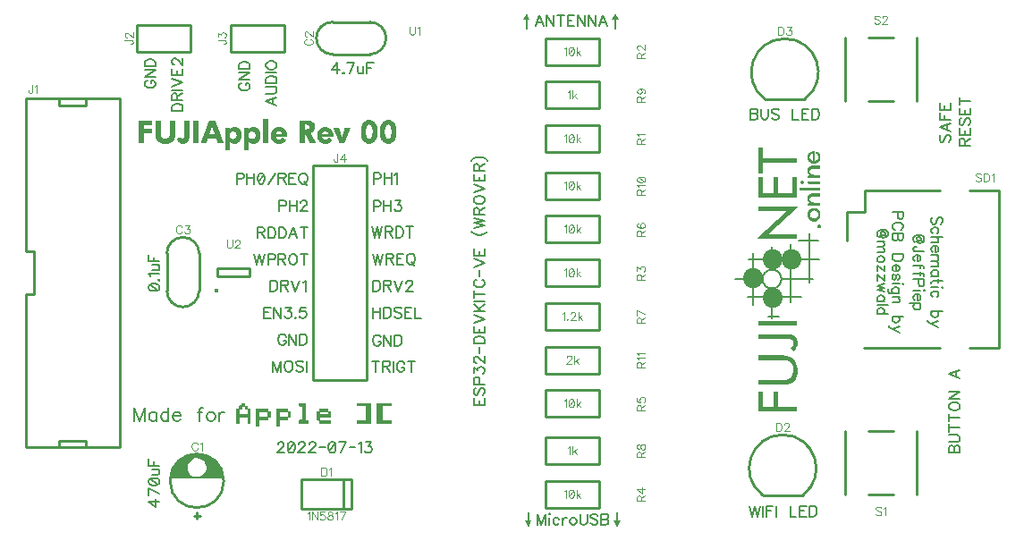
<source format=gbr>
G04 DipTrace 3.3.1.3*
G04 TopSilk.gbr*
%MOIN*%
G04 #@! TF.FileFunction,Legend,Top*
G04 #@! TF.Part,Single*
%ADD10C,0.009843*%
%ADD12C,0.003*%
%ADD16C,0.005906*%
%ADD37C,0.015401*%
%ADD39O,0.074027X0.074711*%
%ADD40O,0.073993X0.074711*%
%ADD41O,0.073959X0.074711*%
%ADD83C,0.004632*%
%ADD84C,0.006176*%
%ADD86C,0.00772*%
%FSLAX26Y26*%
G04*
G70*
G90*
G75*
G01*
G04 TopSilk*
%LPD*%
X1080521Y463821D2*
D10*
X1056881D1*
X1068701Y452002D2*
Y475615D1*
X968701Y593731D2*
G02X968701Y593731I100000J0D01*
G01*
X1573761Y2183702D2*
X1713641D1*
X1573761Y2303702D2*
X1713641D1*
Y2183702D2*
G03X1713641Y2303702I60J60000D01*
G01*
X1573761D2*
G03X1573761Y2183702I-60J-60000D01*
G01*
X956773Y1441791D2*
Y1301911D1*
X1076773Y1441791D2*
Y1301911D1*
X956773D2*
G03X1076773Y1301911I60000J-60D01*
G01*
Y1441791D2*
G03X956773Y1441791I-60000J60D01*
G01*
X1645785Y598820D2*
Y488584D1*
X1643762D2*
X1458600D1*
X1615937Y598820D2*
Y488584D1*
X1458600Y598820D2*
Y488584D1*
X1643762Y598820D2*
X1458600D1*
X3327013Y540437D2*
X3177137D1*
X3327313Y540662D2*
G03X3176837Y540662I-75238J99796D01*
G01*
X3334891Y2016883D2*
X3185015D1*
X3335191Y2017108D2*
G03X3184715Y2017108I-75238J99796D01*
G01*
X555593Y718702D2*
Y743402D1*
X655693D2*
X555593D1*
X655693Y718702D2*
Y743402D1*
X555593Y1994002D2*
Y2018702D1*
X655693Y1994002D2*
X555593D1*
X655693D2*
Y2018702D1*
X780643D2*
X430643D1*
X780643Y718702D2*
X430643D1*
X780643D2*
Y2018702D1*
X460743Y1288102D2*
X430643D1*
X460743D2*
Y1449302D1*
X430643D1*
Y718702D2*
Y1288102D1*
Y1449302D2*
Y2018702D1*
X843701Y2293702D2*
Y2193702D1*
X1043701Y2293702D2*
X843701D1*
X1043701D2*
Y2193702D1*
X843701D1*
X1393713Y2193697D2*
X1193689D1*
Y2293702D1*
X1393713D1*
Y2193697D1*
X1701316Y1768702D2*
X1501316D1*
Y968702D1*
X1701316D1*
Y1768702D1*
X2368881Y1918702D2*
X2568521D1*
Y1818702D2*
Y1918702D1*
X2368881Y1818702D2*
X2568521D1*
X2368881D2*
Y1918702D1*
Y2243702D2*
X2568521D1*
Y2143702D2*
Y2243702D1*
X2368881Y2143702D2*
X2568521D1*
X2368881D2*
Y2243702D1*
Y1418702D2*
X2568521D1*
Y1318702D2*
Y1418702D1*
X2368881Y1318702D2*
X2568521D1*
X2368881D2*
Y1418702D1*
Y593702D2*
X2568521D1*
Y493702D2*
Y593702D1*
X2368881Y493702D2*
X2568521D1*
X2368881D2*
Y593702D1*
Y931202D2*
X2568521D1*
Y831202D2*
Y931202D1*
X2368881Y831202D2*
X2568521D1*
X2368881D2*
Y931202D1*
Y1581202D2*
X2568521D1*
Y1481202D2*
Y1581202D1*
X2368881Y1481202D2*
X2568521D1*
X2368881D2*
Y1581202D1*
Y1256202D2*
X2568521D1*
Y1156202D2*
Y1256202D1*
X2368881Y1156202D2*
X2568521D1*
X2368881D2*
Y1256202D1*
X2568521Y656202D2*
X2368881D1*
Y756202D2*
Y656202D1*
X2568521Y756202D2*
X2368881D1*
X2568521D2*
Y656202D1*
Y1981202D2*
X2368881D1*
Y2081202D2*
Y1981202D1*
X2568521Y2081202D2*
X2368881D1*
X2568521D2*
Y1981202D1*
Y1643702D2*
X2368881D1*
Y1743702D2*
Y1643702D1*
X2568521Y1743702D2*
X2368881D1*
X2568521D2*
Y1643702D1*
Y993702D2*
X2368881D1*
Y1093702D2*
Y993702D1*
X2568521Y1093702D2*
X2368881D1*
X2568521D2*
Y993702D1*
X3570818Y542742D2*
X3664558D1*
X3570818Y780239D2*
X3664558D1*
X3483313Y542742D2*
Y780239D1*
X3752062Y542742D2*
Y780239D1*
X3571051Y2009328D2*
X3664791D1*
X3571051Y2246826D2*
X3664791D1*
X3483547Y2009328D2*
Y2246826D1*
X3752296Y2009328D2*
Y2246826D1*
X3553421Y1088974D2*
X3836886D1*
X3947154D2*
X4057421D1*
Y1675619D1*
X3947154D1*
X3836886D2*
X3557390D1*
Y1596849D1*
X3490492D1*
Y1490527D1*
D37*
X1139859Y1302076D3*
X1145122Y1356142D2*
D10*
X1263230D1*
X1145122Y1387633D2*
X1263230D1*
Y1356142D2*
Y1387633D1*
X1145122Y1356142D2*
Y1387633D1*
G36*
X3161942Y1171836D2*
X3303757D1*
Y1188767D1*
X3161942D1*
Y1171836D1*
G37*
G36*
X3161468Y1738422D2*
Y1835871D1*
X3177846D1*
Y1795710D1*
X3303858D1*
Y1778484D1*
X3177846D1*
Y1738422D1*
X3161468D1*
G37*
G36*
Y1650225D2*
Y1725428D1*
X3177575D1*
Y1667451D1*
X3217997D1*
Y1725428D1*
X3233528D1*
Y1667155D1*
X3288327D1*
Y1725428D1*
X3303858D1*
Y1650225D1*
X3161468D1*
G37*
G36*
X3303790Y1496668D2*
X3155228D1*
X3269609Y1600811D1*
X3161162D1*
Y1616954D1*
X3310640D1*
X3196870Y1512811D1*
X3303790D1*
Y1496668D1*
G37*
G36*
X3162214Y1121733D2*
Y1138763D1*
X3274966D1*
X3284326Y1137778D1*
X3291176Y1135711D1*
X3296466Y1132856D1*
X3300264Y1129707D1*
X3303621Y1125080D1*
X3305893Y1119765D1*
X3306978Y1113465D1*
X3307690Y1105689D1*
Y1100275D1*
X3306368Y1095058D1*
X3302671Y1087577D1*
X3299179Y1082557D1*
X3293821Y1077635D1*
X3282291Y1089152D1*
X3286360Y1092695D1*
X3288904Y1096042D1*
X3291277Y1100767D1*
X3292125Y1103129D1*
X3292498Y1105984D1*
X3292261Y1110217D1*
X3291684Y1112579D1*
X3290870Y1114351D1*
X3289480Y1116418D1*
X3287174Y1118485D1*
X3284427Y1120060D1*
X3282461Y1120946D1*
X3280053Y1121241D1*
X3277306Y1121635D1*
X3275204Y1121832D1*
X3162214Y1121733D1*
G37*
G36*
X3162112Y951443D2*
Y968669D1*
X3253365D1*
X3261572Y969161D1*
X3270592Y971228D1*
X3278188Y974673D1*
X3282223Y977725D1*
X3285953Y982154D1*
X3289344Y988848D1*
X3291549Y998396D1*
X3291956Y1006467D1*
X3290870Y1017689D1*
X3288429Y1025662D1*
X3284970Y1031568D1*
X3282223Y1034619D1*
X3276526Y1038754D1*
X3268015Y1042100D1*
X3254654Y1044069D1*
X3241768D1*
X3162044D1*
Y1061295D1*
X3250279D1*
X3265709Y1060114D1*
X3277340Y1057259D1*
X3286089Y1053125D1*
X3293007Y1047810D1*
X3298500Y1041411D1*
X3302773Y1033635D1*
X3305961Y1023595D1*
X3307656Y1008731D1*
Y1004892D1*
X3306707Y992391D1*
X3303824Y981268D1*
X3299823Y973000D1*
X3294601Y966110D1*
X3287479Y960302D1*
X3278798Y955774D1*
X3266930Y952624D1*
X3250381Y951344D1*
X3162112Y951443D1*
G37*
X3212673Y1200087D2*
D16*
Y1309742D1*
X3120809Y1277850D2*
X3322272D1*
X3197345Y1205008D2*
X3239123D1*
X3141528Y1248024D2*
Y1442529D1*
X3074148Y1347049D2*
X3175439D1*
X3123420Y1419004D2*
X3389245D1*
X3352588Y1331693D2*
X3351944Y1515567D1*
D39*
X3140935Y1347885D3*
G36*
X3161807Y926638D2*
Y851533D1*
X3304672D1*
Y868857D1*
X3233697D1*
Y926638D1*
X3218200D1*
Y868365D1*
X3177711D1*
Y926638D1*
X3161807D1*
G37*
D40*
X3213554Y1276127D3*
Y1418265D3*
D41*
X3285360D3*
X3176490Y1346310D2*
D16*
X3176576Y1348738D1*
X3176834Y1351153D1*
X3177262Y1353545D1*
X3177859Y1355901D1*
X3178622Y1358211D1*
X3179546Y1360463D1*
X3180628Y1362646D1*
X3181862Y1364750D1*
X3183242Y1366763D1*
X3184761Y1368677D1*
X3186412Y1370482D1*
X3188187Y1372169D1*
X3190077Y1373730D1*
X3192073Y1375158D1*
X3194166Y1376445D1*
X3196345Y1377585D1*
X3198599Y1378573D1*
X3200917Y1379404D1*
X3203289Y1380073D1*
X3205703Y1380578D1*
X3208146Y1380916D1*
X3210608Y1381085D1*
X3213076D1*
X3215537Y1380916D1*
X3217981Y1380578D1*
X3220394Y1380073D1*
X3222766Y1379404D1*
X3225085Y1378573D1*
X3227339Y1377585D1*
X3229518Y1376445D1*
X3231610Y1375158D1*
X3233607Y1373730D1*
X3235497Y1372169D1*
X3237272Y1370482D1*
X3238923Y1368677D1*
X3240442Y1366763D1*
X3241822Y1364750D1*
X3243056Y1362646D1*
X3244137Y1360463D1*
X3245062Y1358211D1*
X3245824Y1355901D1*
X3246421Y1353545D1*
X3246850Y1351153D1*
X3247107Y1348738D1*
X3247194Y1346310D1*
X3247107Y1343883D1*
X3246850Y1341468D1*
X3246421Y1339076D1*
X3245824Y1336719D1*
X3245062Y1334409D1*
X3244137Y1332157D1*
X3243056Y1329974D1*
X3241822Y1327871D1*
X3240442Y1325857D1*
X3238923Y1323944D1*
X3237272Y1322139D1*
X3235497Y1320452D1*
X3233607Y1318890D1*
X3231610Y1317463D1*
X3229518Y1316176D1*
X3227339Y1315036D1*
X3225085Y1314048D1*
X3222766Y1313217D1*
X3220394Y1312548D1*
X3217981Y1312043D1*
X3215537Y1311705D1*
X3213076Y1311535D1*
X3210608D1*
X3208146Y1311705D1*
X3205703Y1312043D1*
X3203289Y1312548D1*
X3200917Y1313217D1*
X3198599Y1314048D1*
X3196345Y1315036D1*
X3194166Y1316176D1*
X3192073Y1317463D1*
X3190077Y1318890D1*
X3188187Y1320452D1*
X3186412Y1322139D1*
X3184761Y1323944D1*
X3183242Y1325857D1*
X3181862Y1327871D1*
X3180628Y1329974D1*
X3179546Y1332157D1*
X3178622Y1334409D1*
X3177859Y1336719D1*
X3177262Y1339076D1*
X3176834Y1341468D1*
X3176576Y1343883D1*
X3176490Y1346310D1*
X3312641Y1490959D2*
X3383921D1*
X3282664Y1257769D2*
Y1475603D1*
X3212706Y1467630D2*
Y1388981D1*
X3248686Y1347049D2*
X3365949Y1347639D1*
G36*
X2628487Y2336484D2*
X2640987Y2311484D1*
X2615986D1*
D1*
X2628487Y2336484D1*
G37*
Y2311484D2*
D16*
Y2280235D1*
G36*
X2297236Y2336484D2*
X2309736Y2311484D1*
X2284736D1*
D1*
X2297236Y2336484D1*
G37*
Y2311484D2*
D16*
Y2280235D1*
G36*
X2303736Y420341D2*
X2291236Y445341D1*
X2316238D1*
D1*
X2303736Y420341D1*
G37*
Y445341D2*
D16*
Y476590D1*
G36*
X2634987Y420341D2*
X2622487Y445341D1*
X2647487D1*
D1*
X2634987Y420341D1*
G37*
Y445341D2*
D16*
Y476590D1*
G36*
X969251Y603294D2*
X1167215D1*
X1156959Y642762D1*
X1133651Y671043D1*
X1103816Y687824D1*
X1069631Y694350D1*
X1069009Y677879D1*
X1076780Y677569D1*
X1086413Y673840D1*
X1093560Y668867D1*
X1099155Y662030D1*
X1102262Y654261D1*
X1103816Y645870D1*
X1103505Y636547D1*
X1100709Y628466D1*
X1096047Y621319D1*
X1086413Y612305D1*
X1077711Y609820D1*
X1069631Y609509D1*
X1058133Y609820D1*
X1049430Y614170D1*
X1042904Y619765D1*
X1039176Y625358D1*
X1035446Y633438D1*
X1033581Y643383D1*
X1034824Y653018D1*
X1038243Y660787D1*
X1043215Y667313D1*
X1050012Y672887D1*
X1056059Y675884D1*
X1062766Y677866D1*
X1069067Y677917D1*
X1069525Y694534D1*
X1047566Y692796D1*
X1024568Y685027D1*
X1007476Y675704D1*
X990383Y657679D1*
X976399Y634993D1*
X969251Y603294D1*
G37*
X1315741Y1942515D2*
D12*
X1330741D1*
X1315741Y1941015D2*
X1330741D1*
X1315741Y1939515D2*
X1330741D1*
X1315741Y1938015D2*
X1330741D1*
X1702741D2*
X1716241D1*
X1773241D2*
X1786741D1*
X850741Y1936515D2*
X898741D1*
X913741D2*
X930241D1*
X967741D2*
X984241D1*
X1020241D2*
X1036741D1*
X1056241D2*
X1072741D1*
X1114741D2*
X1134241D1*
X1315741D2*
X1330741D1*
X1450741D2*
X1485241D1*
X1699344D2*
X1719639D1*
X1769844D2*
X1790139D1*
X850741Y1935015D2*
X898741D1*
X913741D2*
X930241D1*
X967741D2*
X984241D1*
X1020241D2*
X1036741D1*
X1056241D2*
X1072741D1*
X1113817D2*
X1134479D1*
X1315741D2*
X1330741D1*
X1450741D2*
X1489563D1*
X1696536D2*
X1722447D1*
X1767036D2*
X1792947D1*
X850741Y1933515D2*
X898741D1*
X913741D2*
X930241D1*
X967741D2*
X984241D1*
X1020241D2*
X1036741D1*
X1056241D2*
X1072741D1*
X1113009D2*
X1134904D1*
X1315741D2*
X1330741D1*
X1450741D2*
X1493174D1*
X1694315D2*
X1724668D1*
X1764815D2*
X1795168D1*
X850741Y1932015D2*
X898741D1*
X913741D2*
X930241D1*
X967741D2*
X984241D1*
X1020241D2*
X1036741D1*
X1056241D2*
X1072741D1*
X1112350D2*
X1135483D1*
X1315741D2*
X1330741D1*
X1450741D2*
X1496001D1*
X1692475D2*
X1726508D1*
X1762975D2*
X1797008D1*
X850741Y1930515D2*
X898741D1*
X913741D2*
X930241D1*
X967741D2*
X984241D1*
X1020241D2*
X1036741D1*
X1056241D2*
X1072741D1*
X1111799D2*
X1136111D1*
X1315741D2*
X1330741D1*
X1450741D2*
X1498195D1*
X1690836D2*
X1728146D1*
X1761336D2*
X1798646D1*
X850741Y1929015D2*
X898741D1*
X913741D2*
X930241D1*
X967741D2*
X984241D1*
X1020241D2*
X1036741D1*
X1056241D2*
X1072741D1*
X1111255D2*
X1136688D1*
X1315741D2*
X1330741D1*
X1450741D2*
X1499965D1*
X1689332D2*
X1729651D1*
X1759832D2*
X1800151D1*
X850741Y1927515D2*
X898741D1*
X913741D2*
X930241D1*
X967741D2*
X984241D1*
X1020241D2*
X1036741D1*
X1056241D2*
X1072741D1*
X1110739D2*
X1137210D1*
X1315741D2*
X1330741D1*
X1450741D2*
X1501403D1*
X1688008D2*
X1730975D1*
X1758508D2*
X1801475D1*
X850741Y1926015D2*
X898741D1*
X913741D2*
X930241D1*
X967741D2*
X984241D1*
X1020241D2*
X1036741D1*
X1056241D2*
X1072741D1*
X1110249D2*
X1137788D1*
X1315741D2*
X1330741D1*
X1450741D2*
X1502538D1*
X1686913D2*
X1732070D1*
X1757413D2*
X1802570D1*
X850741Y1924515D2*
X898741D1*
X913741D2*
X930241D1*
X967741D2*
X984241D1*
X1020241D2*
X1036741D1*
X1056241D2*
X1072741D1*
X1109686D2*
X1138437D1*
X1315741D2*
X1330741D1*
X1450741D2*
X1503423D1*
X1685992D2*
X1732991D1*
X1756492D2*
X1803491D1*
X850741Y1923015D2*
X898741D1*
X913741D2*
X930241D1*
X967741D2*
X984241D1*
X1020241D2*
X1036741D1*
X1056241D2*
X1072741D1*
X1109042D2*
X1139094D1*
X1315741D2*
X1330741D1*
X1450741D2*
X1467241D1*
X1480146D2*
X1504060D1*
X1685171D2*
X1706042D1*
X1712941D2*
X1733812D1*
X1755671D2*
X1776542D1*
X1783441D2*
X1804312D1*
X850741Y1921515D2*
X867241D1*
X913741D2*
X930241D1*
X967741D2*
X984241D1*
X1020241D2*
X1036741D1*
X1056241D2*
X1072741D1*
X1108388D2*
X1139682D1*
X1315741D2*
X1330741D1*
X1450741D2*
X1467241D1*
X1483348D2*
X1504429D1*
X1684438D2*
X1703718D1*
X1715265D2*
X1734545D1*
X1754938D2*
X1774218D1*
X1785765D2*
X1805045D1*
X850741Y1920015D2*
X867241D1*
X913741D2*
X930241D1*
X967741D2*
X984241D1*
X1020241D2*
X1036741D1*
X1056241D2*
X1072741D1*
X1107801D2*
X1122010D1*
X1125247D2*
X1140202D1*
X1315741D2*
X1330741D1*
X1450741D2*
X1467241D1*
X1485655D2*
X1504611D1*
X1683819D2*
X1701912D1*
X1717071D2*
X1735164D1*
X1754319D2*
X1772412D1*
X1787571D2*
X1805664D1*
X850741Y1918515D2*
X867241D1*
X913741D2*
X930241D1*
X967741D2*
X984241D1*
X1020241D2*
X1036741D1*
X1056241D2*
X1072741D1*
X1107281D2*
X1121638D1*
X1125300D2*
X1140734D1*
X1315741D2*
X1330741D1*
X1450741D2*
X1467241D1*
X1487225D2*
X1504691D1*
X1683287D2*
X1700581D1*
X1718396D2*
X1735696D1*
X1753787D2*
X1771081D1*
X1788896D2*
X1806196D1*
X850741Y1917015D2*
X867241D1*
X913741D2*
X930241D1*
X967741D2*
X984241D1*
X1020241D2*
X1036741D1*
X1056241D2*
X1072741D1*
X1106749D2*
X1121244D1*
X1125491D2*
X1141246D1*
X1315741D2*
X1330741D1*
X1450741D2*
X1467241D1*
X1488301D2*
X1504723D1*
X1682751D2*
X1699557D1*
X1719373D2*
X1736232D1*
X1753251D2*
X1770057D1*
X1789873D2*
X1806732D1*
X850741Y1915515D2*
X867241D1*
X913741D2*
X930241D1*
X967741D2*
X984241D1*
X1020241D2*
X1036741D1*
X1056241D2*
X1072741D1*
X1106237D2*
X1120928D1*
X1125856D2*
X1141735D1*
X1315741D2*
X1330741D1*
X1450741D2*
X1467241D1*
X1489009D2*
X1504735D1*
X1682238D2*
X1698694D1*
X1720097D2*
X1736745D1*
X1752738D2*
X1769194D1*
X1790597D2*
X1807245D1*
X850741Y1914015D2*
X867241D1*
X913741D2*
X930241D1*
X967741D2*
X984241D1*
X1020241D2*
X1036741D1*
X1056241D2*
X1072741D1*
X1105748D2*
X1120598D1*
X1126294D2*
X1142297D1*
X1315741D2*
X1330741D1*
X1450741D2*
X1467241D1*
X1489355D2*
X1504739D1*
X1681754D2*
X1697952D1*
X1720672D2*
X1737228D1*
X1752254D2*
X1768452D1*
X1791172D2*
X1807728D1*
X850741Y1912515D2*
X867241D1*
X913741D2*
X930241D1*
X967741D2*
X984241D1*
X1020241D2*
X1036741D1*
X1056241D2*
X1072741D1*
X1105186D2*
X1120169D1*
X1126746D2*
X1142941D1*
X1315741D2*
X1330741D1*
X1450741D2*
X1467241D1*
X1489350D2*
X1504741D1*
X1681245D2*
X1697381D1*
X1721218D2*
X1737738D1*
X1751745D2*
X1767881D1*
X1791718D2*
X1808238D1*
X850741Y1911015D2*
X867241D1*
X913741D2*
X930241D1*
X967741D2*
X984241D1*
X1020241D2*
X1036741D1*
X1056241D2*
X1072741D1*
X1104542D2*
X1119705D1*
X1127251D2*
X1143595D1*
X1201741D2*
X1213741D1*
X1272241D2*
X1284241D1*
X1315741D2*
X1330741D1*
X1366741D2*
X1380241D1*
X1450741D2*
X1467241D1*
X1489016D2*
X1504735D1*
X1539241D2*
X1552741D1*
X1680792D2*
X1697032D1*
X1721684D2*
X1738191D1*
X1751292D2*
X1767532D1*
X1792184D2*
X1808691D1*
X850741Y1909515D2*
X867241D1*
X913741D2*
X930241D1*
X967741D2*
X984241D1*
X1020241D2*
X1036741D1*
X1056241D2*
X1072741D1*
X1103888D2*
X1119242D1*
X1127752D2*
X1144182D1*
X1173241D2*
X1188241D1*
X1198338D2*
X1217139D1*
X1243741D2*
X1258741D1*
X1268838D2*
X1287639D1*
X1315741D2*
X1330741D1*
X1362932D2*
X1383871D1*
X1450741D2*
X1467241D1*
X1488403D2*
X1504683D1*
X1535432D2*
X1556371D1*
X1578241D2*
X1594741D1*
X1620241D2*
X1636741D1*
X1680503D2*
X1696808D1*
X1721984D2*
X1738480D1*
X1751003D2*
X1767308D1*
X1792484D2*
X1808980D1*
X850741Y1908015D2*
X867241D1*
X913741D2*
X930241D1*
X967741D2*
X984241D1*
X1020241D2*
X1036741D1*
X1056241D2*
X1072741D1*
X1103301D2*
X1118734D1*
X1128231D2*
X1144708D1*
X1173241D2*
X1188303D1*
X1195473D2*
X1219947D1*
X1243741D2*
X1258803D1*
X1265973D2*
X1290447D1*
X1315741D2*
X1330741D1*
X1359768D2*
X1387051D1*
X1450741D2*
X1467241D1*
X1487608D2*
X1504486D1*
X1532268D2*
X1559551D1*
X1578760D2*
X1595491D1*
X1619723D2*
X1636504D1*
X1680353D2*
X1696540D1*
X1722188D2*
X1738630D1*
X1750853D2*
X1767040D1*
X1792688D2*
X1809130D1*
X850741Y1906515D2*
X867241D1*
X913741D2*
X930241D1*
X967741D2*
X984241D1*
X1020241D2*
X1036741D1*
X1056241D2*
X1072741D1*
X1102775D2*
X1118232D1*
X1128745D2*
X1145287D1*
X1173241D2*
X1188536D1*
X1193019D2*
X1222162D1*
X1243741D2*
X1259036D1*
X1263519D2*
X1292662D1*
X1315741D2*
X1330741D1*
X1357226D2*
X1389660D1*
X1450741D2*
X1467241D1*
X1485904D2*
X1504074D1*
X1529726D2*
X1562160D1*
X1579259D2*
X1596114D1*
X1619224D2*
X1636079D1*
X1680286D2*
X1696150D1*
X1722447D2*
X1738697D1*
X1750786D2*
X1766650D1*
X1792947D2*
X1809197D1*
X850741Y1905015D2*
X898741D1*
X913741D2*
X930241D1*
X967741D2*
X984241D1*
X1020241D2*
X1036741D1*
X1056241D2*
X1072741D1*
X1102196D2*
X1117752D1*
X1129250D2*
X1145937D1*
X1173241D2*
X1189049D1*
X1190650D2*
X1223949D1*
X1243741D2*
X1259549D1*
X1261150D2*
X1294449D1*
X1315741D2*
X1330741D1*
X1355173D2*
X1391757D1*
X1450741D2*
X1467241D1*
X1481070D2*
X1503492D1*
X1527673D2*
X1564257D1*
X1579741D2*
X1596697D1*
X1618748D2*
X1635500D1*
X1680258D2*
X1695754D1*
X1722834D2*
X1738725D1*
X1750758D2*
X1766254D1*
X1793334D2*
X1809225D1*
X850741Y1903515D2*
X898741D1*
X913741D2*
X930241D1*
X967741D2*
X984241D1*
X1020241D2*
X1036741D1*
X1056241D2*
X1072741D1*
X1101546D2*
X1117238D1*
X1129730D2*
X1146594D1*
X1173241D2*
X1225397D1*
X1243741D2*
X1295897D1*
X1315741D2*
X1330741D1*
X1353422D2*
X1393488D1*
X1450741D2*
X1467241D1*
X1473518D2*
X1502813D1*
X1525922D2*
X1565988D1*
X1580300D2*
X1597232D1*
X1618236D2*
X1634872D1*
X1680247D2*
X1695488D1*
X1723229D2*
X1738736D1*
X1750747D2*
X1765988D1*
X1793729D2*
X1809236D1*
X850741Y1902015D2*
X898741D1*
X913741D2*
X930241D1*
X967741D2*
X984241D1*
X1020241D2*
X1036741D1*
X1056241D2*
X1072741D1*
X1100889D2*
X1116733D1*
X1130245D2*
X1147182D1*
X1173241D2*
X1226542D1*
X1243741D2*
X1297042D1*
X1315741D2*
X1330741D1*
X1351867D2*
X1394911D1*
X1450741D2*
X1502039D1*
X1524367D2*
X1567411D1*
X1580942D2*
X1597723D1*
X1617733D2*
X1634295D1*
X1680243D2*
X1695348D1*
X1723495D2*
X1738739D1*
X1750743D2*
X1765848D1*
X1793995D2*
X1809239D1*
X850741Y1900515D2*
X898741D1*
X913741D2*
X930241D1*
X967741D2*
X984241D1*
X1020241D2*
X1036741D1*
X1056241D2*
X1072741D1*
X1100301D2*
X1116253D1*
X1130750D2*
X1147702D1*
X1173241D2*
X1227481D1*
X1243741D2*
X1297981D1*
X1315741D2*
X1330741D1*
X1350521D2*
X1396047D1*
X1450741D2*
X1501099D1*
X1523021D2*
X1568547D1*
X1581595D2*
X1598243D1*
X1617253D2*
X1633773D1*
X1680242D2*
X1695284D1*
X1723635D2*
X1738741D1*
X1750742D2*
X1765784D1*
X1794135D2*
X1809241D1*
X850741Y1899015D2*
X898741D1*
X913741D2*
X930241D1*
X967741D2*
X984241D1*
X1020241D2*
X1036741D1*
X1056241D2*
X1072741D1*
X1099781D2*
X1115738D1*
X1131230D2*
X1148234D1*
X1173241D2*
X1197362D1*
X1205646D2*
X1228309D1*
X1243741D2*
X1267862D1*
X1276146D2*
X1298809D1*
X1315741D2*
X1330741D1*
X1349417D2*
X1368536D1*
X1378390D2*
X1396983D1*
X1450741D2*
X1499882D1*
X1521917D2*
X1541036D1*
X1550890D2*
X1569483D1*
X1582182D2*
X1598749D1*
X1616738D2*
X1633195D1*
X1680242D2*
X1695257D1*
X1723699D2*
X1738741D1*
X1750742D2*
X1765757D1*
X1794199D2*
X1809241D1*
X850741Y1897515D2*
X898741D1*
X913741D2*
X930241D1*
X967741D2*
X984241D1*
X1020241D2*
X1036741D1*
X1056241D2*
X1072741D1*
X1099249D2*
X1115233D1*
X1131745D2*
X1148746D1*
X1173241D2*
X1194805D1*
X1208848D2*
X1229038D1*
X1243741D2*
X1265305D1*
X1279348D2*
X1299538D1*
X1315741D2*
X1330741D1*
X1348494D2*
X1366165D1*
X1380569D2*
X1397810D1*
X1450741D2*
X1498303D1*
X1520994D2*
X1538665D1*
X1553069D2*
X1570310D1*
X1582708D2*
X1599230D1*
X1616233D2*
X1632546D1*
X1680242D2*
X1695247D1*
X1723726D2*
X1738741D1*
X1750742D2*
X1765747D1*
X1794226D2*
X1809241D1*
X850741Y1896015D2*
X898741D1*
X913741D2*
X930241D1*
X967741D2*
X984241D1*
X1020241D2*
X1036741D1*
X1056241D2*
X1072741D1*
X1098737D2*
X1114753D1*
X1132250D2*
X1149235D1*
X1173241D2*
X1192779D1*
X1211155D2*
X1229611D1*
X1243741D2*
X1263279D1*
X1281655D2*
X1300111D1*
X1315741D2*
X1330741D1*
X1347671D2*
X1364221D1*
X1382159D2*
X1398538D1*
X1450741D2*
X1496281D1*
X1520171D2*
X1536721D1*
X1554659D2*
X1571038D1*
X1583287D2*
X1599745D1*
X1615753D2*
X1631889D1*
X1680241D2*
X1695243D1*
X1723736D2*
X1738741D1*
X1750741D2*
X1765743D1*
X1794236D2*
X1809241D1*
X850741Y1894515D2*
X898741D1*
X913741D2*
X930241D1*
X967741D2*
X984241D1*
X1020241D2*
X1036741D1*
X1056241D2*
X1072741D1*
X1098248D2*
X1114238D1*
X1132730D2*
X1149797D1*
X1173241D2*
X1191216D1*
X1212731D2*
X1230005D1*
X1243741D2*
X1261716D1*
X1283231D2*
X1300505D1*
X1315741D2*
X1330741D1*
X1346944D2*
X1362721D1*
X1383321D2*
X1399111D1*
X1450741D2*
X1493941D1*
X1519444D2*
X1535221D1*
X1555821D2*
X1571611D1*
X1583937D2*
X1600250D1*
X1615238D2*
X1631301D1*
X1680241D2*
X1695242D1*
X1723734D2*
X1738741D1*
X1750741D2*
X1765742D1*
X1794234D2*
X1809241D1*
X850741Y1893015D2*
X898741D1*
X913741D2*
X930241D1*
X967741D2*
X984241D1*
X1020241D2*
X1036741D1*
X1056241D2*
X1072741D1*
X1097686D2*
X1113733D1*
X1133245D2*
X1150441D1*
X1173241D2*
X1189983D1*
X1213860D2*
X1230367D1*
X1243741D2*
X1260483D1*
X1284360D2*
X1300867D1*
X1315741D2*
X1330741D1*
X1346372D2*
X1361666D1*
X1384247D2*
X1399505D1*
X1450741D2*
X1491750D1*
X1518872D2*
X1534166D1*
X1556747D2*
X1572005D1*
X1584594D2*
X1600730D1*
X1614733D2*
X1630775D1*
X1680241D2*
X1695242D1*
X1723682D2*
X1738741D1*
X1750741D2*
X1765742D1*
X1794182D2*
X1809241D1*
X850741Y1891515D2*
X898741D1*
X913741D2*
X930241D1*
X967741D2*
X984241D1*
X1020241D2*
X1036741D1*
X1056241D2*
X1072741D1*
X1097042D2*
X1113253D1*
X1133755D2*
X1151095D1*
X1173241D2*
X1189125D1*
X1214764D2*
X1230802D1*
X1243741D2*
X1259625D1*
X1285264D2*
X1301302D1*
X1315741D2*
X1330741D1*
X1345978D2*
X1360869D1*
X1385015D2*
X1399867D1*
X1450741D2*
X1467241D1*
X1470530D2*
X1489947D1*
X1518478D2*
X1533369D1*
X1557515D2*
X1572367D1*
X1585182D2*
X1601239D1*
X1614253D2*
X1630196D1*
X1680241D2*
X1695247D1*
X1723492D2*
X1738741D1*
X1750741D2*
X1765747D1*
X1793992D2*
X1809241D1*
X850741Y1890015D2*
X867241D1*
X913741D2*
X930241D1*
X967741D2*
X984241D1*
X1020241D2*
X1036741D1*
X1056241D2*
X1072741D1*
X1096388D2*
X1112744D1*
X1134294D2*
X1151682D1*
X1173241D2*
X1188635D1*
X1215522D2*
X1231217D1*
X1243741D2*
X1259135D1*
X1286022D2*
X1301717D1*
X1315741D2*
X1330741D1*
X1345616D2*
X1360004D1*
X1385601D2*
X1400302D1*
X1450741D2*
X1467241D1*
X1471100D2*
X1489457D1*
X1518116D2*
X1532504D1*
X1558101D2*
X1572802D1*
X1585708D2*
X1601697D1*
X1613738D2*
X1629540D1*
X1680241D2*
X1695300D1*
X1723132D2*
X1738741D1*
X1750741D2*
X1765800D1*
X1793632D2*
X1809241D1*
X850741Y1888515D2*
X867241D1*
X913741D2*
X930241D1*
X967741D2*
X984241D1*
X1020241D2*
X1036741D1*
X1056241D2*
X1072741D1*
X1095801D2*
X1112288D1*
X1135048D2*
X1152208D1*
X1173241D2*
X1188348D1*
X1216099D2*
X1231490D1*
X1243741D2*
X1258848D1*
X1286599D2*
X1301990D1*
X1315741D2*
X1330741D1*
X1345181D2*
X1358930D1*
X1385973D2*
X1400717D1*
X1450741D2*
X1467241D1*
X1471901D2*
X1489812D1*
X1517681D2*
X1531430D1*
X1558473D2*
X1573217D1*
X1586287D2*
X1602039D1*
X1613233D2*
X1628836D1*
X1680241D2*
X1695491D1*
X1722748D2*
X1738741D1*
X1750741D2*
X1765991D1*
X1793248D2*
X1809241D1*
X850741Y1887015D2*
X867241D1*
X913741D2*
X930247D1*
X967736D2*
X984241D1*
X1020241D2*
X1036741D1*
X1056241D2*
X1072741D1*
X1095281D2*
X1111975D1*
X1136077D2*
X1152787D1*
X1173241D2*
X1188055D1*
X1216444D2*
X1231634D1*
X1243741D2*
X1258555D1*
X1286944D2*
X1302134D1*
X1315741D2*
X1330741D1*
X1344766D2*
X1400990D1*
X1450741D2*
X1467241D1*
X1472745D2*
X1490474D1*
X1517266D2*
X1573490D1*
X1586937D2*
X1602380D1*
X1612753D2*
X1628110D1*
X1680241D2*
X1695850D1*
X1722486D2*
X1738736D1*
X1750741D2*
X1766350D1*
X1792986D2*
X1809236D1*
X850741Y1885515D2*
X867241D1*
X913741D2*
X930300D1*
X967683D2*
X984241D1*
X1020241D2*
X1036741D1*
X1056241D2*
X1072741D1*
X1094749D2*
X1153437D1*
X1173241D2*
X1187662D1*
X1216617D2*
X1231699D1*
X1243741D2*
X1258162D1*
X1287117D2*
X1302199D1*
X1315741D2*
X1330741D1*
X1344493D2*
X1401134D1*
X1450741D2*
X1467241D1*
X1473558D2*
X1491340D1*
X1516993D2*
X1573634D1*
X1587594D2*
X1602812D1*
X1612238D2*
X1627416D1*
X1680247D2*
X1696235D1*
X1722341D2*
X1738683D1*
X1750747D2*
X1766735D1*
X1792841D2*
X1809183D1*
X850741Y1884015D2*
X867241D1*
X913747D2*
X930491D1*
X967492D2*
X984241D1*
X1020241D2*
X1036741D1*
X1056241D2*
X1072741D1*
X1094237D2*
X1154094D1*
X1173241D2*
X1187315D1*
X1216693D2*
X1231725D1*
X1243741D2*
X1257815D1*
X1287193D2*
X1302225D1*
X1315741D2*
X1330741D1*
X1344349D2*
X1401199D1*
X1450741D2*
X1467241D1*
X1474343D2*
X1492220D1*
X1516849D2*
X1573699D1*
X1588182D2*
X1603277D1*
X1611733D2*
X1626811D1*
X1680300D2*
X1696503D1*
X1722225D2*
X1738492D1*
X1750800D2*
X1767003D1*
X1792725D2*
X1808992D1*
X850741Y1882515D2*
X867241D1*
X913800D2*
X930856D1*
X967127D2*
X984236D1*
X1020241D2*
X1036741D1*
X1056241D2*
X1072741D1*
X1093748D2*
X1154682D1*
X1173241D2*
X1187239D1*
X1216718D2*
X1231736D1*
X1243741D2*
X1257739D1*
X1287218D2*
X1302236D1*
X1315741D2*
X1330741D1*
X1344284D2*
X1401226D1*
X1450741D2*
X1467241D1*
X1475106D2*
X1493054D1*
X1516784D2*
X1573726D1*
X1588708D2*
X1603741D1*
X1611253D2*
X1626279D1*
X1680491D2*
X1696694D1*
X1722007D2*
X1738132D1*
X1750991D2*
X1767194D1*
X1792507D2*
X1808632D1*
X850741Y1881015D2*
X867241D1*
X913991D2*
X931294D1*
X966689D2*
X984183D1*
X1020241D2*
X1036741D1*
X1056241D2*
X1072741D1*
X1093186D2*
X1155202D1*
X1173241D2*
X1187457D1*
X1216676D2*
X1231740D1*
X1243741D2*
X1257957D1*
X1287176D2*
X1302240D1*
X1315741D2*
X1330741D1*
X1344263D2*
X1401236D1*
X1450741D2*
X1467241D1*
X1475864D2*
X1493892D1*
X1516763D2*
X1573736D1*
X1589287D2*
X1604249D1*
X1610744D2*
X1625697D1*
X1680850D2*
X1696955D1*
X1721632D2*
X1737742D1*
X1751350D2*
X1767455D1*
X1792132D2*
X1808242D1*
X850741Y1879515D2*
X867241D1*
X914350D2*
X931752D1*
X966231D2*
X983992D1*
X1020241D2*
X1036741D1*
X1056241D2*
X1072741D1*
X1092542D2*
X1155734D1*
X1173241D2*
X1187783D1*
X1216484D2*
X1231735D1*
X1243741D2*
X1258283D1*
X1286984D2*
X1302235D1*
X1315741D2*
X1330741D1*
X1344306D2*
X1401241D1*
X1450741D2*
X1467241D1*
X1476621D2*
X1494802D1*
X1516806D2*
X1573741D1*
X1589937D2*
X1604751D1*
X1610292D2*
X1625046D1*
X1681241D2*
X1697393D1*
X1721191D2*
X1737428D1*
X1751741D2*
X1767893D1*
X1791691D2*
X1807928D1*
X850741Y1878015D2*
X867241D1*
X914741D2*
X932309D1*
X965674D2*
X983632D1*
X1020236D2*
X1036741D1*
X1056241D2*
X1072741D1*
X1091888D2*
X1156246D1*
X1173241D2*
X1188071D1*
X1216073D2*
X1231683D1*
X1243741D2*
X1258571D1*
X1286573D2*
X1302183D1*
X1315741D2*
X1330741D1*
X1344493D2*
X1359473D1*
X1450741D2*
X1467241D1*
X1477419D2*
X1495775D1*
X1516993D2*
X1531973D1*
X1590594D2*
X1605236D1*
X1609997D2*
X1624389D1*
X1681555D2*
X1697985D1*
X1720731D2*
X1737097D1*
X1752055D2*
X1768485D1*
X1791231D2*
X1807597D1*
X850741Y1876515D2*
X867241D1*
X915055D2*
X933013D1*
X964970D2*
X983242D1*
X1020183D2*
X1036741D1*
X1056241D2*
X1072741D1*
X1091301D2*
X1156735D1*
X1173241D2*
X1188397D1*
X1215492D2*
X1231492D1*
X1243741D2*
X1258897D1*
X1285992D2*
X1301992D1*
X1315741D2*
X1330741D1*
X1344851D2*
X1359851D1*
X1450741D2*
X1467241D1*
X1478313D2*
X1496696D1*
X1517351D2*
X1532351D1*
X1591182D2*
X1605802D1*
X1609790D2*
X1623801D1*
X1681891D2*
X1698668D1*
X1720174D2*
X1736669D1*
X1752391D2*
X1769168D1*
X1790674D2*
X1807169D1*
X850741Y1875015D2*
X867241D1*
X915386D2*
X933969D1*
X964014D2*
X982928D1*
X1019986D2*
X1036736D1*
X1056241D2*
X1072741D1*
X1090775D2*
X1157297D1*
X1173241D2*
X1188875D1*
X1214813D2*
X1231127D1*
X1243741D2*
X1259375D1*
X1285313D2*
X1301627D1*
X1315741D2*
X1330741D1*
X1345241D2*
X1360298D1*
X1450741D2*
X1467241D1*
X1479279D2*
X1497546D1*
X1517741D2*
X1532798D1*
X1591708D2*
X1606490D1*
X1609491D2*
X1623275D1*
X1682367D2*
X1699449D1*
X1719470D2*
X1736205D1*
X1752867D2*
X1769949D1*
X1789970D2*
X1806705D1*
X850741Y1873515D2*
X867241D1*
X915814D2*
X935408D1*
X962575D2*
X982592D1*
X1002241D2*
X1006741D1*
X1019545D2*
X1036683D1*
X1056241D2*
X1072741D1*
X1090196D2*
X1157941D1*
X1173241D2*
X1189546D1*
X1214033D2*
X1230689D1*
X1243741D2*
X1260046D1*
X1284533D2*
X1301189D1*
X1315741D2*
X1330741D1*
X1345555D2*
X1360810D1*
X1450741D2*
X1467241D1*
X1480197D2*
X1498389D1*
X1518055D2*
X1533310D1*
X1592287D2*
X1607316D1*
X1608949D2*
X1622696D1*
X1682975D2*
X1700466D1*
X1718491D2*
X1735736D1*
X1753475D2*
X1770966D1*
X1788991D2*
X1806236D1*
X850741Y1872015D2*
X867241D1*
X916278D2*
X937797D1*
X960186D2*
X982116D1*
X999517D2*
X1007975D1*
X1018911D2*
X1036492D1*
X1056241D2*
X1072741D1*
X1089546D2*
X1105684D1*
X1140473D2*
X1158595D1*
X1173241D2*
X1190369D1*
X1213005D2*
X1230237D1*
X1243741D2*
X1260869D1*
X1283505D2*
X1300737D1*
X1315741D2*
X1330741D1*
X1345891D2*
X1361565D1*
X1386241D2*
X1387741D1*
X1450741D2*
X1467241D1*
X1481041D2*
X1499301D1*
X1518391D2*
X1534065D1*
X1558741D2*
X1560241D1*
X1592943D2*
X1622046D1*
X1683659D2*
X1701770D1*
X1717207D2*
X1735181D1*
X1754159D2*
X1772270D1*
X1787707D2*
X1805681D1*
X850741Y1870515D2*
X867241D1*
X916747D2*
X942065D1*
X955918D2*
X981508D1*
X997044D2*
X1009523D1*
X1017362D2*
X1036127D1*
X1056241D2*
X1072741D1*
X1088889D2*
X1105492D1*
X1140851D2*
X1159182D1*
X1173241D2*
X1192030D1*
X1211666D2*
X1229732D1*
X1243741D2*
X1262530D1*
X1282166D2*
X1300232D1*
X1315741D2*
X1330741D1*
X1346373D2*
X1362716D1*
X1384643D2*
X1390037D1*
X1450741D2*
X1467241D1*
X1481837D2*
X1500275D1*
X1518873D2*
X1535216D1*
X1557143D2*
X1562537D1*
X1593647D2*
X1621389D1*
X1684383D2*
X1704879D1*
X1714101D2*
X1734535D1*
X1754883D2*
X1775379D1*
X1784601D2*
X1805035D1*
X850741Y1869015D2*
X867241D1*
X917307D2*
X948878D1*
X949105D2*
X980818D1*
X994741D2*
X1013092D1*
X1013849D2*
X1035689D1*
X1056241D2*
X1072741D1*
X1088301D2*
X1105127D1*
X1141292D2*
X1159708D1*
X1173241D2*
X1196343D1*
X1208034D2*
X1229225D1*
X1243741D2*
X1266843D1*
X1278534D2*
X1299725D1*
X1315741D2*
X1330741D1*
X1347028D2*
X1364194D1*
X1382550D2*
X1392483D1*
X1450741D2*
X1467241D1*
X1482610D2*
X1501196D1*
X1519528D2*
X1536694D1*
X1555050D2*
X1564983D1*
X1594373D2*
X1620801D1*
X1685127D2*
X1709373D1*
X1709609D2*
X1733829D1*
X1755627D2*
X1779873D1*
X1780109D2*
X1804329D1*
X850741Y1867515D2*
X867241D1*
X918007D2*
X980041D1*
X995491D2*
X1035231D1*
X1056241D2*
X1072741D1*
X1087781D2*
X1104689D1*
X1141746D2*
X1160287D1*
X1173241D2*
X1202855D1*
X1202499D2*
X1228694D1*
X1243741D2*
X1273355D1*
X1272999D2*
X1299194D1*
X1315741D2*
X1330741D1*
X1347856D2*
X1367889D1*
X1379055D2*
X1394707D1*
X1450741D2*
X1467241D1*
X1483416D2*
X1502046D1*
X1520356D2*
X1540389D1*
X1551555D2*
X1567207D1*
X1595067D2*
X1620275D1*
X1685928D2*
X1733045D1*
X1756428D2*
X1803545D1*
X850741Y1866015D2*
X867241D1*
X918904D2*
X979106D1*
X996120D2*
X1034680D1*
X1056241D2*
X1072741D1*
X1087249D2*
X1104237D1*
X1142251D2*
X1160937D1*
X1173241D2*
X1227988D1*
X1243741D2*
X1298488D1*
X1315741D2*
X1330741D1*
X1348801D2*
X1373460D1*
X1373519D2*
X1396510D1*
X1450741D2*
X1467241D1*
X1484311D2*
X1502889D1*
X1521301D2*
X1545960D1*
X1546019D2*
X1569010D1*
X1595672D2*
X1619696D1*
X1686872D2*
X1732107D1*
X1757372D2*
X1802607D1*
X850741Y1864515D2*
X867241D1*
X920053D2*
X977946D1*
X996756D2*
X1034034D1*
X1056241D2*
X1072741D1*
X1086737D2*
X1103732D1*
X1142752D2*
X1161594D1*
X1173241D2*
X1227118D1*
X1243741D2*
X1297618D1*
X1315741D2*
X1330741D1*
X1349762D2*
X1397228D1*
X1450741D2*
X1467241D1*
X1485279D2*
X1503801D1*
X1522262D2*
X1569728D1*
X1596204D2*
X1619046D1*
X1688035D2*
X1730947D1*
X1758535D2*
X1801447D1*
X850741Y1863015D2*
X867241D1*
X921428D2*
X976611D1*
X997487D2*
X1033329D1*
X1056241D2*
X1072741D1*
X1086248D2*
X1103231D1*
X1143237D2*
X1162182D1*
X1173241D2*
X1226189D1*
X1243741D2*
X1296689D1*
X1315741D2*
X1330741D1*
X1350804D2*
X1396217D1*
X1450741D2*
X1467241D1*
X1486197D2*
X1504781D1*
X1523304D2*
X1568717D1*
X1596786D2*
X1618389D1*
X1689365D2*
X1729617D1*
X1759865D2*
X1800117D1*
X850741Y1861515D2*
X867241D1*
X923053D2*
X975123D1*
X998403D2*
X1032539D1*
X1056241D2*
X1072741D1*
X1085686D2*
X1102752D1*
X1143798D2*
X1162708D1*
X1173241D2*
X1225116D1*
X1243741D2*
X1295616D1*
X1315741D2*
X1330741D1*
X1352069D2*
X1394947D1*
X1450741D2*
X1467241D1*
X1487041D2*
X1505749D1*
X1524569D2*
X1567447D1*
X1597436D2*
X1617801D1*
X1690796D2*
X1728187D1*
X1761296D2*
X1798687D1*
X850741Y1860015D2*
X867241D1*
X925004D2*
X973339D1*
X999609D2*
X1031537D1*
X1056241D2*
X1072741D1*
X1085041D2*
X1102244D1*
X1144442D2*
X1163292D1*
X1173241D2*
X1188241D1*
X1191310D2*
X1223713D1*
X1243741D2*
X1258741D1*
X1261810D2*
X1294213D1*
X1315741D2*
X1330741D1*
X1353674D2*
X1393329D1*
X1450741D2*
X1467241D1*
X1487832D2*
X1506733D1*
X1526174D2*
X1565829D1*
X1598088D2*
X1617280D1*
X1692330D2*
X1726653D1*
X1762830D2*
X1797153D1*
X850741Y1858515D2*
X867241D1*
X927432D2*
X970935D1*
X1001182D2*
X1030070D1*
X1056241D2*
X1072741D1*
X1084379D2*
X1101788D1*
X1145104D2*
X1163986D1*
X1173241D2*
X1188241D1*
X1193118D2*
X1221893D1*
X1243741D2*
X1258741D1*
X1263618D2*
X1292393D1*
X1315741D2*
X1330741D1*
X1355772D2*
X1391221D1*
X1450741D2*
X1467241D1*
X1488561D2*
X1507708D1*
X1528272D2*
X1563721D1*
X1598627D2*
X1616741D1*
X1694125D2*
X1724858D1*
X1764625D2*
X1795358D1*
X850741Y1857015D2*
X867241D1*
X930630D2*
X967612D1*
X1003209D2*
X1027905D1*
X1056241D2*
X1072741D1*
X1083775D2*
X1101475D1*
X1145708D2*
X1164814D1*
X1173241D2*
X1188241D1*
X1195454D2*
X1219610D1*
X1243741D2*
X1258741D1*
X1265954D2*
X1290110D1*
X1315741D2*
X1330741D1*
X1358468D2*
X1388519D1*
X1450741D2*
X1467241D1*
X1489193D2*
X1508537D1*
X1530968D2*
X1561019D1*
X1598982D2*
X1616217D1*
X1696456D2*
X1722527D1*
X1766956D2*
X1793027D1*
X850741Y1855515D2*
X867241D1*
X934707D2*
X963398D1*
X1005636D2*
X1025012D1*
X1056241D2*
X1072741D1*
X1083241D2*
X1101241D1*
X1146241D2*
X1165741D1*
X1173241D2*
X1188241D1*
X1198426D2*
X1216829D1*
X1243741D2*
X1258741D1*
X1268926D2*
X1287329D1*
X1315741D2*
X1330741D1*
X1361713D2*
X1385271D1*
X1450741D2*
X1467241D1*
X1489741D2*
X1509241D1*
X1534213D2*
X1557771D1*
X1599241D2*
X1615741D1*
X1699427D2*
X1719556D1*
X1769927D2*
X1790056D1*
X939241Y1854015D2*
X958741D1*
X1008241D2*
X1021741D1*
X1173241D2*
X1188241D1*
X1201741D2*
X1213741D1*
X1243741D2*
X1258741D1*
X1272241D2*
X1284241D1*
X1365241D2*
X1381741D1*
X1537741D2*
X1554241D1*
X1702741D2*
X1716241D1*
X1773241D2*
X1786741D1*
X1173241Y1852515D2*
X1188241D1*
X1243741D2*
X1258741D1*
X1173241Y1851015D2*
X1188241D1*
X1243741D2*
X1258741D1*
X1173241Y1849515D2*
X1188241D1*
X1243741D2*
X1258741D1*
X1173241Y1848015D2*
X1188241D1*
X1243741D2*
X1258741D1*
X1173241Y1846515D2*
X1188241D1*
X1243741D2*
X1258741D1*
X1173241Y1845015D2*
X1188241D1*
X1243741D2*
X1258741D1*
X1173241Y1843515D2*
X1188241D1*
X1243741D2*
X1258741D1*
X1173241Y1842015D2*
X1188241D1*
X1243741D2*
X1258741D1*
X1173241Y1840515D2*
X1188241D1*
X1243741D2*
X1258741D1*
X1173241Y1839015D2*
X1188241D1*
X1243741D2*
X1258741D1*
X1173241Y1837515D2*
X1188241D1*
X1243741D2*
X1258741D1*
X1173241Y1836015D2*
X1188241D1*
X1243741D2*
X1258741D1*
X1173241Y1834515D2*
X1188241D1*
X1243741D2*
X1258741D1*
X1173241Y1833015D2*
X1188241D1*
X1243741D2*
X1258741D1*
X1173241Y1831515D2*
X1188241D1*
X1243741D2*
X1258741D1*
X1173241Y1830015D2*
X1188241D1*
X1243741D2*
X1258741D1*
X1236113Y884290D2*
X1245113D1*
X1449113D2*
X1470113D1*
X1663613D2*
X1716113D1*
X1738613D2*
X1791113D1*
X1236113Y882790D2*
X1245113D1*
X1449113D2*
X1470113D1*
X1663613D2*
X1716113D1*
X1738613D2*
X1791113D1*
X1236107Y881290D2*
X1245113D1*
X1449113D2*
X1470113D1*
X1663613D2*
X1716113D1*
X1738613D2*
X1791113D1*
X1236013Y879790D2*
X1245113D1*
X1449113D2*
X1470113D1*
X1663613D2*
X1716113D1*
X1738613D2*
X1791113D1*
X1235767Y878290D2*
X1245113D1*
X1449113D2*
X1470113D1*
X1663613D2*
X1716113D1*
X1738613D2*
X1791113D1*
X1234137Y876790D2*
X1245113D1*
X1449113D2*
X1470113D1*
X1663613D2*
X1716113D1*
X1738613D2*
X1791113D1*
X1229568Y875290D2*
X1245113D1*
X1449113D2*
X1470113D1*
X1663613D2*
X1716113D1*
X1738613D2*
X1791113D1*
X1224113Y873790D2*
X1234613D1*
X1246613D2*
X1255613D1*
X1454473D2*
X1470113D1*
X1696613D2*
X1716113D1*
X1738613D2*
X1759613D1*
X1224113Y872290D2*
X1234613D1*
X1246613D2*
X1255613D1*
X1458563D2*
X1470113D1*
X1696613D2*
X1716113D1*
X1738613D2*
X1759613D1*
X1224113Y870790D2*
X1234613D1*
X1246613D2*
X1255613D1*
X1460139D2*
X1470113D1*
X1696613D2*
X1716113D1*
X1738613D2*
X1759613D1*
X1224113Y869290D2*
X1234613D1*
X1246613D2*
X1255613D1*
X1460667D2*
X1470113D1*
X1696613D2*
X1716113D1*
X1738613D2*
X1759613D1*
X1224113Y867790D2*
X1234613D1*
X1246613D2*
X1255613D1*
X1460934D2*
X1470113D1*
X1696613D2*
X1716113D1*
X1738613D2*
X1759613D1*
X1224113Y866290D2*
X1234613D1*
X1246613D2*
X1255613D1*
X1461046D2*
X1470113D1*
X1696613D2*
X1716113D1*
X1738613D2*
X1759613D1*
X1224113Y864790D2*
X1234613D1*
X1246613D2*
X1255613D1*
X1461089D2*
X1470113D1*
X1696613D2*
X1716113D1*
X1738613D2*
X1759613D1*
X1213613Y863290D2*
X1224113D1*
X1257113D2*
X1266113D1*
X1288613D2*
X1330613D1*
X1363613D2*
X1405613D1*
X1461105D2*
X1470113D1*
X1524113D2*
X1555613D1*
X1696613D2*
X1716113D1*
X1738613D2*
X1759613D1*
X1213613Y861790D2*
X1224113D1*
X1257113D2*
X1266113D1*
X1288613D2*
X1330613D1*
X1363613D2*
X1405613D1*
X1461110D2*
X1470113D1*
X1524113D2*
X1555613D1*
X1696613D2*
X1716113D1*
X1738613D2*
X1759613D1*
X1213613Y860290D2*
X1224113D1*
X1257113D2*
X1266113D1*
X1288613D2*
X1330613D1*
X1363613D2*
X1405613D1*
X1461112D2*
X1470113D1*
X1524113D2*
X1555613D1*
X1696613D2*
X1716113D1*
X1738613D2*
X1759613D1*
X1213613Y858790D2*
X1224113D1*
X1257113D2*
X1266113D1*
X1288613D2*
X1330613D1*
X1363613D2*
X1405613D1*
X1461113D2*
X1470113D1*
X1524113D2*
X1555613D1*
X1696613D2*
X1716113D1*
X1738613D2*
X1759613D1*
X1213613Y857290D2*
X1224113D1*
X1257113D2*
X1266113D1*
X1288613D2*
X1330613D1*
X1363613D2*
X1405613D1*
X1461113D2*
X1470113D1*
X1524113D2*
X1555613D1*
X1696613D2*
X1716113D1*
X1738613D2*
X1759613D1*
X1213613Y855790D2*
X1224113D1*
X1257113D2*
X1266113D1*
X1288613D2*
X1330613D1*
X1363613D2*
X1405613D1*
X1461113D2*
X1470113D1*
X1524113D2*
X1555613D1*
X1696613D2*
X1716113D1*
X1738613D2*
X1759613D1*
X1213613Y854290D2*
X1224113D1*
X1257113D2*
X1266113D1*
X1288613D2*
X1330613D1*
X1363613D2*
X1405613D1*
X1461113D2*
X1470113D1*
X1524113D2*
X1555613D1*
X1696613D2*
X1716113D1*
X1738613D2*
X1759613D1*
X1213613Y852790D2*
X1224113D1*
X1257113D2*
X1266113D1*
X1288613D2*
X1299113D1*
X1332113D2*
X1341113D1*
X1363613D2*
X1374113D1*
X1407113D2*
X1416113D1*
X1461113D2*
X1470113D1*
X1513613D2*
X1524113D1*
X1557113D2*
X1566113D1*
X1696613D2*
X1716113D1*
X1738613D2*
X1759613D1*
X1213613Y851290D2*
X1224113D1*
X1257113D2*
X1266113D1*
X1288613D2*
X1299113D1*
X1332113D2*
X1341113D1*
X1363613D2*
X1374113D1*
X1407113D2*
X1416113D1*
X1461113D2*
X1470113D1*
X1513613D2*
X1524113D1*
X1557113D2*
X1566113D1*
X1696613D2*
X1716113D1*
X1738613D2*
X1759613D1*
X1213613Y849790D2*
X1224113D1*
X1257113D2*
X1266113D1*
X1288613D2*
X1299113D1*
X1332113D2*
X1341113D1*
X1363613D2*
X1374113D1*
X1407113D2*
X1416113D1*
X1461113D2*
X1470113D1*
X1513613D2*
X1524113D1*
X1557113D2*
X1566113D1*
X1696613D2*
X1716113D1*
X1738613D2*
X1759613D1*
X1213613Y848290D2*
X1224113D1*
X1257113D2*
X1266113D1*
X1288613D2*
X1299113D1*
X1332113D2*
X1341113D1*
X1363613D2*
X1374113D1*
X1407113D2*
X1416113D1*
X1461113D2*
X1470113D1*
X1513613D2*
X1524113D1*
X1557113D2*
X1566113D1*
X1696613D2*
X1716113D1*
X1738613D2*
X1759613D1*
X1213613Y846790D2*
X1224113D1*
X1257113D2*
X1266113D1*
X1288613D2*
X1299113D1*
X1332113D2*
X1341113D1*
X1363613D2*
X1374113D1*
X1407113D2*
X1416113D1*
X1461113D2*
X1470113D1*
X1513613D2*
X1524113D1*
X1557113D2*
X1566113D1*
X1696613D2*
X1716113D1*
X1738613D2*
X1759613D1*
X1213613Y845290D2*
X1224113D1*
X1257113D2*
X1266113D1*
X1288613D2*
X1299113D1*
X1332113D2*
X1341113D1*
X1363613D2*
X1374113D1*
X1407113D2*
X1416113D1*
X1461113D2*
X1470113D1*
X1513613D2*
X1524113D1*
X1557113D2*
X1566113D1*
X1696613D2*
X1716113D1*
X1738613D2*
X1759613D1*
X1213613Y843790D2*
X1224113D1*
X1257113D2*
X1266113D1*
X1288613D2*
X1299113D1*
X1332113D2*
X1341113D1*
X1363613D2*
X1374113D1*
X1407113D2*
X1416113D1*
X1461113D2*
X1470113D1*
X1513613D2*
X1524113D1*
X1557113D2*
X1566113D1*
X1696613D2*
X1716113D1*
X1738613D2*
X1759613D1*
X1213613Y842290D2*
X1266113D1*
X1288613D2*
X1299113D1*
X1332113D2*
X1341113D1*
X1363613D2*
X1374113D1*
X1407113D2*
X1416113D1*
X1461113D2*
X1470113D1*
X1513613D2*
X1566113D1*
X1696613D2*
X1716113D1*
X1738613D2*
X1759613D1*
X1213613Y840790D2*
X1266113D1*
X1288613D2*
X1299113D1*
X1332113D2*
X1341113D1*
X1363613D2*
X1374113D1*
X1407113D2*
X1416113D1*
X1461113D2*
X1470113D1*
X1513613D2*
X1566113D1*
X1696613D2*
X1716113D1*
X1738613D2*
X1759613D1*
X1213613Y839290D2*
X1266113D1*
X1288613D2*
X1299113D1*
X1332113D2*
X1341113D1*
X1363613D2*
X1374113D1*
X1407113D2*
X1416113D1*
X1461113D2*
X1470113D1*
X1513613D2*
X1566113D1*
X1696613D2*
X1716113D1*
X1738613D2*
X1759613D1*
X1213613Y837790D2*
X1266113D1*
X1288613D2*
X1299113D1*
X1332113D2*
X1341113D1*
X1363613D2*
X1374113D1*
X1407113D2*
X1416113D1*
X1461113D2*
X1470113D1*
X1513613D2*
X1566113D1*
X1696613D2*
X1716113D1*
X1738613D2*
X1759613D1*
X1213613Y836290D2*
X1266113D1*
X1288613D2*
X1299113D1*
X1332113D2*
X1341113D1*
X1363613D2*
X1374113D1*
X1407113D2*
X1416113D1*
X1461113D2*
X1470113D1*
X1513613D2*
X1566113D1*
X1696613D2*
X1716113D1*
X1738613D2*
X1759613D1*
X1213613Y834790D2*
X1266113D1*
X1288613D2*
X1299113D1*
X1332113D2*
X1341113D1*
X1363613D2*
X1374113D1*
X1407113D2*
X1416113D1*
X1461113D2*
X1470113D1*
X1513613D2*
X1566113D1*
X1696613D2*
X1716113D1*
X1738613D2*
X1759613D1*
X1213613Y833290D2*
X1266113D1*
X1288613D2*
X1299113D1*
X1332113D2*
X1341113D1*
X1363613D2*
X1374113D1*
X1407113D2*
X1416113D1*
X1461113D2*
X1470113D1*
X1513613D2*
X1566113D1*
X1696613D2*
X1716113D1*
X1738613D2*
X1759613D1*
X1213613Y831790D2*
X1224113D1*
X1257113D2*
X1266113D1*
X1288613D2*
X1330613D1*
X1363613D2*
X1405613D1*
X1461113D2*
X1470113D1*
X1513613D2*
X1524113D1*
X1696613D2*
X1716113D1*
X1738613D2*
X1759613D1*
X1213613Y830290D2*
X1224113D1*
X1257113D2*
X1266113D1*
X1288613D2*
X1330613D1*
X1363613D2*
X1405613D1*
X1461113D2*
X1470113D1*
X1513613D2*
X1524113D1*
X1696613D2*
X1716113D1*
X1738613D2*
X1759613D1*
X1213613Y828790D2*
X1224113D1*
X1257113D2*
X1266113D1*
X1288613D2*
X1330613D1*
X1363613D2*
X1405613D1*
X1461113D2*
X1470113D1*
X1513613D2*
X1524113D1*
X1696613D2*
X1716113D1*
X1738613D2*
X1759613D1*
X1213613Y827290D2*
X1224113D1*
X1257113D2*
X1266113D1*
X1288613D2*
X1330613D1*
X1363613D2*
X1405613D1*
X1461107D2*
X1470113D1*
X1513619D2*
X1524113D1*
X1696613D2*
X1716113D1*
X1738613D2*
X1759613D1*
X1213613Y825790D2*
X1224113D1*
X1257113D2*
X1266113D1*
X1288613D2*
X1330613D1*
X1363613D2*
X1405613D1*
X1461013D2*
X1470113D1*
X1513707D2*
X1524113D1*
X1696613D2*
X1716113D1*
X1738613D2*
X1759613D1*
X1213613Y824290D2*
X1224113D1*
X1257113D2*
X1266113D1*
X1288613D2*
X1330613D1*
X1363613D2*
X1405613D1*
X1460767D2*
X1470113D1*
X1513935D2*
X1524113D1*
X1696613D2*
X1716113D1*
X1738613D2*
X1759613D1*
X1213613Y822790D2*
X1224113D1*
X1257113D2*
X1266113D1*
X1288613D2*
X1330613D1*
X1363613D2*
X1405613D1*
X1459137D2*
X1470113D1*
X1515280D2*
X1524113D1*
X1696613D2*
X1716113D1*
X1738613D2*
X1759613D1*
X1213613Y821290D2*
X1224113D1*
X1257113D2*
X1266113D1*
X1288613D2*
X1299113D1*
X1363613D2*
X1374113D1*
X1454568D2*
X1470113D1*
X1518150D2*
X1524113D1*
X1696613D2*
X1716113D1*
X1738613D2*
X1759613D1*
X1213613Y819790D2*
X1224113D1*
X1257113D2*
X1266113D1*
X1288613D2*
X1299113D1*
X1363613D2*
X1374113D1*
X1449113D2*
X1480613D1*
X1520802D2*
X1566113D1*
X1663613D2*
X1716113D1*
X1738613D2*
X1791113D1*
X1213613Y818290D2*
X1224113D1*
X1257113D2*
X1266113D1*
X1288613D2*
X1299113D1*
X1363613D2*
X1374113D1*
X1449113D2*
X1480613D1*
X1522846D2*
X1566113D1*
X1663613D2*
X1716113D1*
X1738613D2*
X1791113D1*
X1213613Y816790D2*
X1224113D1*
X1257113D2*
X1266113D1*
X1288613D2*
X1299113D1*
X1363613D2*
X1374113D1*
X1449113D2*
X1480613D1*
X1523513D2*
X1566113D1*
X1663613D2*
X1716113D1*
X1738613D2*
X1791113D1*
X1213613Y815290D2*
X1224113D1*
X1257113D2*
X1266113D1*
X1288613D2*
X1299113D1*
X1363613D2*
X1374113D1*
X1449113D2*
X1480613D1*
X1523864D2*
X1566113D1*
X1663613D2*
X1716113D1*
X1738613D2*
X1791113D1*
X1213613Y813790D2*
X1224113D1*
X1257113D2*
X1266113D1*
X1288613D2*
X1299113D1*
X1363613D2*
X1374113D1*
X1449113D2*
X1480613D1*
X1524018D2*
X1566113D1*
X1663613D2*
X1716113D1*
X1738613D2*
X1791113D1*
X1213613Y812290D2*
X1224113D1*
X1257113D2*
X1266113D1*
X1288613D2*
X1299113D1*
X1363613D2*
X1374113D1*
X1449113D2*
X1480613D1*
X1524080D2*
X1566113D1*
X1663613D2*
X1716113D1*
X1738613D2*
X1791113D1*
X1213613Y810790D2*
X1224113D1*
X1257113D2*
X1266113D1*
X1288613D2*
X1299113D1*
X1363613D2*
X1374113D1*
X1449113D2*
X1480613D1*
X1524113D2*
X1566113D1*
X1663613D2*
X1716113D1*
X1738613D2*
X1791113D1*
X1288613Y809290D2*
X1299113D1*
X1363613D2*
X1374113D1*
X1288613Y807790D2*
X1299113D1*
X1363613D2*
X1374113D1*
X1288613Y806290D2*
X1299113D1*
X1363613D2*
X1374113D1*
X1288613Y804790D2*
X1299113D1*
X1363613D2*
X1374113D1*
X1288613Y803290D2*
X1299113D1*
X1363613D2*
X1374113D1*
X1288613Y801790D2*
X1299113D1*
X1363613D2*
X1374113D1*
X1288613Y800290D2*
X1299113D1*
X1363613D2*
X1374113D1*
X3360676Y1821951D2*
X3368176D1*
X3357279Y1820451D2*
X3368176D1*
X3377176D2*
X3380176D1*
X3354471Y1818951D2*
X3368176D1*
X3376418D2*
X3381957D1*
X3352256Y1817451D2*
X3368176D1*
X3376200D2*
X3383526D1*
X3350469Y1815951D2*
X3368176D1*
X3376750D2*
X3384869D1*
X3349021Y1814451D2*
X3368176D1*
X3378194D2*
X3386057D1*
X3347882Y1812951D2*
X3356002D1*
X3363676D2*
X3368176D1*
X3379790D2*
X3387065D1*
X3346990Y1811451D2*
X3354328D1*
X3363676D2*
X3368176D1*
X3381246D2*
X3387895D1*
X3346300Y1809951D2*
X3352858D1*
X3363676D2*
X3368176D1*
X3382423D2*
X3388508D1*
X3345739Y1808451D2*
X3351724D1*
X3363676D2*
X3368176D1*
X3383336D2*
X3388869D1*
X3345198Y1806951D2*
X3350902D1*
X3363676D2*
X3368176D1*
X3383985D2*
X3389048D1*
X3344734Y1805451D2*
X3350280D1*
X3363676D2*
X3368176D1*
X3384361D2*
X3389126D1*
X3344440Y1803951D2*
X3349719D1*
X3363676D2*
X3368176D1*
X3384545D2*
X3389158D1*
X3344289Y1802451D2*
X3349298D1*
X3363676D2*
X3368176D1*
X3384625D2*
X3389170D1*
X3344227Y1800951D2*
X3349068D1*
X3363676D2*
X3368176D1*
X3384652D2*
X3389174D1*
X3344251Y1799451D2*
X3349373D1*
X3363676D2*
X3368176D1*
X3384611D2*
X3389176D1*
X3344432Y1797951D2*
X3349771D1*
X3363676D2*
X3368176D1*
X3384419D2*
X3389170D1*
X3344793Y1796451D2*
X3350260D1*
X3363676D2*
X3368176D1*
X3384002D2*
X3389118D1*
X3345229Y1794951D2*
X3350999D1*
X3363676D2*
X3368176D1*
X3383368D2*
X3388921D1*
X3345687Y1793451D2*
X3352065D1*
X3363676D2*
X3368182D1*
X3382480D2*
X3388509D1*
X3346244Y1791951D2*
X3353468D1*
X3363671D2*
X3368247D1*
X3381166D2*
X3387927D1*
X3346942Y1790451D2*
X3355428D1*
X3363613D2*
X3368405D1*
X3379042D2*
X3387248D1*
X3347839Y1788951D2*
X3358329D1*
X3363382D2*
X3369156D1*
X3375578D2*
X3386474D1*
X3348988Y1787451D2*
X3362245D1*
X3362869D2*
X3370803D1*
X3370721D2*
X3385534D1*
X3350369Y1785951D2*
X3384317D1*
X3352040Y1784451D2*
X3382738D1*
X3354112Y1782951D2*
X3380710D1*
X3356559Y1781451D2*
X3378283D1*
X3359176Y1779951D2*
X3375676D1*
X3359176Y1767951D2*
X3389176D1*
X3355092Y1766451D2*
X3389176D1*
X3351906Y1764951D2*
X3389176D1*
X3349665Y1763451D2*
X3389176D1*
X3348146Y1761951D2*
X3389176D1*
X3347090Y1760451D2*
X3389176D1*
X3346337Y1758951D2*
X3356477D1*
X3345752Y1757451D2*
X3354158D1*
X3345202Y1755951D2*
X3352400D1*
X3344735Y1754451D2*
X3351213D1*
X3344440Y1752951D2*
X3350410D1*
X3344295Y1751451D2*
X3349770D1*
X3344279Y1749951D2*
X3349316D1*
X3344443Y1748451D2*
X3349071D1*
X3344797Y1746951D2*
X3349375D1*
X3345231Y1745451D2*
X3349766D1*
X3345688Y1743951D2*
X3350202D1*
X3346244Y1742451D2*
X3350755D1*
X3346942Y1740951D2*
X3351520D1*
X3347839Y1739451D2*
X3352503D1*
X3348981Y1737951D2*
X3354963D1*
X3350294Y1736451D2*
X3358537D1*
X3351676Y1734951D2*
X3363131D1*
X3348907Y1733451D2*
X3389176D1*
X3346856Y1731951D2*
X3389176D1*
X3346228Y1730451D2*
X3389176D1*
X3345888Y1728951D2*
X3389176D1*
X3345676Y1727451D2*
X3389176D1*
X3321676Y1712451D2*
X3324676D1*
X3320758Y1710951D2*
X3326061D1*
X3345676D2*
X3389176D1*
X3320008Y1709451D2*
X3327087D1*
X3345682D2*
X3389176D1*
X3319436Y1707951D2*
X3327388D1*
X3345739D2*
X3389176D1*
X3319615Y1706451D2*
X3327436D1*
X3345971D2*
X3389176D1*
X3320087Y1704951D2*
X3327252D1*
X3346484D2*
X3389176D1*
X3320810Y1703451D2*
X3326099D1*
X3347176D2*
X3389176D1*
X3321676Y1701951D2*
X3324676D1*
X3314176Y1686951D2*
X3389176D1*
X3314182Y1685451D2*
X3389176D1*
X3314239Y1683951D2*
X3389176D1*
X3314471Y1682451D2*
X3389176D1*
X3314984Y1680951D2*
X3389176D1*
X3315676Y1679451D2*
X3389176D1*
X3359176Y1664451D2*
X3389176D1*
X3355092Y1662951D2*
X3389176D1*
X3351906Y1661451D2*
X3389176D1*
X3349665Y1659951D2*
X3389176D1*
X3348146Y1658451D2*
X3389176D1*
X3347090Y1656951D2*
X3389176D1*
X3346337Y1655451D2*
X3356477D1*
X3345752Y1653951D2*
X3354158D1*
X3345202Y1652451D2*
X3352400D1*
X3344735Y1650951D2*
X3351213D1*
X3344440Y1649451D2*
X3350410D1*
X3344295Y1647951D2*
X3349770D1*
X3344279Y1646451D2*
X3349316D1*
X3344443Y1644951D2*
X3349071D1*
X3344797Y1643451D2*
X3349375D1*
X3345231Y1641951D2*
X3349766D1*
X3345688Y1640451D2*
X3350202D1*
X3346244Y1638951D2*
X3350755D1*
X3346942Y1637451D2*
X3351520D1*
X3347839Y1635951D2*
X3352503D1*
X3348981Y1634451D2*
X3354963D1*
X3350294Y1632951D2*
X3358537D1*
X3351676Y1631451D2*
X3363131D1*
X3348907Y1629951D2*
X3389176D1*
X3346856Y1628451D2*
X3389176D1*
X3346228Y1626951D2*
X3389176D1*
X3345888Y1625451D2*
X3389176D1*
X3345676Y1623951D2*
X3389176D1*
X3360676Y1610451D2*
X3374176D1*
X3357792Y1608951D2*
X3376882D1*
X3355430Y1607451D2*
X3379253D1*
X3353494Y1605951D2*
X3381203D1*
X3351806Y1604451D2*
X3382755D1*
X3350281Y1602951D2*
X3362766D1*
X3370819D2*
X3383995D1*
X3348948Y1601451D2*
X3359511D1*
X3374445D2*
X3385100D1*
X3347855Y1599951D2*
X3357007D1*
X3377332D2*
X3386157D1*
X3346986Y1598451D2*
X3355025D1*
X3379529D2*
X3387106D1*
X3346350Y1596951D2*
X3353373D1*
X3381183D2*
X3387910D1*
X3345929Y1595451D2*
X3352039D1*
X3382412D2*
X3388513D1*
X3345557Y1593951D2*
X3351111D1*
X3383336D2*
X3388871D1*
X3345118Y1592451D2*
X3350540D1*
X3383987D2*
X3389048D1*
X3344701Y1590951D2*
X3350106D1*
X3384361D2*
X3389126D1*
X3344428Y1589451D2*
X3349693D1*
X3384545D2*
X3389158D1*
X3344290Y1587951D2*
X3349457D1*
X3384625D2*
X3389170D1*
X3344278Y1586451D2*
X3349539D1*
X3384652D2*
X3389174D1*
X3344442Y1584951D2*
X3349784D1*
X3384611D2*
X3389170D1*
X3344797Y1583451D2*
X3350039D1*
X3384419D2*
X3389118D1*
X3345231Y1581951D2*
X3350401D1*
X3384002D2*
X3388927D1*
X3345688Y1580451D2*
X3351063D1*
X3383368D2*
X3388562D1*
X3346239Y1578951D2*
X3352085D1*
X3382492D2*
X3388118D1*
X3346884Y1577451D2*
X3353414D1*
X3381295D2*
X3387613D1*
X3347589Y1575951D2*
X3355143D1*
X3379644D2*
X3386917D1*
X3348373Y1574451D2*
X3357689D1*
X3377137D2*
X3386051D1*
X3349311Y1572951D2*
X3361697D1*
X3373146D2*
X3385129D1*
X3350477Y1571451D2*
X3367445D1*
X3367404D2*
X3384103D1*
X3351865Y1569951D2*
X3382845D1*
X3353539Y1568451D2*
X3381249D1*
X3355612Y1566951D2*
X3379214D1*
X3358059Y1565451D2*
X3376784D1*
X3360676Y1563951D2*
X3374176D1*
X3384676Y1548951D2*
X3387676D1*
X3383060Y1547451D2*
X3388882D1*
X3381832Y1545951D2*
X3389759D1*
X3380888Y1544451D2*
X3390255D1*
X3380657Y1542951D2*
X3390442D1*
X3381195Y1541451D2*
X3390316D1*
X3382095Y1539951D2*
X3389846D1*
X3383176Y1538451D2*
X3389176D1*
X1315741Y1942515D2*
Y1941015D1*
Y1939515D1*
Y1938015D1*
Y1936515D1*
Y1935015D1*
Y1933515D1*
Y1932015D1*
Y1930515D1*
Y1929015D1*
Y1927515D1*
Y1926015D1*
Y1924515D1*
Y1923015D1*
Y1921515D1*
Y1920015D1*
Y1918515D1*
Y1917015D1*
Y1915515D1*
Y1914015D1*
Y1912515D1*
Y1911015D1*
Y1909515D1*
Y1908015D1*
Y1906515D1*
Y1905015D1*
Y1903515D1*
Y1902015D1*
Y1900515D1*
Y1899015D1*
Y1897515D1*
Y1896015D1*
Y1894515D1*
Y1893015D1*
Y1891515D1*
Y1890015D1*
Y1888515D1*
Y1887015D1*
Y1885515D1*
Y1884015D1*
Y1882515D1*
Y1881015D1*
Y1879515D1*
Y1878015D1*
Y1876515D1*
Y1875015D1*
Y1873515D1*
Y1872015D1*
Y1870515D1*
Y1869015D1*
Y1867515D1*
Y1866015D1*
Y1864515D1*
Y1863015D1*
Y1861515D1*
Y1860015D1*
Y1858515D1*
Y1857015D1*
Y1855515D1*
X1330741Y1942515D2*
Y1941015D1*
Y1939515D1*
Y1938015D1*
Y1936515D1*
Y1935015D1*
Y1933515D1*
Y1932015D1*
Y1930515D1*
Y1929015D1*
Y1927515D1*
Y1926015D1*
Y1924515D1*
Y1923015D1*
Y1921515D1*
Y1920015D1*
Y1918515D1*
Y1917015D1*
Y1915515D1*
Y1914015D1*
Y1912515D1*
Y1911015D1*
Y1909515D1*
Y1908015D1*
Y1906515D1*
Y1905015D1*
Y1903515D1*
Y1902015D1*
Y1900515D1*
Y1899015D1*
Y1897515D1*
Y1896015D1*
Y1894515D1*
Y1893015D1*
Y1891515D1*
Y1890015D1*
Y1888515D1*
Y1887015D1*
Y1885515D1*
Y1884015D1*
Y1882515D1*
Y1881015D1*
Y1879515D1*
Y1878015D1*
Y1876515D1*
Y1875015D1*
Y1873515D1*
Y1872015D1*
Y1870515D1*
Y1869015D1*
Y1867515D1*
Y1866015D1*
Y1864515D1*
Y1863015D1*
Y1861515D1*
Y1860015D1*
Y1858515D1*
Y1857015D1*
Y1855515D1*
X1702741Y1938015D2*
X1699344Y1936515D1*
X1696536Y1935015D1*
X1694315Y1933515D1*
X1692475Y1932015D1*
X1690836Y1930515D1*
X1689332Y1929015D1*
X1688008Y1927515D1*
X1686913Y1926015D1*
X1685992Y1924515D1*
X1685171Y1923015D1*
X1684438Y1921515D1*
X1683819Y1920015D1*
X1683287Y1918515D1*
X1682751Y1917015D1*
X1682238Y1915515D1*
X1681754Y1914015D1*
X1681245Y1912515D1*
X1680792Y1911015D1*
X1680503Y1909515D1*
X1680353Y1908015D1*
X1680286Y1906515D1*
X1680258Y1905015D1*
X1680247Y1903515D1*
X1680243Y1902015D1*
X1680242Y1900515D1*
Y1899015D1*
Y1897515D1*
X1680241Y1896015D1*
Y1894515D1*
Y1893015D1*
Y1891515D1*
Y1890015D1*
Y1888515D1*
Y1887015D1*
X1680247Y1885515D1*
X1680300Y1884015D1*
X1680491Y1882515D1*
X1680850Y1881015D1*
X1681241Y1879515D1*
X1681555Y1878015D1*
X1681891Y1876515D1*
X1682367Y1875015D1*
X1682975Y1873515D1*
X1683659Y1872015D1*
X1684383Y1870515D1*
X1685127Y1869015D1*
X1685928Y1867515D1*
X1686872Y1866015D1*
X1688035Y1864515D1*
X1689365Y1863015D1*
X1690796Y1861515D1*
X1692330Y1860015D1*
X1694125Y1858515D1*
X1696456Y1857015D1*
X1699427Y1855515D1*
X1702741Y1854015D1*
X1716241Y1938015D2*
X1719639Y1936515D1*
X1722447Y1935015D1*
X1724668Y1933515D1*
X1726508Y1932015D1*
X1728146Y1930515D1*
X1729651Y1929015D1*
X1730975Y1927515D1*
X1732070Y1926015D1*
X1732991Y1924515D1*
X1733812Y1923015D1*
X1734545Y1921515D1*
X1735164Y1920015D1*
X1735696Y1918515D1*
X1736232Y1917015D1*
X1736745Y1915515D1*
X1737228Y1914015D1*
X1737738Y1912515D1*
X1738191Y1911015D1*
X1738480Y1909515D1*
X1738630Y1908015D1*
X1738697Y1906515D1*
X1738725Y1905015D1*
X1738736Y1903515D1*
X1738739Y1902015D1*
X1738741Y1900515D1*
Y1899015D1*
Y1897515D1*
Y1896015D1*
Y1894515D1*
Y1893015D1*
Y1891515D1*
Y1890015D1*
Y1888515D1*
X1738736Y1887015D1*
X1738683Y1885515D1*
X1738492Y1884015D1*
X1738132Y1882515D1*
X1737742Y1881015D1*
X1737428Y1879515D1*
X1737097Y1878015D1*
X1736669Y1876515D1*
X1736205Y1875015D1*
X1735736Y1873515D1*
X1735181Y1872015D1*
X1734535Y1870515D1*
X1733829Y1869015D1*
X1733045Y1867515D1*
X1732107Y1866015D1*
X1730947Y1864515D1*
X1729617Y1863015D1*
X1728187Y1861515D1*
X1726653Y1860015D1*
X1724858Y1858515D1*
X1722527Y1857015D1*
X1719556Y1855515D1*
X1716241Y1854015D1*
X1773241Y1938015D2*
X1769844Y1936515D1*
X1767036Y1935015D1*
X1764815Y1933515D1*
X1762975Y1932015D1*
X1761336Y1930515D1*
X1759832Y1929015D1*
X1758508Y1927515D1*
X1757413Y1926015D1*
X1756492Y1924515D1*
X1755671Y1923015D1*
X1754938Y1921515D1*
X1754319Y1920015D1*
X1753787Y1918515D1*
X1753251Y1917015D1*
X1752738Y1915515D1*
X1752254Y1914015D1*
X1751745Y1912515D1*
X1751292Y1911015D1*
X1751003Y1909515D1*
X1750853Y1908015D1*
X1750786Y1906515D1*
X1750758Y1905015D1*
X1750747Y1903515D1*
X1750743Y1902015D1*
X1750742Y1900515D1*
Y1899015D1*
Y1897515D1*
X1750741Y1896015D1*
Y1894515D1*
Y1893015D1*
Y1891515D1*
Y1890015D1*
Y1888515D1*
Y1887015D1*
X1750747Y1885515D1*
X1750800Y1884015D1*
X1750991Y1882515D1*
X1751350Y1881015D1*
X1751741Y1879515D1*
X1752055Y1878015D1*
X1752391Y1876515D1*
X1752867Y1875015D1*
X1753475Y1873515D1*
X1754159Y1872015D1*
X1754883Y1870515D1*
X1755627Y1869015D1*
X1756428Y1867515D1*
X1757372Y1866015D1*
X1758535Y1864515D1*
X1759865Y1863015D1*
X1761296Y1861515D1*
X1762830Y1860015D1*
X1764625Y1858515D1*
X1766956Y1857015D1*
X1769927Y1855515D1*
X1773241Y1854015D1*
X1786741Y1938015D2*
X1790139Y1936515D1*
X1792947Y1935015D1*
X1795168Y1933515D1*
X1797008Y1932015D1*
X1798646Y1930515D1*
X1800151Y1929015D1*
X1801475Y1927515D1*
X1802570Y1926015D1*
X1803491Y1924515D1*
X1804312Y1923015D1*
X1805045Y1921515D1*
X1805664Y1920015D1*
X1806196Y1918515D1*
X1806732Y1917015D1*
X1807245Y1915515D1*
X1807728Y1914015D1*
X1808238Y1912515D1*
X1808691Y1911015D1*
X1808980Y1909515D1*
X1809130Y1908015D1*
X1809197Y1906515D1*
X1809225Y1905015D1*
X1809236Y1903515D1*
X1809239Y1902015D1*
X1809241Y1900515D1*
Y1899015D1*
Y1897515D1*
Y1896015D1*
Y1894515D1*
Y1893015D1*
Y1891515D1*
Y1890015D1*
Y1888515D1*
X1809236Y1887015D1*
X1809183Y1885515D1*
X1808992Y1884015D1*
X1808632Y1882515D1*
X1808242Y1881015D1*
X1807928Y1879515D1*
X1807597Y1878015D1*
X1807169Y1876515D1*
X1806705Y1875015D1*
X1806236Y1873515D1*
X1805681Y1872015D1*
X1805035Y1870515D1*
X1804329Y1869015D1*
X1803545Y1867515D1*
X1802607Y1866015D1*
X1801447Y1864515D1*
X1800117Y1863015D1*
X1798687Y1861515D1*
X1797153Y1860015D1*
X1795358Y1858515D1*
X1793027Y1857015D1*
X1790056Y1855515D1*
X1786741Y1854015D1*
X850741Y1936515D2*
Y1935015D1*
Y1933515D1*
Y1932015D1*
Y1930515D1*
Y1929015D1*
Y1927515D1*
Y1926015D1*
Y1924515D1*
Y1923015D1*
Y1921515D1*
Y1920015D1*
Y1918515D1*
Y1917015D1*
Y1915515D1*
Y1914015D1*
Y1912515D1*
Y1911015D1*
Y1909515D1*
Y1908015D1*
Y1906515D1*
Y1905015D1*
Y1903515D1*
Y1902015D1*
Y1900515D1*
Y1899015D1*
Y1897515D1*
Y1896015D1*
Y1894515D1*
Y1893015D1*
Y1891515D1*
Y1890015D1*
Y1888515D1*
Y1887015D1*
Y1885515D1*
Y1884015D1*
Y1882515D1*
Y1881015D1*
Y1879515D1*
Y1878015D1*
Y1876515D1*
Y1875015D1*
Y1873515D1*
Y1872015D1*
Y1870515D1*
Y1869015D1*
Y1867515D1*
Y1866015D1*
Y1864515D1*
Y1863015D1*
Y1861515D1*
Y1860015D1*
Y1858515D1*
Y1857015D1*
Y1855515D1*
X898741Y1936515D2*
Y1935015D1*
Y1933515D1*
Y1932015D1*
Y1930515D1*
Y1929015D1*
Y1927515D1*
Y1926015D1*
Y1924515D1*
Y1923015D1*
X913741Y1936515D2*
Y1935015D1*
Y1933515D1*
Y1932015D1*
Y1930515D1*
Y1929015D1*
Y1927515D1*
Y1926015D1*
Y1924515D1*
Y1923015D1*
Y1921515D1*
Y1920015D1*
Y1918515D1*
Y1917015D1*
Y1915515D1*
Y1914015D1*
Y1912515D1*
Y1911015D1*
Y1909515D1*
Y1908015D1*
Y1906515D1*
Y1905015D1*
Y1903515D1*
Y1902015D1*
Y1900515D1*
Y1899015D1*
Y1897515D1*
Y1896015D1*
Y1894515D1*
Y1893015D1*
Y1891515D1*
Y1890015D1*
Y1888515D1*
Y1887015D1*
Y1885515D1*
X913747Y1884015D1*
X913800Y1882515D1*
X913991Y1881015D1*
X914350Y1879515D1*
X914741Y1878015D1*
X915055Y1876515D1*
X915386Y1875015D1*
X915814Y1873515D1*
X916278Y1872015D1*
X916747Y1870515D1*
X917307Y1869015D1*
X918007Y1867515D1*
X918904Y1866015D1*
X920053Y1864515D1*
X921428Y1863015D1*
X923053Y1861515D1*
X925004Y1860015D1*
X927432Y1858515D1*
X930630Y1857015D1*
X934707Y1855515D1*
X939241Y1854015D1*
X930241Y1936515D2*
Y1935015D1*
Y1933515D1*
Y1932015D1*
Y1930515D1*
Y1929015D1*
Y1927515D1*
Y1926015D1*
Y1924515D1*
Y1923015D1*
Y1921515D1*
Y1920015D1*
Y1918515D1*
Y1917015D1*
Y1915515D1*
Y1914015D1*
Y1912515D1*
Y1911015D1*
Y1909515D1*
Y1908015D1*
Y1906515D1*
Y1905015D1*
Y1903515D1*
Y1902015D1*
Y1900515D1*
Y1899015D1*
Y1897515D1*
Y1896015D1*
Y1894515D1*
Y1893015D1*
Y1891515D1*
Y1890015D1*
Y1888515D1*
X930247Y1887015D1*
X930300Y1885515D1*
X930491Y1884015D1*
X930856Y1882515D1*
X931294Y1881015D1*
X931752Y1879515D1*
X932309Y1878015D1*
X933013Y1876515D1*
X933969Y1875015D1*
X935408Y1873515D1*
X937797Y1872015D1*
X942065Y1870515D1*
X948878Y1869015D1*
X957241Y1867515D1*
X967741Y1936515D2*
Y1935015D1*
Y1933515D1*
Y1932015D1*
Y1930515D1*
Y1929015D1*
Y1927515D1*
Y1926015D1*
Y1924515D1*
Y1923015D1*
Y1921515D1*
Y1920015D1*
Y1918515D1*
Y1917015D1*
Y1915515D1*
Y1914015D1*
Y1912515D1*
Y1911015D1*
Y1909515D1*
Y1908015D1*
Y1906515D1*
Y1905015D1*
Y1903515D1*
Y1902015D1*
Y1900515D1*
Y1899015D1*
Y1897515D1*
Y1896015D1*
Y1894515D1*
Y1893015D1*
Y1891515D1*
Y1890015D1*
Y1888515D1*
X967736Y1887015D1*
X967683Y1885515D1*
X967492Y1884015D1*
X967127Y1882515D1*
X966689Y1881015D1*
X966231Y1879515D1*
X965674Y1878015D1*
X964970Y1876515D1*
X964014Y1875015D1*
X962575Y1873515D1*
X960186Y1872015D1*
X955918Y1870515D1*
X949105Y1869015D1*
X940741Y1867515D1*
X984241Y1936515D2*
Y1935015D1*
Y1933515D1*
Y1932015D1*
Y1930515D1*
Y1929015D1*
Y1927515D1*
Y1926015D1*
Y1924515D1*
Y1923015D1*
Y1921515D1*
Y1920015D1*
Y1918515D1*
Y1917015D1*
Y1915515D1*
Y1914015D1*
Y1912515D1*
Y1911015D1*
Y1909515D1*
Y1908015D1*
Y1906515D1*
Y1905015D1*
Y1903515D1*
Y1902015D1*
Y1900515D1*
Y1899015D1*
Y1897515D1*
Y1896015D1*
Y1894515D1*
Y1893015D1*
Y1891515D1*
Y1890015D1*
Y1888515D1*
Y1887015D1*
Y1885515D1*
Y1884015D1*
X984236Y1882515D1*
X984183Y1881015D1*
X983992Y1879515D1*
X983632Y1878015D1*
X983242Y1876515D1*
X982928Y1875015D1*
X982592Y1873515D1*
X982116Y1872015D1*
X981508Y1870515D1*
X980818Y1869015D1*
X980041Y1867515D1*
X979106Y1866015D1*
X977946Y1864515D1*
X976611Y1863015D1*
X975123Y1861515D1*
X973339Y1860015D1*
X970935Y1858515D1*
X967612Y1857015D1*
X963398Y1855515D1*
X958741Y1854015D1*
X1020241Y1936515D2*
Y1935015D1*
Y1933515D1*
Y1932015D1*
Y1930515D1*
Y1929015D1*
Y1927515D1*
Y1926015D1*
Y1924515D1*
Y1923015D1*
Y1921515D1*
Y1920015D1*
Y1918515D1*
Y1917015D1*
Y1915515D1*
Y1914015D1*
Y1912515D1*
Y1911015D1*
Y1909515D1*
Y1908015D1*
Y1906515D1*
Y1905015D1*
Y1903515D1*
Y1902015D1*
Y1900515D1*
Y1899015D1*
Y1897515D1*
Y1896015D1*
Y1894515D1*
Y1893015D1*
Y1891515D1*
Y1890015D1*
Y1888515D1*
Y1887015D1*
Y1885515D1*
Y1884015D1*
Y1882515D1*
Y1881015D1*
Y1879515D1*
X1020236Y1878015D1*
X1020183Y1876515D1*
X1019986Y1875015D1*
X1019545Y1873515D1*
X1018911Y1872015D1*
X1017362Y1870515D1*
X1013849Y1869015D1*
X1009741Y1867515D1*
X1036741Y1936515D2*
Y1935015D1*
Y1933515D1*
Y1932015D1*
Y1930515D1*
Y1929015D1*
Y1927515D1*
Y1926015D1*
Y1924515D1*
Y1923015D1*
Y1921515D1*
Y1920015D1*
Y1918515D1*
Y1917015D1*
Y1915515D1*
Y1914015D1*
Y1912515D1*
Y1911015D1*
Y1909515D1*
Y1908015D1*
Y1906515D1*
Y1905015D1*
Y1903515D1*
Y1902015D1*
Y1900515D1*
Y1899015D1*
Y1897515D1*
Y1896015D1*
Y1894515D1*
Y1893015D1*
Y1891515D1*
Y1890015D1*
Y1888515D1*
Y1887015D1*
Y1885515D1*
Y1884015D1*
Y1882515D1*
Y1881015D1*
Y1879515D1*
Y1878015D1*
Y1876515D1*
X1036736Y1875015D1*
X1036683Y1873515D1*
X1036492Y1872015D1*
X1036127Y1870515D1*
X1035689Y1869015D1*
X1035231Y1867515D1*
X1034680Y1866015D1*
X1034034Y1864515D1*
X1033329Y1863015D1*
X1032539Y1861515D1*
X1031537Y1860015D1*
X1030070Y1858515D1*
X1027905Y1857015D1*
X1025012Y1855515D1*
X1021741Y1854015D1*
X1056241Y1936515D2*
Y1935015D1*
Y1933515D1*
Y1932015D1*
Y1930515D1*
Y1929015D1*
Y1927515D1*
Y1926015D1*
Y1924515D1*
Y1923015D1*
Y1921515D1*
Y1920015D1*
Y1918515D1*
Y1917015D1*
Y1915515D1*
Y1914015D1*
Y1912515D1*
Y1911015D1*
Y1909515D1*
Y1908015D1*
Y1906515D1*
Y1905015D1*
Y1903515D1*
Y1902015D1*
Y1900515D1*
Y1899015D1*
Y1897515D1*
Y1896015D1*
Y1894515D1*
Y1893015D1*
Y1891515D1*
Y1890015D1*
Y1888515D1*
Y1887015D1*
Y1885515D1*
Y1884015D1*
Y1882515D1*
Y1881015D1*
Y1879515D1*
Y1878015D1*
Y1876515D1*
Y1875015D1*
Y1873515D1*
Y1872015D1*
Y1870515D1*
Y1869015D1*
Y1867515D1*
Y1866015D1*
Y1864515D1*
Y1863015D1*
Y1861515D1*
Y1860015D1*
Y1858515D1*
Y1857015D1*
Y1855515D1*
X1072741Y1936515D2*
Y1935015D1*
Y1933515D1*
Y1932015D1*
Y1930515D1*
Y1929015D1*
Y1927515D1*
Y1926015D1*
Y1924515D1*
Y1923015D1*
Y1921515D1*
Y1920015D1*
Y1918515D1*
Y1917015D1*
Y1915515D1*
Y1914015D1*
Y1912515D1*
Y1911015D1*
Y1909515D1*
Y1908015D1*
Y1906515D1*
Y1905015D1*
Y1903515D1*
Y1902015D1*
Y1900515D1*
Y1899015D1*
Y1897515D1*
Y1896015D1*
Y1894515D1*
Y1893015D1*
Y1891515D1*
Y1890015D1*
Y1888515D1*
Y1887015D1*
Y1885515D1*
Y1884015D1*
Y1882515D1*
Y1881015D1*
Y1879515D1*
Y1878015D1*
Y1876515D1*
Y1875015D1*
Y1873515D1*
Y1872015D1*
Y1870515D1*
Y1869015D1*
Y1867515D1*
Y1866015D1*
Y1864515D1*
Y1863015D1*
Y1861515D1*
Y1860015D1*
Y1858515D1*
Y1857015D1*
Y1855515D1*
X1114741Y1936515D2*
X1113817Y1935015D1*
X1113009Y1933515D1*
X1112350Y1932015D1*
X1111799Y1930515D1*
X1111255Y1929015D1*
X1110739Y1927515D1*
X1110249Y1926015D1*
X1109686Y1924515D1*
X1109042Y1923015D1*
X1108388Y1921515D1*
X1107801Y1920015D1*
X1107281Y1918515D1*
X1106749Y1917015D1*
X1106237Y1915515D1*
X1105748Y1914015D1*
X1105186Y1912515D1*
X1104542Y1911015D1*
X1103888Y1909515D1*
X1103301Y1908015D1*
X1102775Y1906515D1*
X1102196Y1905015D1*
X1101546Y1903515D1*
X1100889Y1902015D1*
X1100301Y1900515D1*
X1099781Y1899015D1*
X1099249Y1897515D1*
X1098737Y1896015D1*
X1098248Y1894515D1*
X1097686Y1893015D1*
X1097042Y1891515D1*
X1096388Y1890015D1*
X1095801Y1888515D1*
X1095281Y1887015D1*
X1094749Y1885515D1*
X1094237Y1884015D1*
X1093748Y1882515D1*
X1093186Y1881015D1*
X1092542Y1879515D1*
X1091888Y1878015D1*
X1091301Y1876515D1*
X1090775Y1875015D1*
X1090196Y1873515D1*
X1089546Y1872015D1*
X1088889Y1870515D1*
X1088301Y1869015D1*
X1087781Y1867515D1*
X1087249Y1866015D1*
X1086737Y1864515D1*
X1086248Y1863015D1*
X1085686Y1861515D1*
X1085041Y1860015D1*
X1084379Y1858515D1*
X1083775Y1857015D1*
X1083241Y1855515D1*
X1134241Y1936515D2*
X1134479Y1935015D1*
X1134904Y1933515D1*
X1135483Y1932015D1*
X1136111Y1930515D1*
X1136688Y1929015D1*
X1137210Y1927515D1*
X1137788Y1926015D1*
X1138437Y1924515D1*
X1139094Y1923015D1*
X1139682Y1921515D1*
X1140202Y1920015D1*
X1140734Y1918515D1*
X1141246Y1917015D1*
X1141735Y1915515D1*
X1142297Y1914015D1*
X1142941Y1912515D1*
X1143595Y1911015D1*
X1144182Y1909515D1*
X1144708Y1908015D1*
X1145287Y1906515D1*
X1145937Y1905015D1*
X1146594Y1903515D1*
X1147182Y1902015D1*
X1147702Y1900515D1*
X1148234Y1899015D1*
X1148746Y1897515D1*
X1149235Y1896015D1*
X1149797Y1894515D1*
X1150441Y1893015D1*
X1151095Y1891515D1*
X1151682Y1890015D1*
X1152208Y1888515D1*
X1152787Y1887015D1*
X1153437Y1885515D1*
X1154094Y1884015D1*
X1154682Y1882515D1*
X1155202Y1881015D1*
X1155734Y1879515D1*
X1156246Y1878015D1*
X1156735Y1876515D1*
X1157297Y1875015D1*
X1157941Y1873515D1*
X1158595Y1872015D1*
X1159182Y1870515D1*
X1159708Y1869015D1*
X1160287Y1867515D1*
X1160937Y1866015D1*
X1161594Y1864515D1*
X1162182Y1863015D1*
X1162708Y1861515D1*
X1163292Y1860015D1*
X1163986Y1858515D1*
X1164814Y1857015D1*
X1165741Y1855515D1*
X1450741Y1936515D2*
Y1935015D1*
Y1933515D1*
Y1932015D1*
Y1930515D1*
Y1929015D1*
Y1927515D1*
Y1926015D1*
Y1924515D1*
Y1923015D1*
Y1921515D1*
Y1920015D1*
Y1918515D1*
Y1917015D1*
Y1915515D1*
Y1914015D1*
Y1912515D1*
Y1911015D1*
Y1909515D1*
Y1908015D1*
Y1906515D1*
Y1905015D1*
Y1903515D1*
Y1902015D1*
Y1900515D1*
Y1899015D1*
Y1897515D1*
Y1896015D1*
Y1894515D1*
Y1893015D1*
Y1891515D1*
Y1890015D1*
Y1888515D1*
Y1887015D1*
Y1885515D1*
Y1884015D1*
Y1882515D1*
Y1881015D1*
Y1879515D1*
Y1878015D1*
Y1876515D1*
Y1875015D1*
Y1873515D1*
Y1872015D1*
Y1870515D1*
Y1869015D1*
Y1867515D1*
Y1866015D1*
Y1864515D1*
Y1863015D1*
Y1861515D1*
Y1860015D1*
Y1858515D1*
Y1857015D1*
Y1855515D1*
X1485241Y1936515D2*
X1489563Y1935015D1*
X1493174Y1933515D1*
X1496001Y1932015D1*
X1498195Y1930515D1*
X1499965Y1929015D1*
X1501403Y1927515D1*
X1502538Y1926015D1*
X1503423Y1924515D1*
X1504060Y1923015D1*
X1504429Y1921515D1*
X1504611Y1920015D1*
X1504691Y1918515D1*
X1504723Y1917015D1*
X1504735Y1915515D1*
X1504739Y1914015D1*
X1504741Y1912515D1*
X1504735Y1911015D1*
X1504683Y1909515D1*
X1504486Y1908015D1*
X1504074Y1906515D1*
X1503492Y1905015D1*
X1502813Y1903515D1*
X1502039Y1902015D1*
X1501099Y1900515D1*
X1499882Y1899015D1*
X1498303Y1897515D1*
X1496281Y1896015D1*
X1493941Y1894515D1*
X1491750Y1893015D1*
X1489947Y1891515D1*
X1489457Y1890015D1*
X1489812Y1888515D1*
X1490474Y1887015D1*
X1491340Y1885515D1*
X1492220Y1884015D1*
X1493054Y1882515D1*
X1493892Y1881015D1*
X1494802Y1879515D1*
X1495775Y1878015D1*
X1496696Y1876515D1*
X1497546Y1875015D1*
X1498389Y1873515D1*
X1499301Y1872015D1*
X1500275Y1870515D1*
X1501196Y1869015D1*
X1502046Y1867515D1*
X1502889Y1866015D1*
X1503801Y1864515D1*
X1504781Y1863015D1*
X1505749Y1861515D1*
X1506733Y1860015D1*
X1507708Y1858515D1*
X1508537Y1857015D1*
X1509241Y1855515D1*
X1467241Y1924515D2*
Y1923015D1*
Y1921515D1*
Y1920015D1*
Y1918515D1*
Y1917015D1*
Y1915515D1*
Y1914015D1*
Y1912515D1*
Y1911015D1*
Y1909515D1*
Y1908015D1*
Y1906515D1*
Y1905015D1*
Y1903515D1*
X1479241Y1902015D1*
X1476241Y1924515D2*
X1480146Y1923015D1*
X1483348Y1921515D1*
X1485655Y1920015D1*
X1487225Y1918515D1*
X1488301Y1917015D1*
X1489009Y1915515D1*
X1489355Y1914015D1*
X1489350Y1912515D1*
X1489016Y1911015D1*
X1488403Y1909515D1*
X1487608Y1908015D1*
X1485904Y1906515D1*
X1481070Y1905015D1*
X1473518Y1903515D1*
X1464241Y1902015D1*
X1708741Y1924515D2*
X1706042Y1923015D1*
X1703718Y1921515D1*
X1701912Y1920015D1*
X1700581Y1918515D1*
X1699557Y1917015D1*
X1698694Y1915515D1*
X1697952Y1914015D1*
X1697381Y1912515D1*
X1697032Y1911015D1*
X1696808Y1909515D1*
X1696540Y1908015D1*
X1696150Y1906515D1*
X1695754Y1905015D1*
X1695488Y1903515D1*
X1695348Y1902015D1*
X1695284Y1900515D1*
X1695257Y1899015D1*
X1695247Y1897515D1*
X1695243Y1896015D1*
X1695242Y1894515D1*
Y1893015D1*
X1695247Y1891515D1*
X1695300Y1890015D1*
X1695491Y1888515D1*
X1695850Y1887015D1*
X1696235Y1885515D1*
X1696503Y1884015D1*
X1696694Y1882515D1*
X1696955Y1881015D1*
X1697393Y1879515D1*
X1697985Y1878015D1*
X1698668Y1876515D1*
X1699449Y1875015D1*
X1700466Y1873515D1*
X1701770Y1872015D1*
X1704879Y1870515D1*
X1709373Y1869015D1*
X1714741Y1867515D1*
X1710241Y1924515D2*
X1712941Y1923015D1*
X1715265Y1921515D1*
X1717071Y1920015D1*
X1718396Y1918515D1*
X1719373Y1917015D1*
X1720097Y1915515D1*
X1720672Y1914015D1*
X1721218Y1912515D1*
X1721684Y1911015D1*
X1721984Y1909515D1*
X1722188Y1908015D1*
X1722447Y1906515D1*
X1722834Y1905015D1*
X1723229Y1903515D1*
X1723495Y1902015D1*
X1723635Y1900515D1*
X1723699Y1899015D1*
X1723726Y1897515D1*
X1723736Y1896015D1*
X1723734Y1894515D1*
X1723682Y1893015D1*
X1723492Y1891515D1*
X1723132Y1890015D1*
X1722748Y1888515D1*
X1722486Y1887015D1*
X1722341Y1885515D1*
X1722225Y1884015D1*
X1722007Y1882515D1*
X1721632Y1881015D1*
X1721191Y1879515D1*
X1720731Y1878015D1*
X1720174Y1876515D1*
X1719470Y1875015D1*
X1718491Y1873515D1*
X1717207Y1872015D1*
X1714101Y1870515D1*
X1709609Y1869015D1*
X1704241Y1867515D1*
X1779241Y1924515D2*
X1776542Y1923015D1*
X1774218Y1921515D1*
X1772412Y1920015D1*
X1771081Y1918515D1*
X1770057Y1917015D1*
X1769194Y1915515D1*
X1768452Y1914015D1*
X1767881Y1912515D1*
X1767532Y1911015D1*
X1767308Y1909515D1*
X1767040Y1908015D1*
X1766650Y1906515D1*
X1766254Y1905015D1*
X1765988Y1903515D1*
X1765848Y1902015D1*
X1765784Y1900515D1*
X1765757Y1899015D1*
X1765747Y1897515D1*
X1765743Y1896015D1*
X1765742Y1894515D1*
Y1893015D1*
X1765747Y1891515D1*
X1765800Y1890015D1*
X1765991Y1888515D1*
X1766350Y1887015D1*
X1766735Y1885515D1*
X1767003Y1884015D1*
X1767194Y1882515D1*
X1767455Y1881015D1*
X1767893Y1879515D1*
X1768485Y1878015D1*
X1769168Y1876515D1*
X1769949Y1875015D1*
X1770966Y1873515D1*
X1772270Y1872015D1*
X1775379Y1870515D1*
X1779873Y1869015D1*
X1785241Y1867515D1*
X1780741Y1924515D2*
X1783441Y1923015D1*
X1785765Y1921515D1*
X1787571Y1920015D1*
X1788896Y1918515D1*
X1789873Y1917015D1*
X1790597Y1915515D1*
X1791172Y1914015D1*
X1791718Y1912515D1*
X1792184Y1911015D1*
X1792484Y1909515D1*
X1792688Y1908015D1*
X1792947Y1906515D1*
X1793334Y1905015D1*
X1793729Y1903515D1*
X1793995Y1902015D1*
X1794135Y1900515D1*
X1794199Y1899015D1*
X1794226Y1897515D1*
X1794236Y1896015D1*
X1794234Y1894515D1*
X1794182Y1893015D1*
X1793992Y1891515D1*
X1793632Y1890015D1*
X1793248Y1888515D1*
X1792986Y1887015D1*
X1792841Y1885515D1*
X1792725Y1884015D1*
X1792507Y1882515D1*
X1792132Y1881015D1*
X1791691Y1879515D1*
X1791231Y1878015D1*
X1790674Y1876515D1*
X1789970Y1875015D1*
X1788991Y1873515D1*
X1787707Y1872015D1*
X1784601Y1870515D1*
X1780109Y1869015D1*
X1774741Y1867515D1*
X867241Y1923015D2*
Y1921515D1*
Y1920015D1*
Y1918515D1*
Y1917015D1*
Y1915515D1*
Y1914015D1*
Y1912515D1*
Y1911015D1*
Y1909515D1*
Y1908015D1*
Y1906515D1*
Y1905015D1*
X1122241Y1921515D2*
X1122010Y1920015D1*
X1121638Y1918515D1*
X1121244Y1917015D1*
X1120928Y1915515D1*
X1120598Y1914015D1*
X1120169Y1912515D1*
X1119705Y1911015D1*
X1119242Y1909515D1*
X1118734Y1908015D1*
X1118232Y1906515D1*
X1117752Y1905015D1*
X1117238Y1903515D1*
X1116733Y1902015D1*
X1116253Y1900515D1*
X1115738Y1899015D1*
X1115233Y1897515D1*
X1114753Y1896015D1*
X1114238Y1894515D1*
X1113733Y1893015D1*
X1113253Y1891515D1*
X1112744Y1890015D1*
X1112288Y1888515D1*
X1111975Y1887015D1*
X1111741Y1885515D1*
X1125241Y1921515D2*
X1125247Y1920015D1*
X1125300Y1918515D1*
X1125491Y1917015D1*
X1125856Y1915515D1*
X1126294Y1914015D1*
X1126746Y1912515D1*
X1127251Y1911015D1*
X1127752Y1909515D1*
X1128231Y1908015D1*
X1128745Y1906515D1*
X1129250Y1905015D1*
X1129730Y1903515D1*
X1130245Y1902015D1*
X1130750Y1900515D1*
X1131230Y1899015D1*
X1131745Y1897515D1*
X1132250Y1896015D1*
X1132730Y1894515D1*
X1133245Y1893015D1*
X1133755Y1891515D1*
X1134294Y1890015D1*
X1135048Y1888515D1*
X1136077Y1887015D1*
X1137241Y1885515D1*
X1201741Y1911015D2*
X1198338Y1909515D1*
X1195473Y1908015D1*
X1193019Y1906515D1*
X1190650Y1905015D1*
X1188241Y1903515D1*
X1213741Y1911015D2*
X1217139Y1909515D1*
X1219947Y1908015D1*
X1222162Y1906515D1*
X1223949Y1905015D1*
X1225397Y1903515D1*
X1226542Y1902015D1*
X1227481Y1900515D1*
X1228309Y1899015D1*
X1229038Y1897515D1*
X1229611Y1896015D1*
X1230005Y1894515D1*
X1230367Y1893015D1*
X1230802Y1891515D1*
X1231217Y1890015D1*
X1231490Y1888515D1*
X1231634Y1887015D1*
X1231699Y1885515D1*
X1231725Y1884015D1*
X1231736Y1882515D1*
X1231740Y1881015D1*
X1231735Y1879515D1*
X1231683Y1878015D1*
X1231492Y1876515D1*
X1231127Y1875015D1*
X1230689Y1873515D1*
X1230237Y1872015D1*
X1229732Y1870515D1*
X1229225Y1869015D1*
X1228694Y1867515D1*
X1227988Y1866015D1*
X1227118Y1864515D1*
X1226189Y1863015D1*
X1225116Y1861515D1*
X1223713Y1860015D1*
X1221893Y1858515D1*
X1219610Y1857015D1*
X1216829Y1855515D1*
X1213741Y1854015D1*
X1272241Y1911015D2*
X1268838Y1909515D1*
X1265973Y1908015D1*
X1263519Y1906515D1*
X1261150Y1905015D1*
X1258741Y1903515D1*
X1284241Y1911015D2*
X1287639Y1909515D1*
X1290447Y1908015D1*
X1292662Y1906515D1*
X1294449Y1905015D1*
X1295897Y1903515D1*
X1297042Y1902015D1*
X1297981Y1900515D1*
X1298809Y1899015D1*
X1299538Y1897515D1*
X1300111Y1896015D1*
X1300505Y1894515D1*
X1300867Y1893015D1*
X1301302Y1891515D1*
X1301717Y1890015D1*
X1301990Y1888515D1*
X1302134Y1887015D1*
X1302199Y1885515D1*
X1302225Y1884015D1*
X1302236Y1882515D1*
X1302240Y1881015D1*
X1302235Y1879515D1*
X1302183Y1878015D1*
X1301992Y1876515D1*
X1301627Y1875015D1*
X1301189Y1873515D1*
X1300737Y1872015D1*
X1300232Y1870515D1*
X1299725Y1869015D1*
X1299194Y1867515D1*
X1298488Y1866015D1*
X1297618Y1864515D1*
X1296689Y1863015D1*
X1295616Y1861515D1*
X1294213Y1860015D1*
X1292393Y1858515D1*
X1290110Y1857015D1*
X1287329Y1855515D1*
X1284241Y1854015D1*
X1366741Y1911015D2*
X1362932Y1909515D1*
X1359768Y1908015D1*
X1357226Y1906515D1*
X1355173Y1905015D1*
X1353422Y1903515D1*
X1351867Y1902015D1*
X1350521Y1900515D1*
X1349417Y1899015D1*
X1348494Y1897515D1*
X1347671Y1896015D1*
X1346944Y1894515D1*
X1346372Y1893015D1*
X1345978Y1891515D1*
X1345616Y1890015D1*
X1345181Y1888515D1*
X1344766Y1887015D1*
X1344493Y1885515D1*
X1344349Y1884015D1*
X1344284Y1882515D1*
X1344263Y1881015D1*
X1344306Y1879515D1*
X1344493Y1878015D1*
X1344851Y1876515D1*
X1345241Y1875015D1*
X1345555Y1873515D1*
X1345891Y1872015D1*
X1346373Y1870515D1*
X1347028Y1869015D1*
X1347856Y1867515D1*
X1348801Y1866015D1*
X1349762Y1864515D1*
X1350804Y1863015D1*
X1352069Y1861515D1*
X1353674Y1860015D1*
X1355772Y1858515D1*
X1358468Y1857015D1*
X1361713Y1855515D1*
X1365241Y1854015D1*
X1380241Y1911015D2*
X1383871Y1909515D1*
X1387051Y1908015D1*
X1389660Y1906515D1*
X1391757Y1905015D1*
X1393488Y1903515D1*
X1394911Y1902015D1*
X1396047Y1900515D1*
X1396983Y1899015D1*
X1397810Y1897515D1*
X1398538Y1896015D1*
X1399111Y1894515D1*
X1399505Y1893015D1*
X1399867Y1891515D1*
X1400302Y1890015D1*
X1400717Y1888515D1*
X1400990Y1887015D1*
X1401134Y1885515D1*
X1401199Y1884015D1*
X1401226Y1882515D1*
X1401236Y1881015D1*
X1401241Y1879515D1*
X1539241Y1911015D2*
X1535432Y1909515D1*
X1532268Y1908015D1*
X1529726Y1906515D1*
X1527673Y1905015D1*
X1525922Y1903515D1*
X1524367Y1902015D1*
X1523021Y1900515D1*
X1521917Y1899015D1*
X1520994Y1897515D1*
X1520171Y1896015D1*
X1519444Y1894515D1*
X1518872Y1893015D1*
X1518478Y1891515D1*
X1518116Y1890015D1*
X1517681Y1888515D1*
X1517266Y1887015D1*
X1516993Y1885515D1*
X1516849Y1884015D1*
X1516784Y1882515D1*
X1516763Y1881015D1*
X1516806Y1879515D1*
X1516993Y1878015D1*
X1517351Y1876515D1*
X1517741Y1875015D1*
X1518055Y1873515D1*
X1518391Y1872015D1*
X1518873Y1870515D1*
X1519528Y1869015D1*
X1520356Y1867515D1*
X1521301Y1866015D1*
X1522262Y1864515D1*
X1523304Y1863015D1*
X1524569Y1861515D1*
X1526174Y1860015D1*
X1528272Y1858515D1*
X1530968Y1857015D1*
X1534213Y1855515D1*
X1537741Y1854015D1*
X1552741Y1911015D2*
X1556371Y1909515D1*
X1559551Y1908015D1*
X1562160Y1906515D1*
X1564257Y1905015D1*
X1565988Y1903515D1*
X1567411Y1902015D1*
X1568547Y1900515D1*
X1569483Y1899015D1*
X1570310Y1897515D1*
X1571038Y1896015D1*
X1571611Y1894515D1*
X1572005Y1893015D1*
X1572367Y1891515D1*
X1572802Y1890015D1*
X1573217Y1888515D1*
X1573490Y1887015D1*
X1573634Y1885515D1*
X1573699Y1884015D1*
X1573726Y1882515D1*
X1573736Y1881015D1*
X1573741Y1879515D1*
X1173241Y1909515D2*
Y1908015D1*
Y1906515D1*
Y1905015D1*
Y1903515D1*
Y1902015D1*
Y1900515D1*
Y1899015D1*
Y1897515D1*
Y1896015D1*
Y1894515D1*
Y1893015D1*
Y1891515D1*
Y1890015D1*
Y1888515D1*
Y1887015D1*
Y1885515D1*
Y1884015D1*
Y1882515D1*
Y1881015D1*
Y1879515D1*
Y1878015D1*
Y1876515D1*
Y1875015D1*
Y1873515D1*
Y1872015D1*
Y1870515D1*
Y1869015D1*
Y1867515D1*
Y1866015D1*
Y1864515D1*
Y1863015D1*
Y1861515D1*
Y1860015D1*
Y1858515D1*
Y1857015D1*
Y1855515D1*
Y1854015D1*
Y1852515D1*
Y1851015D1*
Y1849515D1*
Y1848015D1*
Y1846515D1*
Y1845015D1*
Y1843515D1*
Y1842015D1*
Y1840515D1*
Y1839015D1*
Y1837515D1*
Y1836015D1*
Y1834515D1*
Y1833015D1*
Y1831515D1*
Y1830015D1*
X1188241Y1909515D2*
X1188303Y1908015D1*
X1188536Y1906515D1*
X1189049Y1905015D1*
X1189741Y1903515D1*
X1243741Y1909515D2*
Y1908015D1*
Y1906515D1*
Y1905015D1*
Y1903515D1*
Y1902015D1*
Y1900515D1*
Y1899015D1*
Y1897515D1*
Y1896015D1*
Y1894515D1*
Y1893015D1*
Y1891515D1*
Y1890015D1*
Y1888515D1*
Y1887015D1*
Y1885515D1*
Y1884015D1*
Y1882515D1*
Y1881015D1*
Y1879515D1*
Y1878015D1*
Y1876515D1*
Y1875015D1*
Y1873515D1*
Y1872015D1*
Y1870515D1*
Y1869015D1*
Y1867515D1*
Y1866015D1*
Y1864515D1*
Y1863015D1*
Y1861515D1*
Y1860015D1*
Y1858515D1*
Y1857015D1*
Y1855515D1*
Y1854015D1*
Y1852515D1*
Y1851015D1*
Y1849515D1*
Y1848015D1*
Y1846515D1*
Y1845015D1*
Y1843515D1*
Y1842015D1*
Y1840515D1*
Y1839015D1*
Y1837515D1*
Y1836015D1*
Y1834515D1*
Y1833015D1*
Y1831515D1*
Y1830015D1*
X1258741Y1909515D2*
X1258803Y1908015D1*
X1259036Y1906515D1*
X1259549Y1905015D1*
X1260241Y1903515D1*
X1578241Y1909515D2*
X1578760Y1908015D1*
X1579259Y1906515D1*
X1579741Y1905015D1*
X1580300Y1903515D1*
X1580942Y1902015D1*
X1581595Y1900515D1*
X1582182Y1899015D1*
X1582708Y1897515D1*
X1583287Y1896015D1*
X1583937Y1894515D1*
X1584594Y1893015D1*
X1585182Y1891515D1*
X1585708Y1890015D1*
X1586287Y1888515D1*
X1586937Y1887015D1*
X1587594Y1885515D1*
X1588182Y1884015D1*
X1588708Y1882515D1*
X1589287Y1881015D1*
X1589937Y1879515D1*
X1590594Y1878015D1*
X1591182Y1876515D1*
X1591708Y1875015D1*
X1592287Y1873515D1*
X1592943Y1872015D1*
X1593647Y1870515D1*
X1594373Y1869015D1*
X1595067Y1867515D1*
X1595672Y1866015D1*
X1596204Y1864515D1*
X1596786Y1863015D1*
X1597436Y1861515D1*
X1598088Y1860015D1*
X1598627Y1858515D1*
X1598982Y1857015D1*
X1599241Y1855515D1*
X1594741Y1909515D2*
X1595491Y1908015D1*
X1596114Y1906515D1*
X1596697Y1905015D1*
X1597232Y1903515D1*
X1597723Y1902015D1*
X1598243Y1900515D1*
X1598749Y1899015D1*
X1599230Y1897515D1*
X1599745Y1896015D1*
X1600250Y1894515D1*
X1600730Y1893015D1*
X1601239Y1891515D1*
X1601697Y1890015D1*
X1602039Y1888515D1*
X1602380Y1887015D1*
X1602812Y1885515D1*
X1603277Y1884015D1*
X1603741Y1882515D1*
X1604249Y1881015D1*
X1604751Y1879515D1*
X1605236Y1878015D1*
X1605802Y1876515D1*
X1606490Y1875015D1*
X1607316Y1873515D1*
X1608241Y1872015D1*
X1620241Y1909515D2*
X1619723Y1908015D1*
X1619224Y1906515D1*
X1618748Y1905015D1*
X1618236Y1903515D1*
X1617733Y1902015D1*
X1617253Y1900515D1*
X1616738Y1899015D1*
X1616233Y1897515D1*
X1615753Y1896015D1*
X1615238Y1894515D1*
X1614733Y1893015D1*
X1614253Y1891515D1*
X1613738Y1890015D1*
X1613233Y1888515D1*
X1612753Y1887015D1*
X1612238Y1885515D1*
X1611733Y1884015D1*
X1611253Y1882515D1*
X1610744Y1881015D1*
X1610292Y1879515D1*
X1609997Y1878015D1*
X1609790Y1876515D1*
X1609491Y1875015D1*
X1608949Y1873515D1*
X1608241Y1872015D1*
X1636741Y1909515D2*
X1636504Y1908015D1*
X1636079Y1906515D1*
X1635500Y1905015D1*
X1634872Y1903515D1*
X1634295Y1902015D1*
X1633773Y1900515D1*
X1633195Y1899015D1*
X1632546Y1897515D1*
X1631889Y1896015D1*
X1631301Y1894515D1*
X1630775Y1893015D1*
X1630196Y1891515D1*
X1629540Y1890015D1*
X1628836Y1888515D1*
X1628110Y1887015D1*
X1627416Y1885515D1*
X1626811Y1884015D1*
X1626279Y1882515D1*
X1625697Y1881015D1*
X1625046Y1879515D1*
X1624389Y1878015D1*
X1623801Y1876515D1*
X1623275Y1875015D1*
X1622696Y1873515D1*
X1622046Y1872015D1*
X1621389Y1870515D1*
X1620801Y1869015D1*
X1620275Y1867515D1*
X1619696Y1866015D1*
X1619046Y1864515D1*
X1618389Y1863015D1*
X1617801Y1861515D1*
X1617280Y1860015D1*
X1616741Y1858515D1*
X1616217Y1857015D1*
X1615741Y1855515D1*
X898741Y1905015D2*
Y1903515D1*
Y1902015D1*
Y1900515D1*
Y1899015D1*
Y1897515D1*
Y1896015D1*
Y1894515D1*
Y1893015D1*
Y1891515D1*
X1200241Y1900515D2*
X1197362Y1899015D1*
X1194805Y1897515D1*
X1192779Y1896015D1*
X1191216Y1894515D1*
X1189983Y1893015D1*
X1189125Y1891515D1*
X1188635Y1890015D1*
X1188348Y1888515D1*
X1188055Y1887015D1*
X1187662Y1885515D1*
X1187315Y1884015D1*
X1187239Y1882515D1*
X1187457Y1881015D1*
X1187783Y1879515D1*
X1188071Y1878015D1*
X1188397Y1876515D1*
X1188875Y1875015D1*
X1189546Y1873515D1*
X1190369Y1872015D1*
X1192030Y1870515D1*
X1196343Y1869015D1*
X1202855Y1867515D1*
X1210741Y1866015D1*
X1201741Y1900515D2*
X1205646Y1899015D1*
X1208848Y1897515D1*
X1211155Y1896015D1*
X1212731Y1894515D1*
X1213860Y1893015D1*
X1214764Y1891515D1*
X1215522Y1890015D1*
X1216099Y1888515D1*
X1216444Y1887015D1*
X1216617Y1885515D1*
X1216693Y1884015D1*
X1216718Y1882515D1*
X1216676Y1881015D1*
X1216484Y1879515D1*
X1216073Y1878015D1*
X1215492Y1876515D1*
X1214813Y1875015D1*
X1214033Y1873515D1*
X1213005Y1872015D1*
X1211666Y1870515D1*
X1208034Y1869015D1*
X1202499Y1867515D1*
X1195741Y1866015D1*
X1270741Y1900515D2*
X1267862Y1899015D1*
X1265305Y1897515D1*
X1263279Y1896015D1*
X1261716Y1894515D1*
X1260483Y1893015D1*
X1259625Y1891515D1*
X1259135Y1890015D1*
X1258848Y1888515D1*
X1258555Y1887015D1*
X1258162Y1885515D1*
X1257815Y1884015D1*
X1257739Y1882515D1*
X1257957Y1881015D1*
X1258283Y1879515D1*
X1258571Y1878015D1*
X1258897Y1876515D1*
X1259375Y1875015D1*
X1260046Y1873515D1*
X1260869Y1872015D1*
X1262530Y1870515D1*
X1266843Y1869015D1*
X1273355Y1867515D1*
X1281241Y1866015D1*
X1272241Y1900515D2*
X1276146Y1899015D1*
X1279348Y1897515D1*
X1281655Y1896015D1*
X1283231Y1894515D1*
X1284360Y1893015D1*
X1285264Y1891515D1*
X1286022Y1890015D1*
X1286599Y1888515D1*
X1286944Y1887015D1*
X1287117Y1885515D1*
X1287193Y1884015D1*
X1287218Y1882515D1*
X1287176Y1881015D1*
X1286984Y1879515D1*
X1286573Y1878015D1*
X1285992Y1876515D1*
X1285313Y1875015D1*
X1284533Y1873515D1*
X1283505Y1872015D1*
X1282166Y1870515D1*
X1278534Y1869015D1*
X1272999Y1867515D1*
X1266241Y1866015D1*
X1371241Y1900515D2*
X1368536Y1899015D1*
X1366165Y1897515D1*
X1364221Y1896015D1*
X1362721Y1894515D1*
X1361666Y1893015D1*
X1360869Y1891515D1*
X1360004Y1890015D1*
X1358930Y1888515D1*
X1357741Y1887015D1*
X1375741Y1900515D2*
X1378390Y1899015D1*
X1380569Y1897515D1*
X1382159Y1896015D1*
X1383321Y1894515D1*
X1384247Y1893015D1*
X1385015Y1891515D1*
X1385601Y1890015D1*
X1385973Y1888515D1*
X1386241Y1887015D1*
X1543741Y1900515D2*
X1541036Y1899015D1*
X1538665Y1897515D1*
X1536721Y1896015D1*
X1535221Y1894515D1*
X1534166Y1893015D1*
X1533369Y1891515D1*
X1532504Y1890015D1*
X1531430Y1888515D1*
X1530241Y1887015D1*
X1548241Y1900515D2*
X1550890Y1899015D1*
X1553069Y1897515D1*
X1554659Y1896015D1*
X1555821Y1894515D1*
X1556747Y1893015D1*
X1557515Y1891515D1*
X1558101Y1890015D1*
X1558473Y1888515D1*
X1558741Y1887015D1*
X1467241Y1893015D2*
Y1891515D1*
Y1890015D1*
Y1888515D1*
Y1887015D1*
Y1885515D1*
Y1884015D1*
Y1882515D1*
Y1881015D1*
Y1879515D1*
Y1878015D1*
Y1876515D1*
Y1875015D1*
Y1873515D1*
Y1872015D1*
Y1870515D1*
Y1869015D1*
Y1867515D1*
Y1866015D1*
Y1864515D1*
Y1863015D1*
Y1861515D1*
Y1860015D1*
Y1858515D1*
Y1857015D1*
Y1855515D1*
X1470241Y1893015D2*
X1470530Y1891515D1*
X1471100Y1890015D1*
X1471901Y1888515D1*
X1472745Y1887015D1*
X1473558Y1885515D1*
X1474343Y1884015D1*
X1475106Y1882515D1*
X1475864Y1881015D1*
X1476621Y1879515D1*
X1477419Y1878015D1*
X1478313Y1876515D1*
X1479279Y1875015D1*
X1480197Y1873515D1*
X1481041Y1872015D1*
X1481837Y1870515D1*
X1482610Y1869015D1*
X1483416Y1867515D1*
X1484311Y1866015D1*
X1485279Y1864515D1*
X1486197Y1863015D1*
X1487041Y1861515D1*
X1487832Y1860015D1*
X1488561Y1858515D1*
X1489193Y1857015D1*
X1489741Y1855515D1*
X867241Y1891515D2*
Y1890015D1*
Y1888515D1*
Y1887015D1*
Y1885515D1*
Y1884015D1*
Y1882515D1*
Y1881015D1*
Y1879515D1*
Y1878015D1*
Y1876515D1*
Y1875015D1*
Y1873515D1*
Y1872015D1*
Y1870515D1*
Y1869015D1*
Y1867515D1*
Y1866015D1*
Y1864515D1*
Y1863015D1*
Y1861515D1*
Y1860015D1*
Y1858515D1*
Y1857015D1*
Y1855515D1*
X1359241Y1879515D2*
X1359473Y1878015D1*
X1359851Y1876515D1*
X1360298Y1875015D1*
X1360810Y1873515D1*
X1361565Y1872015D1*
X1362716Y1870515D1*
X1364194Y1869015D1*
X1367889Y1867515D1*
X1373460Y1866015D1*
X1380241Y1864515D1*
X1531741Y1879515D2*
X1531973Y1878015D1*
X1532351Y1876515D1*
X1532798Y1875015D1*
X1533310Y1873515D1*
X1534065Y1872015D1*
X1535216Y1870515D1*
X1536694Y1869015D1*
X1540389Y1867515D1*
X1545960Y1866015D1*
X1552741Y1864515D1*
X1002241Y1873515D2*
X999517Y1872015D1*
X997044Y1870515D1*
X994741Y1869015D1*
X995491Y1867515D1*
X996120Y1866015D1*
X996756Y1864515D1*
X997487Y1863015D1*
X998403Y1861515D1*
X999609Y1860015D1*
X1001182Y1858515D1*
X1003209Y1857015D1*
X1005636Y1855515D1*
X1008241Y1854015D1*
X1006741Y1873515D2*
X1007975Y1872015D1*
X1009523Y1870515D1*
X1013092Y1869015D1*
X1017241Y1867515D1*
X1105741Y1873515D2*
X1105684Y1872015D1*
X1105492Y1870515D1*
X1105127Y1869015D1*
X1104689Y1867515D1*
X1104237Y1866015D1*
X1103732Y1864515D1*
X1103231Y1863015D1*
X1102752Y1861515D1*
X1102244Y1860015D1*
X1101788Y1858515D1*
X1101475Y1857015D1*
X1101241Y1855515D1*
X1140241Y1873515D2*
X1140473Y1872015D1*
X1140851Y1870515D1*
X1141292Y1869015D1*
X1141746Y1867515D1*
X1142251Y1866015D1*
X1142752Y1864515D1*
X1143237Y1863015D1*
X1143798Y1861515D1*
X1144442Y1860015D1*
X1145104Y1858515D1*
X1145708Y1857015D1*
X1146241Y1855515D1*
X1386241Y1872015D2*
X1384643Y1870515D1*
X1382550Y1869015D1*
X1379055Y1867515D1*
X1373519Y1866015D1*
X1366741Y1864515D1*
X1387741Y1872015D2*
X1390037Y1870515D1*
X1392483Y1869015D1*
X1394707Y1867515D1*
X1396510Y1866015D1*
X1397228Y1864515D1*
X1396217Y1863015D1*
X1394947Y1861515D1*
X1393329Y1860015D1*
X1391221Y1858515D1*
X1388519Y1857015D1*
X1385271Y1855515D1*
X1381741Y1854015D1*
X1558741Y1872015D2*
X1557143Y1870515D1*
X1555050Y1869015D1*
X1551555Y1867515D1*
X1546019Y1866015D1*
X1539241Y1864515D1*
X1560241Y1872015D2*
X1562537Y1870515D1*
X1564983Y1869015D1*
X1567207Y1867515D1*
X1569010Y1866015D1*
X1569728Y1864515D1*
X1568717Y1863015D1*
X1567447Y1861515D1*
X1565829Y1860015D1*
X1563721Y1858515D1*
X1561019Y1857015D1*
X1557771Y1855515D1*
X1554241Y1854015D1*
X1188241Y1861515D2*
Y1860015D1*
Y1858515D1*
Y1857015D1*
Y1855515D1*
Y1854015D1*
Y1852515D1*
Y1851015D1*
Y1849515D1*
Y1848015D1*
Y1846515D1*
Y1845015D1*
Y1843515D1*
Y1842015D1*
Y1840515D1*
Y1839015D1*
Y1837515D1*
Y1836015D1*
Y1834515D1*
Y1833015D1*
Y1831515D1*
Y1830015D1*
X1189741Y1861515D2*
X1191310Y1860015D1*
X1193118Y1858515D1*
X1195454Y1857015D1*
X1198426Y1855515D1*
X1201741Y1854015D1*
X1258741Y1861515D2*
Y1860015D1*
Y1858515D1*
Y1857015D1*
Y1855515D1*
Y1854015D1*
Y1852515D1*
Y1851015D1*
Y1849515D1*
Y1848015D1*
Y1846515D1*
Y1845015D1*
Y1843515D1*
Y1842015D1*
Y1840515D1*
Y1839015D1*
Y1837515D1*
Y1836015D1*
Y1834515D1*
Y1833015D1*
Y1831515D1*
Y1830015D1*
X1260241Y1861515D2*
X1261810Y1860015D1*
X1263618Y1858515D1*
X1265954Y1857015D1*
X1268926Y1855515D1*
X1272241Y1854015D1*
X1236113Y884290D2*
Y882790D1*
X1236107Y881290D1*
X1236013Y879790D1*
X1235767Y878290D1*
X1234137Y876790D1*
X1229568Y875290D1*
X1224113Y873790D1*
Y872290D1*
Y870790D1*
Y869290D1*
Y867790D1*
Y866290D1*
Y864790D1*
Y863290D1*
X1213613D1*
Y861790D1*
Y860290D1*
Y858790D1*
Y857290D1*
Y855790D1*
Y854290D1*
Y852790D1*
Y851290D1*
Y849790D1*
Y848290D1*
Y846790D1*
Y845290D1*
Y843790D1*
Y842290D1*
Y840790D1*
Y839290D1*
Y837790D1*
Y836290D1*
Y834790D1*
Y833290D1*
Y831790D1*
Y830290D1*
Y828790D1*
Y827290D1*
Y825790D1*
Y824290D1*
Y822790D1*
Y821290D1*
Y819790D1*
Y818290D1*
Y816790D1*
Y815290D1*
Y813790D1*
Y812290D1*
Y810790D1*
X1245113Y884290D2*
Y882790D1*
Y881290D1*
Y879790D1*
Y878290D1*
Y876790D1*
Y875290D1*
Y873790D1*
X1234613D1*
Y872290D1*
Y870790D1*
Y869290D1*
Y867790D1*
Y866290D1*
Y864790D1*
Y863290D1*
X1224113D1*
Y861790D1*
Y860290D1*
Y858790D1*
Y857290D1*
Y855790D1*
Y854290D1*
Y852790D1*
Y851290D1*
Y849790D1*
Y848290D1*
Y846790D1*
Y845290D1*
Y843790D1*
Y842290D1*
X1449113Y884290D2*
Y882790D1*
Y881290D1*
Y879790D1*
Y878290D1*
Y876790D1*
Y875290D1*
X1454473Y873790D1*
X1458563Y872290D1*
X1460139Y870790D1*
X1460667Y869290D1*
X1460934Y867790D1*
X1461046Y866290D1*
X1461089Y864790D1*
X1461105Y863290D1*
X1461110Y861790D1*
X1461112Y860290D1*
X1461113Y858790D1*
Y857290D1*
Y855790D1*
Y854290D1*
Y852790D1*
Y851290D1*
Y849790D1*
Y848290D1*
Y846790D1*
Y845290D1*
Y843790D1*
Y842290D1*
Y840790D1*
Y839290D1*
Y837790D1*
Y836290D1*
Y834790D1*
Y833290D1*
Y831790D1*
Y830290D1*
Y828790D1*
X1461107Y827290D1*
X1461013Y825790D1*
X1460767Y824290D1*
X1459137Y822790D1*
X1454568Y821290D1*
X1449113Y819790D1*
Y818290D1*
Y816790D1*
Y815290D1*
Y813790D1*
Y812290D1*
Y810790D1*
X1470113Y884290D2*
Y882790D1*
Y881290D1*
Y879790D1*
Y878290D1*
Y876790D1*
Y875290D1*
Y873790D1*
Y872290D1*
Y870790D1*
Y869290D1*
Y867790D1*
Y866290D1*
Y864790D1*
Y863290D1*
Y861790D1*
Y860290D1*
Y858790D1*
Y857290D1*
Y855790D1*
Y854290D1*
Y852790D1*
Y851290D1*
Y849790D1*
Y848290D1*
Y846790D1*
Y845290D1*
Y843790D1*
Y842290D1*
Y840790D1*
Y839290D1*
Y837790D1*
Y836290D1*
Y834790D1*
Y833290D1*
Y831790D1*
Y830290D1*
Y828790D1*
Y827290D1*
Y825790D1*
Y824290D1*
Y822790D1*
Y821290D1*
Y819790D1*
X1480613D1*
Y818290D1*
Y816790D1*
Y815290D1*
Y813790D1*
Y812290D1*
Y810790D1*
X1663613Y884290D2*
Y882790D1*
Y881290D1*
Y879790D1*
Y878290D1*
Y876790D1*
Y875290D1*
X1716113Y884290D2*
Y882790D1*
Y881290D1*
Y879790D1*
Y878290D1*
Y876790D1*
Y875290D1*
Y873790D1*
Y872290D1*
Y870790D1*
Y869290D1*
Y867790D1*
Y866290D1*
Y864790D1*
Y863290D1*
Y861790D1*
Y860290D1*
Y858790D1*
Y857290D1*
Y855790D1*
Y854290D1*
Y852790D1*
Y851290D1*
Y849790D1*
Y848290D1*
Y846790D1*
Y845290D1*
Y843790D1*
Y842290D1*
Y840790D1*
Y839290D1*
Y837790D1*
Y836290D1*
Y834790D1*
Y833290D1*
Y831790D1*
Y830290D1*
Y828790D1*
Y827290D1*
Y825790D1*
Y824290D1*
Y822790D1*
Y821290D1*
Y819790D1*
Y818290D1*
Y816790D1*
Y815290D1*
Y813790D1*
Y812290D1*
Y810790D1*
X1738613Y884290D2*
Y882790D1*
Y881290D1*
Y879790D1*
Y878290D1*
Y876790D1*
Y875290D1*
Y873790D1*
Y872290D1*
Y870790D1*
Y869290D1*
Y867790D1*
Y866290D1*
Y864790D1*
Y863290D1*
Y861790D1*
Y860290D1*
Y858790D1*
Y857290D1*
Y855790D1*
Y854290D1*
Y852790D1*
Y851290D1*
Y849790D1*
Y848290D1*
Y846790D1*
Y845290D1*
Y843790D1*
Y842290D1*
Y840790D1*
Y839290D1*
Y837790D1*
Y836290D1*
Y834790D1*
Y833290D1*
Y831790D1*
Y830290D1*
Y828790D1*
Y827290D1*
Y825790D1*
Y824290D1*
Y822790D1*
Y821290D1*
Y819790D1*
Y818290D1*
Y816790D1*
Y815290D1*
Y813790D1*
Y812290D1*
Y810790D1*
X1791113Y884290D2*
Y882790D1*
Y881290D1*
Y879790D1*
Y878290D1*
Y876790D1*
Y875290D1*
X1246613Y873790D2*
Y872290D1*
Y870790D1*
Y869290D1*
Y867790D1*
Y866290D1*
Y864790D1*
Y863290D1*
X1257113D1*
Y861790D1*
Y860290D1*
Y858790D1*
Y857290D1*
Y855790D1*
Y854290D1*
Y852790D1*
Y851290D1*
Y849790D1*
Y848290D1*
Y846790D1*
Y845290D1*
Y843790D1*
Y842290D1*
X1255613Y873790D2*
Y872290D1*
Y870790D1*
Y869290D1*
Y867790D1*
Y866290D1*
Y864790D1*
X1696613Y875290D2*
Y873790D1*
Y872290D1*
Y870790D1*
Y869290D1*
Y867790D1*
Y866290D1*
Y864790D1*
Y863290D1*
Y861790D1*
Y860290D1*
Y858790D1*
Y857290D1*
Y855790D1*
Y854290D1*
Y852790D1*
Y851290D1*
Y849790D1*
Y848290D1*
Y846790D1*
Y845290D1*
Y843790D1*
Y842290D1*
Y840790D1*
Y839290D1*
Y837790D1*
Y836290D1*
Y834790D1*
Y833290D1*
Y831790D1*
Y830290D1*
Y828790D1*
Y827290D1*
Y825790D1*
Y824290D1*
Y822790D1*
Y821290D1*
Y819790D1*
X1759613Y875290D2*
Y873790D1*
Y872290D1*
Y870790D1*
Y869290D1*
Y867790D1*
Y866290D1*
Y864790D1*
Y863290D1*
Y861790D1*
Y860290D1*
Y858790D1*
Y857290D1*
Y855790D1*
Y854290D1*
Y852790D1*
Y851290D1*
Y849790D1*
Y848290D1*
Y846790D1*
Y845290D1*
Y843790D1*
Y842290D1*
Y840790D1*
Y839290D1*
Y837790D1*
Y836290D1*
Y834790D1*
Y833290D1*
Y831790D1*
Y830290D1*
Y828790D1*
Y827290D1*
Y825790D1*
Y824290D1*
Y822790D1*
Y821290D1*
Y819790D1*
X1266113Y863290D2*
Y861790D1*
Y860290D1*
Y858790D1*
Y857290D1*
Y855790D1*
Y854290D1*
Y852790D1*
Y851290D1*
Y849790D1*
Y848290D1*
Y846790D1*
Y845290D1*
Y843790D1*
Y842290D1*
Y840790D1*
Y839290D1*
Y837790D1*
Y836290D1*
Y834790D1*
Y833290D1*
Y831790D1*
Y830290D1*
Y828790D1*
Y827290D1*
Y825790D1*
Y824290D1*
Y822790D1*
Y821290D1*
Y819790D1*
Y818290D1*
Y816790D1*
Y815290D1*
Y813790D1*
Y812290D1*
Y810790D1*
X1288613Y863290D2*
Y861790D1*
Y860290D1*
Y858790D1*
Y857290D1*
Y855790D1*
Y854290D1*
Y852790D1*
Y851290D1*
Y849790D1*
Y848290D1*
Y846790D1*
Y845290D1*
Y843790D1*
Y842290D1*
Y840790D1*
Y839290D1*
Y837790D1*
Y836290D1*
Y834790D1*
Y833290D1*
Y831790D1*
Y830290D1*
Y828790D1*
Y827290D1*
Y825790D1*
Y824290D1*
Y822790D1*
Y821290D1*
Y819790D1*
Y818290D1*
Y816790D1*
Y815290D1*
Y813790D1*
Y812290D1*
Y810790D1*
Y809290D1*
Y807790D1*
Y806290D1*
Y804790D1*
Y803290D1*
Y801790D1*
Y800290D1*
X1330613Y863290D2*
Y861790D1*
Y860290D1*
Y858790D1*
Y857290D1*
Y855790D1*
Y854290D1*
X1363613Y863290D2*
Y861790D1*
Y860290D1*
Y858790D1*
Y857290D1*
Y855790D1*
Y854290D1*
Y852790D1*
Y851290D1*
Y849790D1*
Y848290D1*
Y846790D1*
Y845290D1*
Y843790D1*
Y842290D1*
Y840790D1*
Y839290D1*
Y837790D1*
Y836290D1*
Y834790D1*
Y833290D1*
Y831790D1*
Y830290D1*
Y828790D1*
Y827290D1*
Y825790D1*
Y824290D1*
Y822790D1*
Y821290D1*
Y819790D1*
Y818290D1*
Y816790D1*
Y815290D1*
Y813790D1*
Y812290D1*
Y810790D1*
Y809290D1*
Y807790D1*
Y806290D1*
Y804790D1*
Y803290D1*
Y801790D1*
Y800290D1*
X1405613Y863290D2*
Y861790D1*
Y860290D1*
Y858790D1*
Y857290D1*
Y855790D1*
Y854290D1*
X1524113Y863290D2*
Y861790D1*
Y860290D1*
Y858790D1*
Y857290D1*
Y855790D1*
Y854290D1*
Y852790D1*
X1513613D1*
Y851290D1*
Y849790D1*
Y848290D1*
Y846790D1*
Y845290D1*
Y843790D1*
Y842290D1*
Y840790D1*
Y839290D1*
Y837790D1*
Y836290D1*
Y834790D1*
Y833290D1*
Y831790D1*
Y830290D1*
Y828790D1*
X1513619Y827290D1*
X1513707Y825790D1*
X1513935Y824290D1*
X1515280Y822790D1*
X1518150Y821290D1*
X1520802Y819790D1*
X1522846Y818290D1*
X1523513Y816790D1*
X1523864Y815290D1*
X1524018Y813790D1*
X1524080Y812290D1*
X1524113Y810790D1*
X1555613Y863290D2*
Y861790D1*
Y860290D1*
Y858790D1*
Y857290D1*
Y855790D1*
Y854290D1*
X1299113D2*
Y852790D1*
Y851290D1*
Y849790D1*
Y848290D1*
Y846790D1*
Y845290D1*
Y843790D1*
Y842290D1*
Y840790D1*
Y839290D1*
Y837790D1*
Y836290D1*
Y834790D1*
Y833290D1*
Y831790D1*
X1332113Y852790D2*
Y851290D1*
Y849790D1*
Y848290D1*
Y846790D1*
Y845290D1*
Y843790D1*
Y842290D1*
Y840790D1*
Y839290D1*
Y837790D1*
Y836290D1*
Y834790D1*
Y833290D1*
X1341113Y852790D2*
Y851290D1*
Y849790D1*
Y848290D1*
Y846790D1*
Y845290D1*
Y843790D1*
Y842290D1*
Y840790D1*
Y839290D1*
Y837790D1*
Y836290D1*
Y834790D1*
Y833290D1*
Y831790D1*
X1330613D1*
Y830290D1*
Y828790D1*
Y827290D1*
Y825790D1*
Y824290D1*
Y822790D1*
X1374113Y854290D2*
Y852790D1*
Y851290D1*
Y849790D1*
Y848290D1*
Y846790D1*
Y845290D1*
Y843790D1*
Y842290D1*
Y840790D1*
Y839290D1*
Y837790D1*
Y836290D1*
Y834790D1*
Y833290D1*
Y831790D1*
X1407113Y852790D2*
Y851290D1*
Y849790D1*
Y848290D1*
Y846790D1*
Y845290D1*
Y843790D1*
Y842290D1*
Y840790D1*
Y839290D1*
Y837790D1*
Y836290D1*
Y834790D1*
Y833290D1*
X1416113Y852790D2*
Y851290D1*
Y849790D1*
Y848290D1*
Y846790D1*
Y845290D1*
Y843790D1*
Y842290D1*
Y840790D1*
Y839290D1*
Y837790D1*
Y836290D1*
Y834790D1*
Y833290D1*
Y831790D1*
X1405613D1*
Y830290D1*
Y828790D1*
Y827290D1*
Y825790D1*
Y824290D1*
Y822790D1*
X1524113Y852790D2*
Y851290D1*
Y849790D1*
Y848290D1*
Y846790D1*
Y845290D1*
Y843790D1*
Y842290D1*
X1557113Y852790D2*
Y851290D1*
Y849790D1*
Y848290D1*
Y846790D1*
Y845290D1*
Y843790D1*
Y842290D1*
X1566113Y852790D2*
Y851290D1*
Y849790D1*
Y848290D1*
Y846790D1*
Y845290D1*
Y843790D1*
Y842290D1*
Y840790D1*
Y839290D1*
Y837790D1*
Y836290D1*
Y834790D1*
Y833290D1*
X1224113D2*
Y831790D1*
Y830290D1*
Y828790D1*
Y827290D1*
Y825790D1*
Y824290D1*
Y822790D1*
Y821290D1*
Y819790D1*
Y818290D1*
Y816790D1*
Y815290D1*
Y813790D1*
Y812290D1*
Y810790D1*
X1257113Y833290D2*
Y831790D1*
Y830290D1*
Y828790D1*
Y827290D1*
Y825790D1*
Y824290D1*
Y822790D1*
Y821290D1*
Y819790D1*
Y818290D1*
Y816790D1*
Y815290D1*
Y813790D1*
Y812290D1*
Y810790D1*
X1524113Y833290D2*
Y831790D1*
Y830290D1*
Y828790D1*
Y827290D1*
Y825790D1*
Y824290D1*
Y822790D1*
Y821290D1*
Y819790D1*
X1299113Y822790D2*
Y821290D1*
Y819790D1*
Y818290D1*
Y816790D1*
Y815290D1*
Y813790D1*
Y812290D1*
Y810790D1*
Y809290D1*
Y807790D1*
Y806290D1*
Y804790D1*
Y803290D1*
Y801790D1*
Y800290D1*
X1374113Y822790D2*
Y821290D1*
Y819790D1*
Y818290D1*
Y816790D1*
Y815290D1*
Y813790D1*
Y812290D1*
Y810790D1*
Y809290D1*
Y807790D1*
Y806290D1*
Y804790D1*
Y803290D1*
Y801790D1*
Y800290D1*
X1566113Y819790D2*
Y818290D1*
Y816790D1*
Y815290D1*
Y813790D1*
Y812290D1*
Y810790D1*
X1663613Y819790D2*
Y818290D1*
Y816790D1*
Y815290D1*
Y813790D1*
Y812290D1*
Y810790D1*
X1791113Y819790D2*
Y818290D1*
Y816790D1*
Y815290D1*
Y813790D1*
Y812290D1*
Y810790D1*
X3360676Y1821951D2*
X3357279Y1820451D1*
X3354471Y1818951D1*
X3352256Y1817451D1*
X3350469Y1815951D1*
X3349021Y1814451D1*
X3347882Y1812951D1*
X3346990Y1811451D1*
X3346300Y1809951D1*
X3345739Y1808451D1*
X3345198Y1806951D1*
X3344734Y1805451D1*
X3344440Y1803951D1*
X3344289Y1802451D1*
X3344227Y1800951D1*
X3344251Y1799451D1*
X3344432Y1797951D1*
X3344793Y1796451D1*
X3345229Y1794951D1*
X3345687Y1793451D1*
X3346244Y1791951D1*
X3346942Y1790451D1*
X3347839Y1788951D1*
X3348988Y1787451D1*
X3350369Y1785951D1*
X3352040Y1784451D1*
X3354112Y1782951D1*
X3356559Y1781451D1*
X3359176Y1779951D1*
X3368176Y1821951D2*
Y1820451D1*
Y1818951D1*
Y1817451D1*
Y1815951D1*
Y1814451D1*
Y1812951D1*
Y1811451D1*
Y1809951D1*
Y1808451D1*
Y1806951D1*
Y1805451D1*
Y1803951D1*
Y1802451D1*
Y1800951D1*
Y1799451D1*
Y1797951D1*
Y1796451D1*
Y1794951D1*
X3368182Y1793451D1*
X3368247Y1791951D1*
X3368405Y1790451D1*
X3369156Y1788951D1*
X3370803Y1787451D1*
X3372676Y1785951D1*
X3377176Y1820451D2*
X3376418Y1818951D1*
X3376200Y1817451D1*
X3376750Y1815951D1*
X3378194Y1814451D1*
X3379790Y1812951D1*
X3381246Y1811451D1*
X3382423Y1809951D1*
X3383336Y1808451D1*
X3383985Y1806951D1*
X3384361Y1805451D1*
X3384545Y1803951D1*
X3384625Y1802451D1*
X3384652Y1800951D1*
X3384611Y1799451D1*
X3384419Y1797951D1*
X3384002Y1796451D1*
X3383368Y1794951D1*
X3382480Y1793451D1*
X3381166Y1791951D1*
X3379042Y1790451D1*
X3375578Y1788951D1*
X3370721Y1787451D1*
X3365176Y1785951D1*
X3380176Y1820451D2*
X3381957Y1818951D1*
X3383526Y1817451D1*
X3384869Y1815951D1*
X3386057Y1814451D1*
X3387065Y1812951D1*
X3387895Y1811451D1*
X3388508Y1809951D1*
X3388869Y1808451D1*
X3389048Y1806951D1*
X3389126Y1805451D1*
X3389158Y1803951D1*
X3389170Y1802451D1*
X3389174Y1800951D1*
X3389176Y1799451D1*
X3389170Y1797951D1*
X3389118Y1796451D1*
X3388921Y1794951D1*
X3388509Y1793451D1*
X3387927Y1791951D1*
X3387248Y1790451D1*
X3386474Y1788951D1*
X3385534Y1787451D1*
X3384317Y1785951D1*
X3382738Y1784451D1*
X3380710Y1782951D1*
X3378283Y1781451D1*
X3375676Y1779951D1*
X3357676Y1814451D2*
X3356002Y1812951D1*
X3354328Y1811451D1*
X3352858Y1809951D1*
X3351724Y1808451D1*
X3350902Y1806951D1*
X3350280Y1805451D1*
X3349719Y1803951D1*
X3349298Y1802451D1*
X3349068Y1800951D1*
X3349373Y1799451D1*
X3349771Y1797951D1*
X3350260Y1796451D1*
X3350999Y1794951D1*
X3352065Y1793451D1*
X3353468Y1791951D1*
X3355428Y1790451D1*
X3358329Y1788951D1*
X3362245Y1787451D1*
X3366676Y1785951D1*
X3363676Y1814451D2*
Y1812951D1*
Y1811451D1*
Y1809951D1*
Y1808451D1*
Y1806951D1*
Y1805451D1*
Y1803951D1*
Y1802451D1*
Y1800951D1*
Y1799451D1*
Y1797951D1*
Y1796451D1*
Y1794951D1*
Y1793451D1*
X3363671Y1791951D1*
X3363613Y1790451D1*
X3363382Y1788951D1*
X3362869Y1787451D1*
X3362176Y1785951D1*
X3359176Y1767951D2*
X3355092Y1766451D1*
X3351906Y1764951D1*
X3349665Y1763451D1*
X3348146Y1761951D1*
X3347090Y1760451D1*
X3346337Y1758951D1*
X3345752Y1757451D1*
X3345202Y1755951D1*
X3344735Y1754451D1*
X3344440Y1752951D1*
X3344295Y1751451D1*
X3344279Y1749951D1*
X3344443Y1748451D1*
X3344797Y1746951D1*
X3345231Y1745451D1*
X3345688Y1743951D1*
X3346244Y1742451D1*
X3346942Y1740951D1*
X3347839Y1739451D1*
X3348981Y1737951D1*
X3350294Y1736451D1*
X3351676Y1734951D1*
X3348907Y1733451D1*
X3346856Y1731951D1*
X3346228Y1730451D1*
X3345888Y1728951D1*
X3345676Y1727451D1*
X3389176Y1767951D2*
Y1766451D1*
Y1764951D1*
Y1763451D1*
Y1761951D1*
Y1760451D1*
X3359176D2*
X3356477Y1758951D1*
X3354158Y1757451D1*
X3352400Y1755951D1*
X3351213Y1754451D1*
X3350410Y1752951D1*
X3349770Y1751451D1*
X3349316Y1749951D1*
X3349071Y1748451D1*
X3349375Y1746951D1*
X3349766Y1745451D1*
X3350202Y1743951D1*
X3350755Y1742451D1*
X3351520Y1740951D1*
X3352503Y1739451D1*
X3354963Y1737951D1*
X3358537Y1736451D1*
X3363131Y1734951D1*
X3368176Y1733451D1*
X3389176D2*
Y1731951D1*
Y1730451D1*
Y1728951D1*
Y1727451D1*
X3321676Y1712451D2*
X3320758Y1710951D1*
X3320008Y1709451D1*
X3319436Y1707951D1*
X3319615Y1706451D1*
X3320087Y1704951D1*
X3320810Y1703451D1*
X3321676Y1701951D1*
X3324676Y1712451D2*
X3326061Y1710951D1*
X3327087Y1709451D1*
X3327388Y1707951D1*
X3327436Y1706451D1*
X3327252Y1704951D1*
X3326099Y1703451D1*
X3324676Y1701951D1*
X3345676Y1710951D2*
X3345682Y1709451D1*
X3345739Y1707951D1*
X3345971Y1706451D1*
X3346484Y1704951D1*
X3347176Y1703451D1*
X3389176Y1710951D2*
Y1709451D1*
Y1707951D1*
Y1706451D1*
Y1704951D1*
Y1703451D1*
X3314176Y1686951D2*
X3314182Y1685451D1*
X3314239Y1683951D1*
X3314471Y1682451D1*
X3314984Y1680951D1*
X3315676Y1679451D1*
X3389176Y1686951D2*
Y1685451D1*
Y1683951D1*
Y1682451D1*
Y1680951D1*
Y1679451D1*
X3359176Y1664451D2*
X3355092Y1662951D1*
X3351906Y1661451D1*
X3349665Y1659951D1*
X3348146Y1658451D1*
X3347090Y1656951D1*
X3346337Y1655451D1*
X3345752Y1653951D1*
X3345202Y1652451D1*
X3344735Y1650951D1*
X3344440Y1649451D1*
X3344295Y1647951D1*
X3344279Y1646451D1*
X3344443Y1644951D1*
X3344797Y1643451D1*
X3345231Y1641951D1*
X3345688Y1640451D1*
X3346244Y1638951D1*
X3346942Y1637451D1*
X3347839Y1635951D1*
X3348981Y1634451D1*
X3350294Y1632951D1*
X3351676Y1631451D1*
X3348907Y1629951D1*
X3346856Y1628451D1*
X3346228Y1626951D1*
X3345888Y1625451D1*
X3345676Y1623951D1*
X3389176Y1664451D2*
Y1662951D1*
Y1661451D1*
Y1659951D1*
Y1658451D1*
Y1656951D1*
X3359176D2*
X3356477Y1655451D1*
X3354158Y1653951D1*
X3352400Y1652451D1*
X3351213Y1650951D1*
X3350410Y1649451D1*
X3349770Y1647951D1*
X3349316Y1646451D1*
X3349071Y1644951D1*
X3349375Y1643451D1*
X3349766Y1641951D1*
X3350202Y1640451D1*
X3350755Y1638951D1*
X3351520Y1637451D1*
X3352503Y1635951D1*
X3354963Y1634451D1*
X3358537Y1632951D1*
X3363131Y1631451D1*
X3368176Y1629951D1*
X3389176D2*
Y1628451D1*
Y1626951D1*
Y1625451D1*
Y1623951D1*
X3360676Y1610451D2*
X3357792Y1608951D1*
X3355430Y1607451D1*
X3353494Y1605951D1*
X3351806Y1604451D1*
X3350281Y1602951D1*
X3348948Y1601451D1*
X3347855Y1599951D1*
X3346986Y1598451D1*
X3346350Y1596951D1*
X3345929Y1595451D1*
X3345557Y1593951D1*
X3345118Y1592451D1*
X3344701Y1590951D1*
X3344428Y1589451D1*
X3344290Y1587951D1*
X3344278Y1586451D1*
X3344442Y1584951D1*
X3344797Y1583451D1*
X3345231Y1581951D1*
X3345688Y1580451D1*
X3346239Y1578951D1*
X3346884Y1577451D1*
X3347589Y1575951D1*
X3348373Y1574451D1*
X3349311Y1572951D1*
X3350477Y1571451D1*
X3351865Y1569951D1*
X3353539Y1568451D1*
X3355612Y1566951D1*
X3358059Y1565451D1*
X3360676Y1563951D1*
X3374176Y1610451D2*
X3376882Y1608951D1*
X3379253Y1607451D1*
X3381203Y1605951D1*
X3382755Y1604451D1*
X3383995Y1602951D1*
X3385100Y1601451D1*
X3386157Y1599951D1*
X3387106Y1598451D1*
X3387910Y1596951D1*
X3388513Y1595451D1*
X3388871Y1593951D1*
X3389048Y1592451D1*
X3389126Y1590951D1*
X3389158Y1589451D1*
X3389170Y1587951D1*
X3389174Y1586451D1*
X3389170Y1584951D1*
X3389118Y1583451D1*
X3388927Y1581951D1*
X3388562Y1580451D1*
X3388118Y1578951D1*
X3387613Y1577451D1*
X3386917Y1575951D1*
X3386051Y1574451D1*
X3385129Y1572951D1*
X3384103Y1571451D1*
X3382845Y1569951D1*
X3381249Y1568451D1*
X3379214Y1566951D1*
X3376784Y1565451D1*
X3374176Y1563951D1*
X3366676Y1604451D2*
X3362766Y1602951D1*
X3359511Y1601451D1*
X3357007Y1599951D1*
X3355025Y1598451D1*
X3353373Y1596951D1*
X3352039Y1595451D1*
X3351111Y1593951D1*
X3350540Y1592451D1*
X3350106Y1590951D1*
X3349693Y1589451D1*
X3349457Y1587951D1*
X3349539Y1586451D1*
X3349784Y1584951D1*
X3350039Y1583451D1*
X3350401Y1581951D1*
X3351063Y1580451D1*
X3352085Y1578951D1*
X3353414Y1577451D1*
X3355143Y1575951D1*
X3357689Y1574451D1*
X3361697Y1572951D1*
X3367445Y1571451D1*
X3374176Y1569951D1*
X3366676Y1604451D2*
X3370819Y1602951D1*
X3374445Y1601451D1*
X3377332Y1599951D1*
X3379529Y1598451D1*
X3381183Y1596951D1*
X3382412Y1595451D1*
X3383336Y1593951D1*
X3383987Y1592451D1*
X3384361Y1590951D1*
X3384545Y1589451D1*
X3384625Y1587951D1*
X3384652Y1586451D1*
X3384611Y1584951D1*
X3384419Y1583451D1*
X3384002Y1581951D1*
X3383368Y1580451D1*
X3382492Y1578951D1*
X3381295Y1577451D1*
X3379644Y1575951D1*
X3377137Y1574451D1*
X3373146Y1572951D1*
X3367404Y1571451D1*
X3360676Y1569951D1*
X3384676Y1548951D2*
X3383060Y1547451D1*
X3381832Y1545951D1*
X3380888Y1544451D1*
X3380657Y1542951D1*
X3381195Y1541451D1*
X3382095Y1539951D1*
X3383176Y1538451D1*
X3387676Y1548951D2*
X3388882Y1547451D1*
X3389759Y1545951D1*
X3390255Y1544451D1*
X3390442Y1542951D1*
X3390316Y1541451D1*
X3389846Y1539951D1*
X3389176Y1538451D1*
X1071232Y730467D2*
D83*
X1069806Y733319D1*
X1066921Y736204D1*
X1064069Y737630D1*
X1058332D1*
X1055447Y736204D1*
X1052595Y733319D1*
X1051136Y730467D1*
X1049710Y726156D1*
Y718960D1*
X1051136Y714682D1*
X1052595Y711797D1*
X1055447Y708945D1*
X1058332Y707486D1*
X1064069D1*
X1066921Y708945D1*
X1069806Y711797D1*
X1071232Y714682D1*
X1080495Y731860D2*
X1083381Y733319D1*
X1087692Y737597D1*
Y707486D1*
X1476930Y2239783D2*
X1474078Y2238357D1*
X1471193Y2235472D1*
X1469767Y2232620D1*
Y2226883D1*
X1471193Y2223998D1*
X1474078Y2221146D1*
X1476930Y2219687D1*
X1481241Y2218261D1*
X1488437D1*
X1492715Y2219687D1*
X1495600Y2221146D1*
X1498452Y2223998D1*
X1499911Y2226883D1*
Y2232620D1*
X1498452Y2235472D1*
X1495600Y2238357D1*
X1492715Y2239783D1*
X1476963Y2250506D2*
X1475537D1*
X1472652Y2251932D1*
X1471226Y2253358D1*
X1469800Y2256243D1*
Y2261980D1*
X1471226Y2264832D1*
X1472652Y2266258D1*
X1475537Y2267717D1*
X1478389D1*
X1481274Y2266258D1*
X1485552Y2263406D1*
X1499911Y2249047D1*
Y2269143D1*
X1012854Y1538622D2*
X1011428Y1541474D1*
X1008543Y1544359D1*
X1005691Y1545785D1*
X999954D1*
X997069Y1544359D1*
X994217Y1541474D1*
X992758Y1538622D1*
X991332Y1534311D1*
Y1527115D1*
X992758Y1522837D1*
X994217Y1519952D1*
X997069Y1517100D1*
X999954Y1515641D1*
X1005691D1*
X1008543Y1517100D1*
X1011428Y1519952D1*
X1012854Y1522837D1*
X1025003Y1545752D2*
X1040755D1*
X1032166Y1534278D1*
X1036477D1*
X1039329Y1532852D1*
X1040755Y1531426D1*
X1042214Y1527115D1*
Y1524263D1*
X1040755Y1519952D1*
X1037903Y1517067D1*
X1033592Y1515641D1*
X1029281D1*
X1025003Y1517067D1*
X1023577Y1518526D1*
X1022118Y1521378D1*
X1532903Y642754D2*
Y612610D1*
X1542951D1*
X1547262Y614069D1*
X1550147Y616921D1*
X1551573Y619806D1*
X1552999Y624084D1*
Y631280D1*
X1551573Y635591D1*
X1550147Y638443D1*
X1547262Y641328D1*
X1542951Y642754D1*
X1532903D1*
X1562263Y636984D2*
X1565148Y638443D1*
X1569459Y642721D1*
Y612610D1*
X1480651Y472638D2*
X1483536Y474097D1*
X1487847Y478375D1*
Y448264D1*
X1517206Y478408D2*
Y448264D1*
X1497110Y478408D1*
Y448264D1*
X1543681Y478375D2*
X1529355D1*
X1527929Y465475D1*
X1529355Y466901D1*
X1533666Y468360D1*
X1537944D1*
X1542255Y466901D1*
X1545140Y464049D1*
X1546566Y459738D1*
Y456887D1*
X1545140Y452575D1*
X1542255Y449690D1*
X1537944Y448264D1*
X1533666D1*
X1529355Y449690D1*
X1527929Y451150D1*
X1526470Y454001D1*
X1562992Y478375D2*
X1558715Y476949D1*
X1557255Y474097D1*
Y471212D1*
X1558715Y468360D1*
X1561566Y466901D1*
X1567303Y465475D1*
X1571614Y464049D1*
X1574466Y461164D1*
X1575892Y458312D1*
Y454001D1*
X1574466Y451150D1*
X1573040Y449690D1*
X1568729Y448264D1*
X1562992D1*
X1558715Y449690D1*
X1557255Y451150D1*
X1555829Y454001D1*
Y458312D1*
X1557255Y461164D1*
X1560140Y464049D1*
X1564418Y465475D1*
X1570155Y466901D1*
X1573040Y468360D1*
X1574466Y471212D1*
Y474097D1*
X1573040Y476949D1*
X1568729Y478375D1*
X1562992D1*
X1585156Y472638D2*
X1588041Y474097D1*
X1592352Y478375D1*
Y448264D1*
X1607352D2*
X1621711Y478375D1*
X1601615D1*
X3227347Y809371D2*
Y779227D1*
X3237395D1*
X3241706Y780686D1*
X3244591Y783538D1*
X3246017Y786423D1*
X3247443Y790700D1*
Y797897D1*
X3246017Y802208D1*
X3244591Y805060D1*
X3241706Y807945D1*
X3237395Y809371D1*
X3227347D1*
X3258166Y802174D2*
Y803600D1*
X3259592Y806485D1*
X3261018Y807911D1*
X3263903Y809337D1*
X3269640D1*
X3272492Y807911D1*
X3273918Y806485D1*
X3275377Y803600D1*
Y800749D1*
X3273918Y797863D1*
X3271066Y793586D1*
X3256707Y779227D1*
X3276803D1*
X3235225Y2285817D2*
Y2255673D1*
X3245273D1*
X3249584Y2257132D1*
X3252469Y2259984D1*
X3253895Y2262869D1*
X3255321Y2267147D1*
Y2274343D1*
X3253895Y2278654D1*
X3252469Y2281506D1*
X3249584Y2284391D1*
X3245273Y2285817D1*
X3235225D1*
X3267470Y2285784D2*
X3283221D1*
X3274633Y2274310D1*
X3278944D1*
X3281795Y2272884D1*
X3283221Y2271458D1*
X3284681Y2267147D1*
Y2264295D1*
X3283221Y2259984D1*
X3280370Y2257099D1*
X3276058Y2255673D1*
X3271747D1*
X3267470Y2257099D1*
X3266044Y2258558D1*
X3264585Y2261410D1*
X455994Y2069548D2*
Y2046600D1*
X454568Y2042289D1*
X453109Y2040863D1*
X450257Y2039404D1*
X447372D1*
X444520Y2040863D1*
X443094Y2042289D1*
X441635Y2046600D1*
Y2049452D1*
X465258Y2063778D2*
X468143Y2065237D1*
X472454Y2069515D1*
Y2039404D1*
X799767Y2236202D2*
X822715D1*
X827026Y2234776D1*
X828452Y2233317D1*
X829911Y2230465D1*
Y2227580D1*
X828452Y2224728D1*
X827026Y2223302D1*
X822715Y2221843D1*
X819863D1*
X806963Y2246924D2*
X805537D1*
X802652Y2248350D1*
X801226Y2249776D1*
X799800Y2252661D1*
Y2258398D1*
X801226Y2261250D1*
X802652Y2262676D1*
X805537Y2264135D1*
X808389D1*
X811274Y2262676D1*
X815552Y2259824D1*
X829911Y2245465D1*
Y2265561D1*
X1147199Y2236202D2*
X1170147D1*
X1174458Y2234776D1*
X1175884Y2233317D1*
X1177343Y2230465D1*
Y2227580D1*
X1175884Y2224728D1*
X1174458Y2223302D1*
X1170147Y2221843D1*
X1167295D1*
X1147232Y2248350D2*
Y2264102D1*
X1158706Y2255513D1*
Y2259824D1*
X1160132Y2262676D1*
X1161558Y2264102D1*
X1165869Y2265561D1*
X1168721D1*
X1173032Y2264102D1*
X1175917Y2261250D1*
X1177343Y2256939D1*
Y2252628D1*
X1175917Y2248350D1*
X1174458Y2246924D1*
X1171606Y2245465D1*
X1593103Y1812636D2*
Y1789688D1*
X1591677Y1785377D1*
X1590218Y1783951D1*
X1587366Y1782492D1*
X1584481D1*
X1581629Y1783951D1*
X1580203Y1785377D1*
X1578744Y1789688D1*
Y1792540D1*
X1616726Y1782492D2*
Y1812602D1*
X1602367Y1792540D1*
X1623889D1*
X2723235Y1850424D2*
Y1863324D1*
X2721776Y1867635D1*
X2720350Y1869094D1*
X2717498Y1870520D1*
X2714613D1*
X2711761Y1869094D1*
X2710302Y1867635D1*
X2708876Y1863324D1*
Y1850424D1*
X2739020D1*
X2723235Y1860472D2*
X2739020Y1870520D1*
X2714646Y1879784D2*
X2713187Y1882669D1*
X2708909Y1886980D1*
X2739020D1*
X2437899Y1879811D2*
X2440784Y1881270D1*
X2445095Y1885548D1*
Y1855437D1*
X2462980Y1885548D2*
X2458669Y1884122D1*
X2455784Y1879811D1*
X2454358Y1872648D1*
Y1868337D1*
X2455784Y1861174D1*
X2458669Y1856863D1*
X2462980Y1855437D1*
X2465832D1*
X2470143Y1856863D1*
X2472995Y1861174D1*
X2474454Y1868337D1*
Y1872648D1*
X2472995Y1879811D1*
X2470143Y1884122D1*
X2465832Y1885548D1*
X2462980D1*
X2472995Y1879811D2*
X2455784Y1861174D1*
X2483718Y1885581D2*
Y1855437D1*
X2498077Y1875533D2*
X2483718Y1861174D1*
X2489455Y1866911D2*
X2499503Y1855437D1*
X2723235Y2168974D2*
Y2181874D1*
X2721776Y2186185D1*
X2720350Y2187644D1*
X2717498Y2189070D1*
X2714613D1*
X2711761Y2187644D1*
X2710302Y2186185D1*
X2708876Y2181874D1*
Y2168974D1*
X2739020D1*
X2723235Y2179022D2*
X2739020Y2189070D1*
X2716072Y2199793D2*
X2714646D1*
X2711761Y2201219D1*
X2710335Y2202645D1*
X2708909Y2205530D1*
Y2211267D1*
X2710335Y2214119D1*
X2711761Y2215545D1*
X2714646Y2217004D1*
X2717498D1*
X2720383Y2215545D1*
X2724661Y2212693D1*
X2739020Y2198334D1*
Y2218430D1*
X2437899Y2204811D2*
X2440784Y2206270D1*
X2445095Y2210548D1*
Y2180437D1*
X2462980Y2210548D2*
X2458669Y2209122D1*
X2455784Y2204811D1*
X2454358Y2197648D1*
Y2193337D1*
X2455784Y2186174D1*
X2458669Y2181863D1*
X2462980Y2180437D1*
X2465832D1*
X2470143Y2181863D1*
X2472995Y2186174D1*
X2474454Y2193337D1*
Y2197648D1*
X2472995Y2204811D1*
X2470143Y2209122D1*
X2465832Y2210548D1*
X2462980D1*
X2472995Y2204811D2*
X2455784Y2186174D1*
X2483718Y2210581D2*
Y2180437D1*
X2498077Y2200533D2*
X2483718Y2186174D1*
X2489455Y2191911D2*
X2499503Y2180437D1*
X2723235Y1343974D2*
Y1356874D1*
X2721776Y1361185D1*
X2720350Y1362644D1*
X2717498Y1364070D1*
X2714613D1*
X2711761Y1362644D1*
X2710302Y1361185D1*
X2708876Y1356874D1*
Y1343974D1*
X2739020D1*
X2723235Y1354022D2*
X2739020Y1364070D1*
X2708909Y1376219D2*
Y1391971D1*
X2720383Y1383382D1*
Y1387693D1*
X2721809Y1390545D1*
X2723235Y1391970D1*
X2727546Y1393430D1*
X2730398D1*
X2734709Y1391970D1*
X2737594Y1389119D1*
X2739020Y1384808D1*
Y1380497D1*
X2737594Y1376219D1*
X2736135Y1374793D1*
X2733283Y1373334D1*
X2437899Y1379811D2*
X2440784Y1381270D1*
X2445095Y1385548D1*
Y1355437D1*
X2462980Y1385548D2*
X2458669Y1384122D1*
X2455784Y1379811D1*
X2454358Y1372648D1*
Y1368337D1*
X2455784Y1361174D1*
X2458669Y1356863D1*
X2462980Y1355437D1*
X2465832D1*
X2470143Y1356863D1*
X2472995Y1361174D1*
X2474454Y1368337D1*
Y1372648D1*
X2472995Y1379811D1*
X2470143Y1384122D1*
X2465832Y1385548D1*
X2462980D1*
X2472995Y1379811D2*
X2455784Y1361174D1*
X2483718Y1385581D2*
Y1355437D1*
X2498077Y1375533D2*
X2483718Y1361174D1*
X2489455Y1366911D2*
X2499503Y1355437D1*
X2723235Y518261D2*
Y531161D1*
X2721776Y535472D1*
X2720350Y536931D1*
X2717498Y538357D1*
X2714613D1*
X2711761Y536931D1*
X2710302Y535472D1*
X2708876Y531161D1*
Y518261D1*
X2739020D1*
X2723235Y528309D2*
X2739020Y538357D1*
Y561980D2*
X2708909D1*
X2728972Y547621D1*
Y569143D1*
X2437899Y554811D2*
X2440784Y556270D1*
X2445095Y560548D1*
Y530437D1*
X2462980Y560548D2*
X2458669Y559122D1*
X2455784Y554811D1*
X2454358Y547648D1*
Y543337D1*
X2455784Y536174D1*
X2458669Y531863D1*
X2462980Y530437D1*
X2465832D1*
X2470143Y531863D1*
X2472995Y536174D1*
X2474454Y543337D1*
Y547648D1*
X2472995Y554811D1*
X2470143Y559122D1*
X2465832Y560548D1*
X2462980D1*
X2472995Y554811D2*
X2455784Y536174D1*
X2483718Y560581D2*
Y530437D1*
X2498077Y550533D2*
X2483718Y536174D1*
X2489455Y541911D2*
X2499503Y530437D1*
X2723235Y856474D2*
Y869374D1*
X2721776Y873685D1*
X2720350Y875144D1*
X2717498Y876570D1*
X2714613D1*
X2711761Y875144D1*
X2710302Y873685D1*
X2708876Y869374D1*
Y856474D1*
X2739020D1*
X2723235Y866522D2*
X2739020Y876570D1*
X2708909Y903045D2*
Y888719D1*
X2721809Y887293D1*
X2720383Y888719D1*
X2718924Y893030D1*
Y897308D1*
X2720383Y901619D1*
X2723235Y904504D1*
X2727546Y905930D1*
X2730398D1*
X2734709Y904504D1*
X2737594Y901619D1*
X2739020Y897308D1*
Y893030D1*
X2737594Y888719D1*
X2736135Y887293D1*
X2733283Y885834D1*
X2437899Y892311D2*
X2440784Y893770D1*
X2445095Y898048D1*
Y867937D1*
X2462980Y898048D2*
X2458669Y896622D1*
X2455784Y892311D1*
X2454358Y885148D1*
Y880837D1*
X2455784Y873674D1*
X2458669Y869363D1*
X2462980Y867937D1*
X2465832D1*
X2470143Y869363D1*
X2472995Y873674D1*
X2474454Y880837D1*
Y885148D1*
X2472995Y892311D1*
X2470143Y896622D1*
X2465832Y898048D1*
X2462980D1*
X2472995Y892311D2*
X2455784Y873674D1*
X2483718Y898081D2*
Y867937D1*
X2498077Y888033D2*
X2483718Y873674D1*
X2489455Y879411D2*
X2499503Y867937D1*
X2723235Y1507204D2*
Y1520104D1*
X2721776Y1524415D1*
X2720350Y1525874D1*
X2717498Y1527300D1*
X2714613D1*
X2711761Y1525874D1*
X2710302Y1524415D1*
X2708876Y1520104D1*
Y1507204D1*
X2739020D1*
X2723235Y1517252D2*
X2739020Y1527300D1*
X2713187Y1553774D2*
X2710335Y1552348D1*
X2708909Y1548037D1*
Y1545185D1*
X2710335Y1540874D1*
X2714646Y1537989D1*
X2721809Y1536563D1*
X2728972D1*
X2734709Y1537989D1*
X2737594Y1540874D1*
X2739020Y1545185D1*
Y1546611D1*
X2737594Y1550889D1*
X2734709Y1553774D1*
X2730398Y1555200D1*
X2728972D1*
X2724661Y1553774D1*
X2721809Y1550889D1*
X2720383Y1546611D1*
Y1545185D1*
X2721809Y1540874D1*
X2724661Y1537989D1*
X2728972Y1536563D1*
X2437899Y1542311D2*
X2440784Y1543770D1*
X2445095Y1548048D1*
Y1517937D1*
X2462980Y1548048D2*
X2458669Y1546622D1*
X2455784Y1542311D1*
X2454358Y1535148D1*
Y1530837D1*
X2455784Y1523674D1*
X2458669Y1519363D1*
X2462980Y1517937D1*
X2465832D1*
X2470143Y1519363D1*
X2472995Y1523674D1*
X2474454Y1530837D1*
Y1535148D1*
X2472995Y1542311D1*
X2470143Y1546622D1*
X2465832Y1548048D1*
X2462980D1*
X2472995Y1542311D2*
X2455784Y1523674D1*
X2483718Y1548081D2*
Y1517937D1*
X2498077Y1538033D2*
X2483718Y1523674D1*
X2489455Y1529411D2*
X2499503Y1517937D1*
X2723235Y1181474D2*
Y1194374D1*
X2721776Y1198685D1*
X2720350Y1200144D1*
X2717498Y1201570D1*
X2714613D1*
X2711761Y1200144D1*
X2710302Y1198685D1*
X2708876Y1194374D1*
Y1181474D1*
X2739020D1*
X2723235Y1191522D2*
X2739020Y1201570D1*
Y1216571D2*
X2708909Y1230930D1*
Y1210834D1*
X2431824Y1217311D2*
X2434709Y1218770D1*
X2439020Y1223048D1*
Y1192937D1*
X2449710Y1195822D2*
X2448284Y1194363D1*
X2449710Y1192937D1*
X2451169Y1194363D1*
X2449710Y1195822D1*
X2461892Y1215885D2*
Y1217311D1*
X2463318Y1220196D1*
X2464744Y1221622D1*
X2467629Y1223048D1*
X2473366D1*
X2476218Y1221622D1*
X2477644Y1220196D1*
X2479103Y1217311D1*
Y1214459D1*
X2477644Y1211574D1*
X2474792Y1207296D1*
X2460433Y1192937D1*
X2480529D1*
X2489792Y1223081D2*
Y1192937D1*
X2504151Y1213033D2*
X2489792Y1198674D1*
X2495529Y1204411D2*
X2505577Y1192937D1*
X2723235Y681491D2*
Y694391D1*
X2721776Y698702D1*
X2720350Y700161D1*
X2717498Y701587D1*
X2714613D1*
X2711761Y700161D1*
X2710302Y698702D1*
X2708876Y694391D1*
Y681491D1*
X2739020D1*
X2723235Y691539D2*
X2739020Y701587D1*
X2708909Y718013D2*
X2710335Y713735D1*
X2713187Y712276D1*
X2716072D1*
X2718924Y713735D1*
X2720383Y716587D1*
X2721809Y722324D1*
X2723235Y726635D1*
X2726120Y729487D1*
X2728972Y730913D1*
X2733283D1*
X2736135Y729487D1*
X2737594Y728061D1*
X2739020Y723750D1*
Y718013D1*
X2737594Y713735D1*
X2736135Y712276D1*
X2733283Y710850D1*
X2728972D1*
X2726120Y712276D1*
X2723235Y715161D1*
X2721809Y719439D1*
X2720383Y725176D1*
X2718924Y728061D1*
X2716072Y729487D1*
X2713187D1*
X2710335Y728061D1*
X2708909Y723750D1*
Y718013D1*
X2452578Y717311D2*
X2455464Y718770D1*
X2459775Y723048D1*
Y692937D1*
X2469038Y723081D2*
Y692937D1*
X2483397Y713033D2*
X2469038Y698674D1*
X2474775Y704411D2*
X2484823Y692937D1*
X2723235Y2007187D2*
Y2020087D1*
X2721776Y2024398D1*
X2720350Y2025857D1*
X2717498Y2027283D1*
X2714613D1*
X2711761Y2025857D1*
X2710302Y2024398D1*
X2708876Y2020087D1*
Y2007187D1*
X2739020D1*
X2723235Y2017235D2*
X2739020Y2027283D1*
X2718924Y2055217D2*
X2723235Y2053758D1*
X2726120Y2050906D1*
X2727546Y2046595D1*
Y2045169D1*
X2726120Y2040858D1*
X2723235Y2038006D1*
X2718924Y2036547D1*
X2717498D1*
X2713187Y2038006D1*
X2710335Y2040858D1*
X2708909Y2045169D1*
Y2046595D1*
X2710335Y2050906D1*
X2713187Y2053758D1*
X2718924Y2055217D1*
X2726120D1*
X2733283Y2053757D1*
X2737594Y2050906D1*
X2739020Y2046595D1*
Y2043743D1*
X2737594Y2039432D1*
X2734709Y2038006D1*
X2452578Y2042311D2*
X2455464Y2043770D1*
X2459775Y2048048D1*
Y2017937D1*
X2469038Y2048081D2*
Y2017937D1*
X2483397Y2038033D2*
X2469038Y2023674D1*
X2474775Y2029411D2*
X2484823Y2017937D1*
X2723235Y1660744D2*
Y1673644D1*
X2721776Y1677955D1*
X2720350Y1679414D1*
X2717498Y1680840D1*
X2714613D1*
X2711761Y1679414D1*
X2710302Y1677955D1*
X2708876Y1673644D1*
Y1660744D1*
X2739020D1*
X2723235Y1670792D2*
X2739020Y1680840D1*
X2714646Y1690104D2*
X2713187Y1692989D1*
X2708909Y1697300D1*
X2739020D1*
X2708909Y1715185D2*
X2710335Y1710874D1*
X2714646Y1707989D1*
X2721809Y1706563D1*
X2726120D1*
X2733283Y1707989D1*
X2737594Y1710874D1*
X2739020Y1715185D1*
Y1718037D1*
X2737594Y1722348D1*
X2733283Y1725200D1*
X2726120Y1726659D1*
X2721809D1*
X2714646Y1725200D1*
X2710335Y1722348D1*
X2708909Y1718037D1*
Y1715185D1*
X2714646Y1725200D2*
X2733283Y1707989D1*
X2437899Y1704811D2*
X2440784Y1706270D1*
X2445095Y1710548D1*
Y1680437D1*
X2462980Y1710548D2*
X2458669Y1709122D1*
X2455784Y1704811D1*
X2454358Y1697648D1*
Y1693337D1*
X2455784Y1686174D1*
X2458669Y1681863D1*
X2462980Y1680437D1*
X2465832D1*
X2470143Y1681863D1*
X2472995Y1686174D1*
X2474454Y1693337D1*
Y1697648D1*
X2472995Y1704811D1*
X2470143Y1709122D1*
X2465832Y1710548D1*
X2462980D1*
X2472995Y1704811D2*
X2455784Y1686174D1*
X2483718Y1710581D2*
Y1680437D1*
X2498077Y1700533D2*
X2483718Y1686174D1*
X2489455Y1691911D2*
X2499503Y1680437D1*
X2723235Y1017194D2*
Y1030094D1*
X2721776Y1034405D1*
X2720350Y1035864D1*
X2717498Y1037290D1*
X2714613D1*
X2711761Y1035864D1*
X2710302Y1034405D1*
X2708876Y1030094D1*
Y1017194D1*
X2739020D1*
X2723235Y1027242D2*
X2739020Y1037290D1*
X2714646Y1046554D2*
X2713187Y1049439D1*
X2708909Y1053750D1*
X2739020D1*
X2714646Y1063013D2*
X2713187Y1065898D1*
X2708909Y1070209D1*
X2739020D1*
X2447588Y1053385D2*
Y1054811D1*
X2449014Y1057696D1*
X2450440Y1059122D1*
X2453325Y1060548D1*
X2459062D1*
X2461914Y1059122D1*
X2463339Y1057696D1*
X2464799Y1054811D1*
Y1051959D1*
X2463339Y1049074D1*
X2460488Y1044796D1*
X2446129Y1030437D1*
X2466225D1*
X2475488Y1060581D2*
Y1030437D1*
X2489847Y1050533D2*
X2475488Y1036174D1*
X2481225Y1041911D2*
X2491273Y1030437D1*
X3619506Y491492D2*
X3616654Y494378D1*
X3612343Y495803D1*
X3606606D1*
X3602295Y494378D1*
X3599410Y491492D1*
Y488641D1*
X3600869Y485755D1*
X3602295Y484330D1*
X3605147Y482904D1*
X3613769Y480019D1*
X3616654Y478593D1*
X3618080Y477133D1*
X3619506Y474282D1*
Y469971D1*
X3616654Y467119D1*
X3612343Y465659D1*
X3606606D1*
X3602295Y467119D1*
X3599410Y469971D1*
X3628769Y490033D2*
X3631654Y491492D1*
X3635965Y495770D1*
Y465659D1*
X3613289Y2323212D2*
X3610438Y2326097D1*
X3606127Y2327523D1*
X3600390D1*
X3596079Y2326097D1*
X3593193Y2323212D1*
Y2320360D1*
X3594653Y2317475D1*
X3596079Y2316049D1*
X3598930Y2314623D1*
X3607553Y2311738D1*
X3610438Y2310312D1*
X3611864Y2308853D1*
X3613289Y2306001D1*
Y2301690D1*
X3610438Y2298838D1*
X3606127Y2297379D1*
X3600390D1*
X3596079Y2298838D1*
X3593193Y2301690D1*
X3624012Y2320327D2*
Y2321753D1*
X3625438Y2324638D1*
X3626864Y2326064D1*
X3629749Y2327490D1*
X3635486D1*
X3638338Y2326064D1*
X3639764Y2324638D1*
X3641223Y2321753D1*
Y2318901D1*
X3639764Y2316016D1*
X3636912Y2311738D1*
X3622553Y2297379D1*
X3642649D1*
X3992560Y1735561D2*
X3989708Y1738446D1*
X3985397Y1739872D1*
X3979660D1*
X3975349Y1738446D1*
X3972464Y1735561D1*
Y1732709D1*
X3973923Y1729824D1*
X3975349Y1728398D1*
X3978201Y1726972D1*
X3986823Y1724087D1*
X3989708Y1722661D1*
X3991134Y1721202D1*
X3992560Y1718350D1*
Y1714039D1*
X3989708Y1711187D1*
X3985397Y1709728D1*
X3979660D1*
X3975349Y1711187D1*
X3972464Y1714039D1*
X4001823Y1739872D2*
Y1709728D1*
X4011871D1*
X4016182Y1711187D1*
X4019067Y1714039D1*
X4020493Y1716924D1*
X4021919Y1721202D1*
Y1728398D1*
X4020493Y1732709D1*
X4019067Y1735561D1*
X4016182Y1738446D1*
X4011871Y1739872D1*
X4001823D1*
X4031183Y1734102D2*
X4034068Y1735561D1*
X4038379Y1739839D1*
Y1709728D1*
X1861370Y2287454D2*
Y2265932D1*
X1862796Y2261621D1*
X1865681Y2258769D1*
X1869993Y2257310D1*
X1872844D1*
X1877155Y2258769D1*
X1880041Y2261621D1*
X1881466Y2265932D1*
Y2287454D1*
X1890730Y2281684D2*
X1893615Y2283143D1*
X1897926Y2287421D1*
Y2257310D1*
X1180221Y1491394D2*
Y1469872D1*
X1181647Y1465561D1*
X1184532Y1462709D1*
X1188843Y1461250D1*
X1191695D1*
X1196006Y1462709D1*
X1198891Y1465561D1*
X1200317Y1469872D1*
Y1491394D1*
X1211040Y1484198D2*
Y1485624D1*
X1212466Y1488509D1*
X1213892Y1489935D1*
X1216777Y1491361D1*
X1222514D1*
X1225366Y1489935D1*
X1226792Y1488509D1*
X1228251Y1485624D1*
Y1482772D1*
X1226792Y1479887D1*
X1223940Y1475609D1*
X1209581Y1461250D1*
X1229677D1*
X975478Y1972451D2*
D84*
X1015670D1*
Y1985848D1*
X1013724Y1991596D1*
X1009922Y1995443D1*
X1006075Y1997345D1*
X1000371Y1999246D1*
X990776D1*
X985028Y1997345D1*
X981226Y1995443D1*
X977379Y1991597D1*
X975478Y1985849D1*
Y1972451D1*
X994623Y2011597D2*
Y2028797D1*
X992678Y2034545D1*
X990776Y2036491D1*
X986974Y2038392D1*
X983127D1*
X979325Y2036491D1*
X977379Y2034545D1*
X975478Y2028797D1*
Y2011597D1*
X1015670D1*
X994623Y2024995D2*
X1015670Y2038392D1*
X975478Y2050743D2*
X1015670D1*
X975478Y2063095D2*
X1015670Y2078393D1*
X975478Y2093692D1*
Y2130892D2*
Y2106043D1*
X1015670D1*
Y2130892D1*
X994623Y2106043D2*
Y2121342D1*
X985073Y2145189D2*
X983171D1*
X979325Y2147091D1*
X977423Y2148992D1*
X975522Y2152839D1*
Y2160488D1*
X977423Y2164290D1*
X979325Y2166192D1*
X983171Y2168137D1*
X986974D1*
X990821Y2166192D1*
X996524Y2162389D1*
X1015670Y2143244D1*
Y2170038D1*
X883913Y2086667D2*
X880110Y2084766D1*
X876264Y2080919D1*
X874362Y2077116D1*
Y2069467D1*
X876264Y2065620D1*
X880110Y2061818D1*
X883913Y2059872D1*
X889661Y2057971D1*
X899256D1*
X904959Y2059872D1*
X908806Y2061818D1*
X912609Y2065620D1*
X914554Y2069467D1*
Y2077116D1*
X912609Y2080919D1*
X908806Y2084765D1*
X904960Y2086667D1*
X899256D1*
Y2077116D1*
X874362Y2125813D2*
X914554D1*
X874362Y2099018D1*
X914554D1*
X874362Y2138164D2*
X914554D1*
Y2151561D1*
X912609Y2157310D1*
X908806Y2161156D1*
X904959Y2163058D1*
X899256Y2164959D1*
X889661D1*
X883913Y2163058D1*
X880110Y2161156D1*
X876264Y2157310D1*
X874362Y2151562D1*
Y2138164D1*
X1234838Y2077332D2*
X1231036Y2075431D1*
X1227189Y2071584D1*
X1225287Y2067782D1*
Y2060132D1*
X1227189Y2056286D1*
X1231035Y2052483D1*
X1234838Y2050538D1*
X1240586Y2048636D1*
X1250181D1*
X1255885Y2050538D1*
X1259731Y2052483D1*
X1263534Y2056286D1*
X1265479Y2060132D1*
Y2067782D1*
X1263534Y2071584D1*
X1259731Y2075431D1*
X1255885Y2077332D1*
X1250181D1*
Y2067782D1*
X1225287Y2116478D2*
X1265479D1*
X1225287Y2089684D1*
X1265479Y2089683D1*
X1225287Y2128830D2*
X1265479D1*
Y2142227D1*
X1263534Y2147975D1*
X1259731Y2151822D1*
X1255885Y2153723D1*
X1250181Y2155624D1*
X1240586D1*
X1234838Y2153723D1*
X1231036Y2151822D1*
X1227189Y2147975D1*
X1225287Y2142227D1*
Y2128830D1*
X1365697Y2024300D2*
X1325505Y2008957D1*
X1365697Y1993659D1*
X1352300Y1999407D2*
Y2018552D1*
X1325505Y2036651D2*
X1354201D1*
X1359949Y2038553D1*
X1363752Y2042399D1*
X1365697Y2048147D1*
Y2051950D1*
X1363752Y2057698D1*
X1359949Y2061545D1*
X1354201Y2063446D1*
X1325505D1*
Y2075797D2*
X1365697D1*
Y2089195D1*
X1363752Y2094943D1*
X1359949Y2098789D1*
X1356103Y2100691D1*
X1350399Y2102592D1*
X1340804D1*
X1335056Y2100691D1*
X1331253Y2098789D1*
X1327407Y2094943D1*
X1325505Y2089195D1*
Y2075797D1*
Y2114943D2*
X1365697D1*
X1325505Y2138791D2*
X1327407Y2134944D1*
X1331253Y2131142D1*
X1335056Y2129196D1*
X1340804Y2127295D1*
X1350399D1*
X1356103Y2129196D1*
X1359949Y2131142D1*
X1363752Y2134944D1*
X1365697Y2138791D1*
Y2146440D1*
X1363752Y2150243D1*
X1359949Y2154089D1*
X1356103Y2155991D1*
X1350399Y2157892D1*
X1340804D1*
X1335056Y2155991D1*
X1331253Y2154089D1*
X1327407Y2150243D1*
X1325505Y2146440D1*
Y2138791D1*
X888309Y1312950D2*
X890211Y1307202D1*
X895959Y1303355D1*
X905509Y1301454D1*
X911257D1*
X920808Y1303355D1*
X926556Y1307202D1*
X928457Y1312950D1*
Y1316752D1*
X926556Y1322500D1*
X920808Y1326303D1*
X911257Y1328248D1*
X905509D1*
X895959Y1326303D1*
X890211Y1322500D1*
X888309Y1316752D1*
Y1312950D1*
X895959Y1326303D2*
X920808Y1303355D1*
X924610Y1342501D2*
X926556Y1340600D1*
X928457Y1342501D1*
X926556Y1344447D1*
X924610Y1342501D1*
X895959Y1356798D2*
X894013Y1360645D1*
X888309Y1366393D1*
X928457D1*
X901663Y1378744D2*
X920808D1*
X926512Y1380645D1*
X928457Y1384492D1*
Y1390240D1*
X926512Y1394043D1*
X920808Y1399791D1*
X901662D2*
X928457D1*
X888265Y1437036D2*
Y1412142D1*
X928457D1*
X907411D2*
Y1427441D1*
X1591099Y2112331D2*
Y2152479D1*
X1571954Y2125729D1*
X1600650D1*
X1614903Y2116178D2*
X1613001Y2114233D1*
X1614903Y2112331D1*
X1616848Y2114233D1*
X1614903Y2116178D1*
X1636849Y2112331D2*
X1655994Y2152479D1*
X1629199D1*
X1668346Y2139126D2*
Y2119981D1*
X1670247Y2114277D1*
X1674094Y2112331D1*
X1679842D1*
X1683644Y2114277D1*
X1689392Y2119981D1*
Y2139126D2*
Y2112331D1*
X1726637Y2152523D2*
X1701744D1*
Y2112331D1*
Y2133378D2*
X1717042D1*
X928813Y516200D2*
X888665D1*
X915415Y497055D1*
Y525751D1*
X928813Y545751D2*
X888665Y564897D1*
Y538102D1*
Y588744D2*
X890566Y582996D1*
X896314Y579149D1*
X905865Y577248D1*
X911613D1*
X921163Y579149D1*
X926912Y582996D1*
X928813Y588744D1*
Y592547D1*
X926912Y598295D1*
X921163Y602097D1*
X911613Y604043D1*
X905865D1*
X896314Y602097D1*
X890566Y598295D1*
X888665Y592547D1*
Y588744D1*
X896314Y602097D2*
X921163Y579149D1*
X902018Y616394D2*
X921163D1*
X926867Y618295D1*
X928813Y622142D1*
Y627890D1*
X926867Y631693D1*
X921163Y637441D1*
X902018D2*
X928813D1*
X888621Y674686D2*
Y649792D1*
X928813D1*
X907766D2*
Y665091D1*
X1727424Y1719985D2*
X1744668D1*
X1750372Y1721886D1*
X1752317Y1723831D1*
X1754218Y1727634D1*
Y1733382D1*
X1752317Y1737184D1*
X1750372Y1739130D1*
X1744668Y1741031D1*
X1727424D1*
Y1700839D1*
X1766570Y1741031D2*
Y1700839D1*
X1793365Y1741031D2*
Y1700839D1*
X1766570Y1721886D2*
X1793365D1*
X1805716Y1733338D2*
X1809563Y1735283D1*
X1815311Y1740987D1*
Y1700839D1*
X1726611Y1616834D2*
X1743856D1*
X1749559Y1618735D1*
X1751505Y1620680D1*
X1753406Y1624483D1*
Y1630231D1*
X1751505Y1634033D1*
X1749559Y1635979D1*
X1743856Y1637880D1*
X1726611D1*
Y1597688D1*
X1765758Y1637880D2*
Y1597688D1*
X1792552Y1637880D2*
Y1597688D1*
X1765758Y1618735D2*
X1792552D1*
X1808750Y1637836D2*
X1829753D1*
X1818301Y1622537D1*
X1824049D1*
X1827852Y1620636D1*
X1829753Y1618735D1*
X1831698Y1612987D1*
Y1609184D1*
X1829753Y1603436D1*
X1825950Y1599590D1*
X1820202Y1597688D1*
X1814454D1*
X1808750Y1599590D1*
X1806849Y1601535D1*
X1804904Y1605338D1*
X1375504Y1617672D2*
X1392748D1*
X1398452Y1619573D1*
X1400397Y1621519D1*
X1402299Y1625321D1*
Y1631070D1*
X1400397Y1634872D1*
X1398452Y1636818D1*
X1392748Y1638719D1*
X1375504D1*
Y1598527D1*
X1414650Y1638719D2*
Y1598527D1*
X1441445Y1638719D2*
Y1598527D1*
X1414650Y1619573D2*
X1441445D1*
X1455741Y1629124D2*
Y1631025D1*
X1457643Y1634872D1*
X1459544Y1636773D1*
X1463391Y1638675D1*
X1471040D1*
X1474843Y1636773D1*
X1476744Y1634872D1*
X1478689Y1631025D1*
Y1627223D1*
X1476744Y1623376D1*
X1472941Y1617672D1*
X1453796Y1598527D1*
X1480591D1*
X1216514Y1719775D2*
X1233758D1*
X1239462Y1721676D1*
X1241408Y1723621D1*
X1243309Y1727424D1*
Y1733172D1*
X1241408Y1736974D1*
X1239462Y1738920D1*
X1233758Y1740821D1*
X1216514D1*
Y1700629D1*
X1255660Y1740821D2*
Y1700629D1*
X1282455Y1740821D2*
Y1700629D1*
X1255660Y1721676D2*
X1282455D1*
X1306303Y1740777D2*
X1300555Y1738876D1*
X1296708Y1733128D1*
X1294806Y1723577D1*
Y1717829D1*
X1296708Y1708278D1*
X1300555Y1702530D1*
X1306303Y1700629D1*
X1310105D1*
X1315853Y1702530D1*
X1319656Y1708278D1*
X1321601Y1717829D1*
Y1723577D1*
X1319656Y1733128D1*
X1315853Y1738876D1*
X1310105Y1740777D1*
X1306303D1*
X1319656Y1733128D2*
X1296708Y1708278D1*
X1333953Y1700629D2*
X1360747Y1740777D1*
X1373099Y1721676D2*
X1390299D1*
X1396047Y1723621D1*
X1397992Y1725523D1*
X1399893Y1729325D1*
Y1733172D1*
X1397992Y1736974D1*
X1396047Y1738920D1*
X1390299Y1740821D1*
X1373099D1*
Y1700629D1*
X1386496Y1721676D2*
X1399893Y1700629D1*
X1437094Y1740821D2*
X1412245D1*
Y1700629D1*
X1437094D1*
X1412245Y1721676D2*
X1427543D1*
X1460941Y1740821D2*
X1457139Y1738964D1*
X1453292Y1735117D1*
X1451391Y1731271D1*
X1449445Y1725523D1*
Y1715972D1*
X1451391Y1710224D1*
X1453292Y1706421D1*
X1457139Y1702575D1*
X1460941Y1700673D1*
X1468591D1*
X1472437Y1702575D1*
X1476240Y1706421D1*
X1478141Y1710224D1*
X1480087Y1715972D1*
Y1725523D1*
X1478141Y1731271D1*
X1476240Y1735117D1*
X1472437Y1738964D1*
X1468591Y1740821D1*
X1460941D1*
X1466689Y1708323D2*
X1478141Y1696827D1*
X1294848Y1519042D2*
X1312048D1*
X1317796Y1520987D1*
X1319741Y1522889D1*
X1321642Y1526691D1*
Y1530538D1*
X1319741Y1534341D1*
X1317796Y1536286D1*
X1312048Y1538187D1*
X1294848D1*
Y1497995D1*
X1308245Y1519042D2*
X1321642Y1497995D1*
X1333994Y1538187D2*
Y1497995D1*
X1347391D1*
X1353139Y1499941D1*
X1356986Y1503743D1*
X1358887Y1507590D1*
X1360788Y1513294D1*
Y1522889D1*
X1358887Y1528637D1*
X1356986Y1532439D1*
X1353139Y1536286D1*
X1347391Y1538187D1*
X1333994D1*
X1373140D2*
Y1497995D1*
X1386537D1*
X1392285Y1499941D1*
X1396132Y1503743D1*
X1398033Y1507590D1*
X1399934Y1513294D1*
Y1522889D1*
X1398033Y1528637D1*
X1396132Y1532439D1*
X1392285Y1536286D1*
X1386537Y1538187D1*
X1373140D1*
X1442927Y1497995D2*
X1427585Y1538187D1*
X1412286Y1497995D1*
X1418034Y1511393D2*
X1437179D1*
X1468676Y1538187D2*
Y1497995D1*
X1455279Y1538187D2*
X1482073D1*
X1282982Y1439265D2*
X1292576Y1399073D1*
X1302127Y1439265D1*
X1311677Y1399073D1*
X1321272Y1439265D1*
X1333624Y1418218D2*
X1350868D1*
X1356572Y1420119D1*
X1358517Y1422065D1*
X1360418Y1425867D1*
Y1431615D1*
X1358517Y1435418D1*
X1356572Y1437363D1*
X1350868Y1439265D1*
X1333624D1*
Y1399073D1*
X1372770Y1420119D2*
X1389970D1*
X1395718Y1422065D1*
X1397663Y1423966D1*
X1399564Y1427769D1*
Y1431615D1*
X1397663Y1435418D1*
X1395718Y1437363D1*
X1389970Y1439265D1*
X1372770D1*
Y1399073D1*
X1386167Y1420119D2*
X1399564Y1399073D1*
X1423412Y1439265D2*
X1419565Y1437363D1*
X1415763Y1433517D1*
X1413817Y1429714D1*
X1411916Y1423966D1*
Y1414371D1*
X1413817Y1408668D1*
X1415763Y1404821D1*
X1419565Y1401018D1*
X1423412Y1399073D1*
X1431061D1*
X1434864Y1401018D1*
X1438710Y1404821D1*
X1440612Y1408668D1*
X1442513Y1414371D1*
Y1423966D1*
X1440612Y1429714D1*
X1438710Y1433517D1*
X1434864Y1437363D1*
X1431061Y1439265D1*
X1423412D1*
X1468262D2*
Y1399073D1*
X1454864Y1439265D2*
X1481659D1*
X1342698Y1340602D2*
Y1300410D1*
X1356095D1*
X1361843Y1302356D1*
X1365690Y1306158D1*
X1367591Y1310005D1*
X1369493Y1315709D1*
Y1325303D1*
X1367591Y1331051D1*
X1365690Y1334854D1*
X1361843Y1338701D1*
X1356095Y1340602D1*
X1342698D1*
X1381844Y1321457D2*
X1399044D1*
X1404792Y1323402D1*
X1406738Y1325303D1*
X1408639Y1329106D1*
Y1332953D1*
X1406738Y1336755D1*
X1404792Y1338701D1*
X1399044Y1340602D1*
X1381844D1*
Y1300410D1*
X1395241Y1321457D2*
X1408639Y1300410D1*
X1420990Y1340602D2*
X1436289Y1300410D1*
X1451587Y1340602D1*
X1463939Y1332909D2*
X1467786Y1334854D1*
X1473534Y1340558D1*
Y1300410D1*
X1343574Y1240536D2*
X1318724D1*
Y1200344D1*
X1343574D1*
X1318724Y1221391D2*
X1334023D1*
X1382720Y1240536D2*
Y1200344D1*
X1355925Y1240536D1*
Y1200344D1*
X1398918Y1240492D2*
X1419920D1*
X1408468Y1225194D1*
X1414216D1*
X1418019Y1223292D1*
X1419920Y1221391D1*
X1421866Y1215643D1*
Y1211840D1*
X1419920Y1206092D1*
X1416118Y1202246D1*
X1410370Y1200344D1*
X1404622D1*
X1398918Y1202246D1*
X1397016Y1204191D1*
X1395071Y1207994D1*
X1436118Y1204191D2*
X1434217Y1202246D1*
X1436118Y1200344D1*
X1438064Y1202246D1*
X1436118Y1204191D1*
X1473363Y1240492D2*
X1454262D1*
X1452361Y1223292D1*
X1454262Y1225194D1*
X1460010Y1227139D1*
X1465714D1*
X1471462Y1225194D1*
X1475309Y1221391D1*
X1477210Y1215643D1*
Y1211840D1*
X1475309Y1206092D1*
X1471462Y1202246D1*
X1465714Y1200344D1*
X1460010D1*
X1454262Y1202246D1*
X1452361Y1204191D1*
X1450415Y1207994D1*
X1400524Y1130780D2*
X1398623Y1134582D1*
X1394776Y1138429D1*
X1390973Y1140330D1*
X1383324D1*
X1379477Y1138429D1*
X1375675Y1134582D1*
X1373729Y1130780D1*
X1371828Y1125032D1*
Y1115437D1*
X1373729Y1109733D1*
X1375675Y1105886D1*
X1379477Y1102084D1*
X1383324Y1100138D1*
X1390973D1*
X1394776Y1102084D1*
X1398623Y1105886D1*
X1400524Y1109733D1*
Y1115437D1*
X1390973D1*
X1439670Y1140330D2*
Y1100138D1*
X1412875Y1140330D1*
Y1100138D1*
X1452021Y1140330D2*
Y1100138D1*
X1465419D1*
X1471167Y1102084D1*
X1475014Y1105886D1*
X1476915Y1109733D1*
X1478816Y1115437D1*
Y1125032D1*
X1476915Y1130780D1*
X1475014Y1134582D1*
X1471167Y1138429D1*
X1465419Y1140330D1*
X1452021D1*
X1753731Y1127849D2*
X1751830Y1131652D1*
X1747983Y1135499D1*
X1744181Y1137400D1*
X1736531D1*
X1732685Y1135499D1*
X1728882Y1131652D1*
X1726937Y1127849D1*
X1725035Y1122101D1*
Y1112507D1*
X1726937Y1106803D1*
X1728882Y1102956D1*
X1732685Y1099153D1*
X1736531Y1097208D1*
X1744181D1*
X1747983Y1099153D1*
X1751830Y1102956D1*
X1753731Y1106803D1*
Y1112507D1*
X1744181D1*
X1792877Y1137400D2*
Y1097208D1*
X1766083Y1137400D1*
Y1097208D1*
X1805229Y1137400D2*
Y1097208D1*
X1818626D1*
X1824374Y1099153D1*
X1828221Y1102956D1*
X1830122Y1106803D1*
X1832023Y1112507D1*
Y1122101D1*
X1830122Y1127849D1*
X1828221Y1131652D1*
X1824374Y1135499D1*
X1818626Y1137400D1*
X1805229D1*
X1382640Y1000478D2*
Y1040670D1*
X1367342Y1000478D1*
X1352043Y1040670D1*
Y1000478D1*
X1406488Y1040670D2*
X1402641Y1038769D1*
X1398839Y1034922D1*
X1396893Y1031120D1*
X1394992Y1025372D1*
Y1015777D1*
X1396893Y1010073D1*
X1398839Y1006226D1*
X1402641Y1002424D1*
X1406488Y1000478D1*
X1414137D1*
X1417940Y1002424D1*
X1421787Y1006226D1*
X1423688Y1010073D1*
X1425589Y1015777D1*
Y1025372D1*
X1423688Y1031120D1*
X1421787Y1034922D1*
X1417940Y1038769D1*
X1414137Y1040670D1*
X1406488D1*
X1464735Y1034922D2*
X1460933Y1038769D1*
X1455185Y1040670D1*
X1447535D1*
X1441787Y1038769D1*
X1437940Y1034922D1*
Y1031120D1*
X1439886Y1027273D1*
X1441787Y1025372D1*
X1445590Y1023470D1*
X1457086Y1019624D1*
X1460933Y1017722D1*
X1462834Y1015777D1*
X1464735Y1011974D1*
Y1006226D1*
X1460933Y1002424D1*
X1455185Y1000478D1*
X1447535D1*
X1441787Y1002424D1*
X1437940Y1006226D1*
X1477087Y1040670D2*
Y1000478D1*
X1736235Y1039938D2*
Y999746D1*
X1722837Y1039938D2*
X1749632D1*
X1761983Y1020793D2*
X1779183D1*
X1784931Y1022738D1*
X1786877Y1024639D1*
X1788778Y1028442D1*
Y1032289D1*
X1786877Y1036091D1*
X1784931Y1038037D1*
X1779183Y1039938D1*
X1761983D1*
Y999746D1*
X1775381Y1020793D2*
X1788778Y999746D1*
X1801129Y1039938D2*
Y999746D1*
X1842177Y1030387D2*
X1840275Y1034190D1*
X1836429Y1038037D1*
X1832626Y1039938D1*
X1824977D1*
X1821130Y1038037D1*
X1817327Y1034190D1*
X1815382Y1030387D1*
X1813481Y1024639D1*
Y1015045D1*
X1815382Y1009341D1*
X1817327Y1005494D1*
X1821130Y1001691D1*
X1824977Y999746D1*
X1832626D1*
X1836429Y1001691D1*
X1840275Y1005494D1*
X1842177Y1009341D1*
Y1015045D1*
X1832626D1*
X1867925Y1039938D2*
Y999746D1*
X1854528Y1039938D2*
X1881323D1*
X1725769Y1240724D2*
Y1200532D1*
X1752564Y1240724D2*
Y1200532D1*
X1725769Y1221579D2*
X1752564D1*
X1764915Y1240724D2*
Y1200532D1*
X1778312D1*
X1784060Y1202478D1*
X1787907Y1206280D1*
X1789808Y1210127D1*
X1791710Y1215831D1*
Y1225425D1*
X1789808Y1231174D1*
X1787907Y1234976D1*
X1784060Y1238823D1*
X1778312Y1240724D1*
X1764915D1*
X1830856Y1234976D2*
X1827053Y1238823D1*
X1821305Y1240724D1*
X1813656D1*
X1807908Y1238823D1*
X1804061Y1234976D1*
Y1231174D1*
X1806007Y1227327D1*
X1807908Y1225425D1*
X1811710Y1223524D1*
X1823206Y1219677D1*
X1827053Y1217776D1*
X1828954Y1215831D1*
X1830856Y1212028D1*
Y1206280D1*
X1827053Y1202478D1*
X1821305Y1200532D1*
X1813656D1*
X1807908Y1202478D1*
X1804061Y1206280D1*
X1868056Y1240724D2*
X1843207D1*
Y1200532D1*
X1868056D1*
X1843207Y1221579D2*
X1858506D1*
X1880408Y1240724D2*
Y1200532D1*
X1903356D1*
X1725769Y1340384D2*
Y1300192D1*
X1739166D1*
X1744914Y1302138D1*
X1748761Y1305940D1*
X1750662Y1309787D1*
X1752564Y1315491D1*
Y1325086D1*
X1750662Y1330834D1*
X1748761Y1334636D1*
X1744914Y1338483D1*
X1739166Y1340384D1*
X1725769D1*
X1764915Y1321239D2*
X1782115D1*
X1787863Y1323184D1*
X1789808Y1325086D1*
X1791710Y1328888D1*
Y1332735D1*
X1789808Y1336537D1*
X1787863Y1338483D1*
X1782115Y1340384D1*
X1764915D1*
Y1300192D1*
X1778312Y1321239D2*
X1791710Y1300192D1*
X1804061Y1340384D2*
X1819360Y1300192D1*
X1834658Y1340384D1*
X1848955Y1330789D2*
Y1332691D1*
X1850856Y1336537D1*
X1852758Y1338439D1*
X1856604Y1340340D1*
X1864254D1*
X1868056Y1338439D1*
X1869958Y1336537D1*
X1871903Y1332691D1*
Y1328888D1*
X1869958Y1325041D1*
X1866155Y1319338D1*
X1847010Y1300192D1*
X1873804D1*
X1723569Y1440777D2*
X1733164Y1400585D1*
X1742715Y1440777D1*
X1752265Y1400585D1*
X1761860Y1440777D1*
X1774212Y1421631D2*
X1791411D1*
X1797160Y1423577D1*
X1799105Y1425478D1*
X1801006Y1429281D1*
Y1433127D1*
X1799105Y1436930D1*
X1797160Y1438875D1*
X1791411Y1440777D1*
X1774212D1*
Y1400585D1*
X1787609Y1421631D2*
X1801006Y1400585D1*
X1838207Y1440777D2*
X1813358D1*
Y1400585D1*
X1838207D1*
X1813358Y1421631D2*
X1828656D1*
X1862054Y1440777D2*
X1858252Y1438920D1*
X1854405Y1435073D1*
X1852504Y1431226D1*
X1850558Y1425478D1*
Y1415927D1*
X1852504Y1410179D1*
X1854405Y1406377D1*
X1858252Y1402530D1*
X1862054Y1400629D1*
X1869704D1*
X1873550Y1402530D1*
X1877353Y1406377D1*
X1879254Y1410179D1*
X1881200Y1415927D1*
Y1425478D1*
X1879254Y1431226D1*
X1877353Y1435073D1*
X1873550Y1438920D1*
X1869704Y1440777D1*
X1862054D1*
X1867802Y1408278D2*
X1879254Y1396782D1*
X1720639Y1541170D2*
X1730234Y1500978D1*
X1739784Y1541170D1*
X1749335Y1500978D1*
X1758930Y1541170D1*
X1771281Y1522025D2*
X1788481D1*
X1794229Y1523970D1*
X1796175Y1525872D1*
X1798076Y1529674D1*
Y1533521D1*
X1796175Y1537324D1*
X1794229Y1539269D1*
X1788481Y1541170D1*
X1771281D1*
Y1500978D1*
X1784678Y1522025D2*
X1798076Y1500978D1*
X1810427Y1541170D2*
Y1500978D1*
X1823825D1*
X1829573Y1502924D1*
X1833419Y1506726D1*
X1835321Y1510573D1*
X1837222Y1516277D1*
Y1525872D1*
X1835321Y1531620D1*
X1833419Y1535422D1*
X1829573Y1539269D1*
X1823825Y1541170D1*
X1810427D1*
X1862971D2*
Y1500978D1*
X1849573Y1541170D2*
X1876368D1*
X1369970Y729106D2*
Y731007D1*
X1371872Y734854D1*
X1373773Y736755D1*
X1377620Y738656D1*
X1385269D1*
X1389071Y736755D1*
X1390973Y734854D1*
X1392918Y731007D1*
Y727204D1*
X1390973Y723358D1*
X1387170Y717654D1*
X1368025Y698508D1*
X1394820D1*
X1418667Y738656D2*
X1412919Y736755D1*
X1409072Y731007D1*
X1407171Y721456D1*
Y715708D1*
X1409072Y706158D1*
X1412919Y700410D1*
X1418667Y698508D1*
X1422470D1*
X1428218Y700410D1*
X1432020Y706158D1*
X1433966Y715708D1*
Y721456D1*
X1432020Y731007D1*
X1428218Y736755D1*
X1422470Y738656D1*
X1418667D1*
X1432020Y731007D2*
X1409072Y706158D1*
X1448262Y729106D2*
Y731007D1*
X1450164Y734854D1*
X1452065Y736755D1*
X1455912Y738656D1*
X1463561D1*
X1467364Y736755D1*
X1469265Y734854D1*
X1471210Y731007D1*
Y727204D1*
X1469265Y723358D1*
X1465462Y717654D1*
X1446317Y698508D1*
X1473112D1*
X1487409Y729106D2*
Y731007D1*
X1489310Y734854D1*
X1491211Y736755D1*
X1495058Y738656D1*
X1502707D1*
X1506510Y736755D1*
X1508411Y734854D1*
X1510356Y731007D1*
Y727204D1*
X1508411Y723358D1*
X1504608Y717654D1*
X1485463Y698508D1*
X1512258D1*
X1524609Y718582D2*
X1546717D1*
X1570564Y738656D2*
X1564816Y736755D1*
X1560970Y731007D1*
X1559068Y721456D1*
Y715708D1*
X1560970Y706158D1*
X1564816Y700410D1*
X1570564Y698508D1*
X1574367D1*
X1580115Y700410D1*
X1583918Y706158D1*
X1585863Y715708D1*
Y721456D1*
X1583918Y731007D1*
X1580115Y736755D1*
X1574367Y738656D1*
X1570564D1*
X1583918Y731007D2*
X1560970Y706158D1*
X1605864Y698508D2*
X1625009Y738656D1*
X1598214D1*
X1637360Y718582D2*
X1659468D1*
X1671820Y731007D2*
X1675666Y732952D1*
X1681414Y738656D1*
Y698508D1*
X1697613Y738656D2*
X1718615D1*
X1707163Y723358D1*
X1712911D1*
X1716714Y721456D1*
X1718615Y719555D1*
X1720561Y713807D1*
Y710005D1*
X1718615Y704256D1*
X1714813Y700410D1*
X1709064Y698508D1*
X1703316D1*
X1697613Y700410D1*
X1695711Y702355D1*
X1693766Y706158D1*
X3132132Y1980317D2*
Y1940125D1*
X3149377D1*
X3155125Y1942071D1*
X3157026Y1943972D1*
X3158927Y1947775D1*
Y1953523D1*
X3157026Y1957369D1*
X3155125Y1959271D1*
X3149377Y1961172D1*
X3155125Y1963117D1*
X3157026Y1965019D1*
X3158927Y1968821D1*
Y1972668D1*
X3157026Y1976470D1*
X3155125Y1978416D1*
X3149377Y1980317D1*
X3132132D1*
Y1961172D2*
X3149377D1*
X3171279Y1980317D2*
Y1951621D1*
X3173180Y1945873D1*
X3177027Y1942071D1*
X3182775Y1940125D1*
X3186577D1*
X3192325Y1942071D1*
X3196172Y1945873D1*
X3198073Y1951621D1*
Y1980317D1*
X3237219Y1974569D2*
X3233417Y1978416D1*
X3227669Y1980317D1*
X3220019D1*
X3214271Y1978416D1*
X3210425Y1974569D1*
Y1970767D1*
X3212370Y1966920D1*
X3214271Y1965019D1*
X3218074Y1963117D1*
X3229570Y1959271D1*
X3233417Y1957369D1*
X3235318Y1955424D1*
X3237219Y1951621D1*
Y1945873D1*
X3233417Y1942071D1*
X3227669Y1940125D1*
X3220019D1*
X3214271Y1942071D1*
X3210425Y1945873D1*
X3288451Y1980317D2*
Y1940125D1*
X3311399D1*
X3348600Y1980317D2*
X3323751D1*
Y1940125D1*
X3348600D1*
X3323751Y1961172D2*
X3339049D1*
X3360951Y1980317D2*
Y1940125D1*
X3374349D1*
X3380097Y1942071D1*
X3383943Y1945873D1*
X3385845Y1949720D1*
X3387746Y1955424D1*
Y1965019D1*
X3385845Y1970767D1*
X3383943Y1974569D1*
X3380097Y1978416D1*
X3374349Y1980317D1*
X3360951D1*
X3842874Y1884280D2*
X3839027Y1880477D1*
X3837126Y1874729D1*
Y1867080D1*
X3839027Y1861332D1*
X3842874Y1857485D1*
X3846677D1*
X3850523Y1859431D1*
X3852425Y1861332D1*
X3854326Y1865135D1*
X3858173Y1876631D1*
X3860074Y1880477D1*
X3862019Y1882379D1*
X3865822Y1884280D1*
X3871570D1*
X3875373Y1880477D1*
X3877318Y1874729D1*
Y1867080D1*
X3875373Y1861332D1*
X3871570Y1857485D1*
X3877318Y1927273D2*
X3837126Y1911930D1*
X3877318Y1896631D1*
X3863921Y1902379D2*
Y1921525D1*
X3837126Y1964518D2*
Y1939624D1*
X3877318D1*
X3856271D2*
Y1954923D1*
X3837126Y2001718D2*
Y1976869D1*
X3877318D1*
Y2001718D1*
X3856271Y1976869D2*
Y1992167D1*
X3929866Y1843686D2*
Y1860886D1*
X3927920Y1866634D1*
X3926019Y1868579D1*
X3922217Y1870481D1*
X3918370D1*
X3914567Y1868579D1*
X3912622Y1866634D1*
X3910721Y1860886D1*
X3910720Y1843686D1*
X3950913D1*
X3929866Y1857083D2*
X3950913Y1870481D1*
X3910721Y1907681D2*
Y1882832D1*
X3950913D1*
Y1907681D1*
X3929866Y1882832D2*
Y1898131D1*
X3916469Y1946827D2*
X3912622Y1943025D1*
X3910721Y1937277D1*
Y1929627D1*
X3912622Y1923879D1*
X3916469Y1920033D1*
X3920271D1*
X3924118Y1921978D1*
X3926019Y1923879D1*
X3927920Y1927682D1*
X3931767Y1939178D1*
X3933668Y1943025D1*
X3935614Y1944926D1*
X3939416Y1946827D1*
X3945164D1*
X3948967Y1943025D1*
X3950913Y1937277D1*
Y1929627D1*
X3948967Y1923879D1*
X3945165Y1920033D1*
X3910721Y1984028D2*
Y1959179D1*
X3950913D1*
Y1984028D1*
X3929866Y1959179D2*
Y1974477D1*
X3910721Y2009777D2*
X3950913D1*
X3910721Y1996379D2*
Y2023174D1*
X3871584Y699306D2*
X3911776D1*
Y716550D1*
X3909831Y722298D1*
X3907929Y724199D1*
X3904127Y726100D1*
X3898379D1*
X3894532Y724199D1*
X3892631Y722298D1*
X3890729Y716550D1*
X3888784Y722298D1*
X3886883Y724199D1*
X3883080Y726100D1*
X3879233D1*
X3875431Y724199D1*
X3873485Y722298D1*
X3871584Y716550D1*
Y699306D1*
X3890729D2*
Y716550D1*
X3871584Y738452D2*
X3900280D1*
X3906028Y740353D1*
X3909831Y744200D1*
X3911776Y749948D1*
Y753750D1*
X3909831Y759498D1*
X3906028Y763345D1*
X3900280Y765246D1*
X3871584D1*
Y790995D2*
X3911776D1*
X3871584Y777598D2*
Y804392D1*
Y830141D2*
X3911776D1*
X3871584Y816744D2*
Y843538D1*
Y867386D2*
X3873485Y863539D1*
X3877332Y859736D1*
X3881135Y857791D1*
X3886883Y855890D1*
X3896477D1*
X3902181Y857791D1*
X3906028Y859736D1*
X3909831Y863539D1*
X3911776Y867386D1*
Y875035D1*
X3909831Y878838D1*
X3906028Y882684D1*
X3902181Y884586D1*
X3896477Y886487D1*
X3886883D1*
X3881135Y884586D1*
X3877332Y882684D1*
X3873485Y878838D1*
X3871584Y875035D1*
Y867386D1*
Y925633D2*
X3911776D1*
X3871584Y898838D1*
X3911776D1*
Y1007507D2*
X3871584Y992164D1*
X3911776Y976865D1*
X3898379Y982613D2*
Y1001759D1*
X3128321Y500741D2*
X3137916Y460549D1*
X3147467Y500741D1*
X3157017Y460549D1*
X3166612Y500741D1*
X3178964D2*
Y460549D1*
X3216208Y500741D2*
X3191315D1*
Y460549D1*
Y481596D2*
X3206614D1*
X3228560Y500741D2*
Y460549D1*
X3279792Y500741D2*
Y460549D1*
X3302740D1*
X3339940Y500741D2*
X3315091D1*
Y460549D1*
X3339940D1*
X3315091Y481596D2*
X3330390D1*
X3352292Y500741D2*
Y460549D1*
X3365689D1*
X3371437Y462495D1*
X3375284Y466297D1*
X3377185Y470144D1*
X3379086Y475848D1*
Y485443D1*
X3377185Y491191D1*
X3375284Y494993D1*
X3371437Y498840D1*
X3365689Y500741D1*
X3352292D1*
X2367991Y429470D2*
Y469662D1*
X2352692Y429470D1*
X2337394Y469662D1*
Y429470D1*
X2380342Y469662D2*
X2382244Y467761D1*
X2384189Y469662D1*
X2382244Y471608D1*
X2380342Y469662D1*
X2382244Y456265D2*
Y429470D1*
X2419533Y450517D2*
X2415686Y454364D1*
X2411839Y456265D1*
X2406135D1*
X2402288Y454364D1*
X2398486Y450517D1*
X2396540Y444769D1*
Y440966D1*
X2398486Y435218D1*
X2402288Y431416D1*
X2406135Y429470D1*
X2411839D1*
X2415686Y431416D1*
X2419533Y435218D1*
X2431884Y456265D2*
Y429470D1*
Y444769D2*
X2433829Y450517D1*
X2437632Y454364D1*
X2441479Y456265D1*
X2447227D1*
X2469129D2*
X2465326Y454364D1*
X2461479Y450517D1*
X2459578Y444769D1*
Y440966D1*
X2461479Y435218D1*
X2465326Y431416D1*
X2469129Y429470D1*
X2474877D1*
X2478724Y431416D1*
X2482526Y435218D1*
X2484472Y440966D1*
Y444769D1*
X2482526Y450517D1*
X2478724Y454364D1*
X2474877Y456265D1*
X2469129D1*
X2496823Y469662D2*
Y440966D1*
X2498724Y435218D1*
X2502571Y431416D1*
X2508319Y429470D1*
X2512122D1*
X2517870Y431416D1*
X2521716Y435218D1*
X2523618Y440966D1*
Y469662D1*
X2562764Y463914D2*
X2558961Y467761D1*
X2553213Y469662D1*
X2545564D1*
X2539816Y467761D1*
X2535969Y463914D1*
Y460112D1*
X2537914Y456265D1*
X2539816Y454364D1*
X2543618Y452463D1*
X2555114Y448616D1*
X2558961Y446714D1*
X2560862Y444769D1*
X2562764Y440966D1*
Y435218D1*
X2558961Y431416D1*
X2553213Y429470D1*
X2545564D1*
X2539816Y431416D1*
X2535969Y435218D1*
X2575115Y469662D2*
Y429470D1*
X2592359D1*
X2598107Y431416D1*
X2600008Y433317D1*
X2601910Y437120D1*
Y442868D1*
X2600008Y446714D1*
X2598107Y448616D1*
X2592359Y450517D1*
X2598107Y452463D1*
X2600008Y454364D1*
X2601910Y458166D1*
Y462013D1*
X2600008Y465816D1*
X2598107Y467761D1*
X2592359Y469662D1*
X2575115D1*
Y450517D2*
X2592359D1*
X2360459Y2289283D2*
X2345116Y2329475D1*
X2329818Y2289283D1*
X2335566Y2302680D2*
X2354711D1*
X2399605Y2329475D2*
Y2289283D1*
X2372810Y2329475D1*
Y2289283D1*
X2425354Y2329475D2*
Y2289283D1*
X2411956Y2329475D2*
X2438751D1*
X2475952D2*
X2451102D1*
Y2289283D1*
X2475952D1*
X2451102Y2310329D2*
X2466401D1*
X2515098Y2329475D2*
Y2289283D1*
X2488303Y2329475D1*
Y2289283D1*
X2554244Y2329475D2*
Y2289283D1*
X2527449Y2329475D1*
Y2289283D1*
X2597237D2*
X2581894Y2329475D1*
X2566595Y2289283D1*
X2572343Y2302680D2*
X2591489D1*
X2100785Y901778D2*
Y876929D1*
X2140977D1*
Y901778D1*
X2119930Y876929D2*
Y892227D1*
X2106533Y940924D2*
X2102686Y937122D1*
X2100785Y931373D1*
Y923724D1*
X2102686Y917976D1*
X2106533Y914129D1*
X2110335D1*
X2114182Y916075D1*
X2116083Y917976D1*
X2117985Y921779D1*
X2121831Y933275D1*
X2123733Y937121D1*
X2125678Y939023D1*
X2129481Y940924D1*
X2135229D1*
X2139031Y937121D1*
X2140977Y931373D1*
Y923724D1*
X2139031Y917976D1*
X2135229Y914129D1*
X2121831Y953275D2*
Y970520D1*
X2119930Y976223D1*
X2117985Y978169D1*
X2114182Y980070D1*
X2108434D1*
X2104632Y978169D1*
X2102686Y976223D1*
X2100785Y970520D1*
Y953275D1*
X2140977D1*
X2100829Y996268D2*
Y1017271D1*
X2116128Y1005819D1*
Y1011567D1*
X2118029Y1015369D1*
X2119930Y1017271D1*
X2125678Y1019216D1*
X2129481D1*
X2135229Y1017271D1*
X2139076Y1013468D1*
X2140977Y1007720D1*
Y1001972D1*
X2139076Y996268D1*
X2137130Y994367D1*
X2133328Y992421D1*
X2110380Y1033513D2*
X2108478D1*
X2104632Y1035414D1*
X2102730Y1037316D1*
X2100829Y1041162D1*
Y1048812D1*
X2102730Y1052614D1*
X2104632Y1054515D1*
X2108478Y1056461D1*
X2112281D1*
X2116128Y1054515D1*
X2121831Y1050713D1*
X2140977Y1031568D1*
Y1058362D1*
X2120903Y1070714D2*
Y1092821D1*
X2100785Y1105173D2*
X2140977D1*
Y1118570D1*
X2139031Y1124318D1*
X2135229Y1128165D1*
X2131382Y1130066D1*
X2125678Y1131967D1*
X2116083D1*
X2110335Y1130066D1*
X2106533Y1128165D1*
X2102686Y1124318D1*
X2100785Y1118570D1*
Y1105173D1*
Y1169168D2*
Y1144319D1*
X2140977D1*
Y1169168D1*
X2119930Y1144319D2*
Y1159617D1*
X2100785Y1181519D2*
X2140977Y1196818D1*
X2100785Y1212117D1*
Y1224468D2*
X2140977D1*
X2100785Y1251263D2*
X2127579Y1224468D1*
X2117985Y1234019D2*
X2140977Y1251263D1*
X2100785Y1263614D2*
X2140977D1*
X2100785Y1289363D2*
X2140977D1*
X2100785Y1275966D2*
Y1302760D1*
X2110335Y1343808D2*
X2106533Y1341906D1*
X2102686Y1338060D1*
X2100785Y1334257D1*
Y1326608D1*
X2102686Y1322761D1*
X2106533Y1318958D1*
X2110335Y1317013D1*
X2116083Y1315112D1*
X2125678D1*
X2131382Y1317013D1*
X2135229Y1318958D1*
X2139031Y1322761D1*
X2140977Y1326608D1*
Y1334257D1*
X2139031Y1338060D1*
X2135229Y1341906D1*
X2131382Y1343808D1*
X2120903Y1356159D2*
Y1378267D1*
X2100785Y1390618D2*
X2140977Y1405917D1*
X2100785Y1421215D1*
Y1458416D2*
Y1433567D1*
X2140977D1*
Y1458416D1*
X2119930Y1433567D2*
Y1448865D1*
X2090306Y1523045D2*
X2094108Y1519199D1*
X2099856Y1515396D1*
X2107506Y1511549D1*
X2117100Y1509648D1*
X2124750D1*
X2134300Y1511549D1*
X2141950Y1515396D1*
X2147698Y1519199D1*
X2151500Y1523045D1*
X2100785Y1535397D2*
X2140977Y1544992D1*
X2100785Y1554542D1*
X2140977Y1564093D1*
X2100785Y1573688D1*
X2119930Y1586039D2*
Y1603239D1*
X2117985Y1608987D1*
X2116083Y1610932D1*
X2112281Y1612834D1*
X2108434D1*
X2104632Y1610932D1*
X2102686Y1608987D1*
X2100785Y1603239D1*
Y1586039D1*
X2140977D1*
X2119930Y1599436D2*
X2140977Y1612834D1*
X2100785Y1636681D2*
X2102686Y1632834D1*
X2106533Y1629032D1*
X2110335Y1627086D1*
X2116083Y1625185D1*
X2125678D1*
X2131382Y1627086D1*
X2135229Y1629032D1*
X2139031Y1632834D1*
X2140977Y1636681D1*
Y1644330D1*
X2139031Y1648133D1*
X2135229Y1651980D1*
X2131382Y1653881D1*
X2125678Y1655782D1*
X2116083D1*
X2110335Y1653881D1*
X2106533Y1651980D1*
X2102686Y1648133D1*
X2100785Y1644330D1*
Y1636681D1*
Y1668134D2*
X2140977Y1683432D1*
X2100785Y1698731D1*
Y1735931D2*
Y1711082D1*
X2140977D1*
Y1735931D1*
X2119930Y1711082D2*
Y1726381D1*
Y1748283D2*
Y1765483D1*
X2117985Y1771231D1*
X2116083Y1773176D1*
X2112281Y1775078D1*
X2108434D1*
X2104632Y1773176D1*
X2102686Y1771231D1*
X2100785Y1765483D1*
Y1748283D1*
X2140977D1*
X2119930Y1761680D2*
X2140977Y1775078D1*
X2090306Y1787429D2*
X2094108Y1791276D1*
X2099856Y1795078D1*
X2107506Y1798925D1*
X2117100Y1800826D1*
X2124750D1*
X2134300Y1798925D1*
X2141950Y1795078D1*
X2147698Y1791276D1*
X2151500Y1787429D1*
X3634632Y1509053D2*
Y1514801D1*
X3632731Y1518603D1*
X3630830Y1520549D1*
X3626983Y1522450D1*
X3619334D1*
X3617432Y1520549D1*
Y1516702D1*
X3619334Y1509053D1*
X3615531Y1507152D1*
Y1505250D1*
X3619334Y1501403D1*
X3628884Y1499502D1*
X3634632Y1501403D1*
X3638479Y1503305D1*
X3642281Y1507151D1*
X3644183Y1510954D1*
Y1518603D1*
X3642282Y1522450D1*
X3638479Y1526253D1*
X3634632Y1528198D1*
X3628884Y1530099D1*
X3619334D1*
X3613586Y1528198D1*
X3609783Y1526253D1*
X3605936Y1522450D1*
X3604035Y1518603D1*
Y1510954D1*
X3605936Y1507152D1*
X3609783Y1503305D1*
X3636533Y1509053D2*
X3619334D1*
X3630830Y1487151D2*
X3604035D1*
X3623180D2*
X3628928Y1481403D1*
X3630830Y1477556D1*
Y1471852D1*
X3628928Y1468005D1*
X3623180Y1466104D1*
X3604035D1*
X3623180D2*
X3628928Y1460356D1*
X3630830Y1456509D1*
Y1450806D1*
X3628928Y1446959D1*
X3623180Y1445013D1*
X3604035D1*
X3630830Y1423111D2*
X3628928Y1426914D1*
X3625082Y1430761D1*
X3619334Y1432662D1*
X3615531D1*
X3609783Y1430761D1*
X3605980Y1426914D1*
X3604035Y1423111D1*
Y1417363D1*
X3605980Y1413517D1*
X3609783Y1409714D1*
X3615531Y1407769D1*
X3619334D1*
X3625082Y1409714D1*
X3628928Y1413517D1*
X3630830Y1417363D1*
Y1423111D1*
Y1395417D2*
Y1374371D1*
X3604035Y1395417D1*
Y1374371D1*
X3630830Y1362019D2*
Y1340973D1*
X3604035Y1362019D1*
Y1340973D1*
X3630830Y1328621D2*
X3604035Y1320972D1*
X3630830Y1313323D1*
X3604035Y1305673D1*
X3630830Y1298024D1*
Y1262725D2*
X3604035D1*
X3625082D2*
X3628928Y1266527D1*
X3630830Y1270374D1*
Y1276078D1*
X3628928Y1279924D1*
X3625082Y1283727D1*
X3619334Y1285673D1*
X3615531D1*
X3609783Y1283727D1*
X3605980Y1279924D1*
X3604035Y1276078D1*
Y1270374D1*
X3605980Y1266527D1*
X3609783Y1262725D1*
X3644227Y1250373D2*
X3604035D1*
X3644227Y1215074D2*
X3604035D1*
X3625082D2*
X3628928Y1218876D1*
X3630830Y1222723D1*
Y1228471D1*
X3628928Y1232274D1*
X3625082Y1236121D1*
X3619334Y1238022D1*
X3615531D1*
X3609783Y1236121D1*
X3605980Y1232274D1*
X3604035Y1228471D1*
Y1222723D1*
X3605980Y1218876D1*
X3609783Y1215074D1*
X3679949Y1596633D2*
Y1579389D1*
X3681851Y1573686D1*
X3683796Y1571740D1*
X3687599Y1569839D1*
X3693347D1*
X3697149Y1571740D1*
X3699095Y1573686D1*
X3700996Y1579389D1*
Y1596633D1*
X3660804D1*
X3691445Y1528792D2*
X3695248Y1530693D1*
X3699095Y1534540D1*
X3700996Y1538342D1*
Y1545991D1*
X3699095Y1549838D1*
X3695248Y1553641D1*
X3691445Y1555586D1*
X3685697Y1557487D1*
X3676103Y1557488D1*
X3670399Y1555586D1*
X3666552Y1553641D1*
X3662749Y1549838D1*
X3660804Y1545991D1*
Y1538342D1*
X3662749Y1534540D1*
X3666552Y1530693D1*
X3670399Y1528792D1*
X3700996Y1516440D2*
X3660804D1*
Y1499196D1*
X3662750Y1493448D1*
X3664651Y1491547D1*
X3668453Y1489646D1*
X3674201D1*
X3678048Y1491547D1*
X3679949Y1493448D1*
X3681851Y1499196D1*
X3683796Y1493448D1*
X3685697Y1491547D1*
X3689500Y1489646D1*
X3693347D1*
X3697149Y1491547D1*
X3699095Y1493448D1*
X3700996Y1499196D1*
Y1516440D1*
X3681851D2*
Y1499196D1*
X3700996Y1438413D2*
X3660804D1*
Y1425016D1*
X3662750Y1419268D1*
X3666552Y1415421D1*
X3670399Y1413520D1*
X3676103Y1411619D1*
X3685697D1*
X3691445Y1413520D1*
X3695248Y1415421D1*
X3699095Y1419268D1*
X3700996Y1425016D1*
Y1438413D1*
X3676103Y1399267D2*
Y1376319D1*
X3679949D1*
X3683796Y1378221D1*
X3685697Y1380122D1*
X3687599Y1383969D1*
Y1389717D1*
X3685697Y1393519D1*
X3681851Y1397366D1*
X3676103Y1399267D1*
X3672300D1*
X3666552Y1397366D1*
X3662750Y1393519D1*
X3660804Y1389717D1*
Y1383969D1*
X3662750Y1380122D1*
X3666552Y1376319D1*
X3681851Y1342921D2*
X3685697Y1344823D1*
X3687599Y1350571D1*
Y1356319D1*
X3685697Y1362067D1*
X3681851Y1363968D1*
X3678048Y1362067D1*
X3676103Y1358220D1*
X3674201Y1348669D1*
X3672300Y1344823D1*
X3668453Y1342921D1*
X3666552D1*
X3662750Y1344823D1*
X3660804Y1350571D1*
Y1356319D1*
X3662750Y1362067D1*
X3666552Y1363968D1*
X3700996Y1330570D2*
X3699095Y1328669D1*
X3700996Y1326723D1*
X3702941Y1328669D1*
X3700996Y1330570D1*
X3687599Y1328669D2*
X3660804D1*
X3685697Y1291424D2*
X3655056D1*
X3649352Y1293325D1*
X3647407Y1295226D1*
X3645505Y1299073D1*
Y1304821D1*
X3647407Y1308624D1*
X3679949Y1291424D2*
X3683752Y1295226D1*
X3685697Y1299073D1*
Y1304821D1*
X3683752Y1308624D1*
X3679949Y1312471D1*
X3674201Y1314372D1*
X3670355D1*
X3664651Y1312471D1*
X3660804Y1308624D1*
X3658903Y1304821D1*
Y1299073D1*
X3660804Y1295226D1*
X3664651Y1291424D1*
X3687599Y1279073D2*
X3660804D1*
X3679949D2*
X3685697Y1273324D1*
X3687599Y1269478D1*
Y1263774D1*
X3685697Y1259927D1*
X3679949Y1258026D1*
X3660804D1*
X3700996Y1206794D2*
X3660804D1*
X3681851D2*
X3685697Y1202947D1*
X3687599Y1199144D1*
Y1193396D1*
X3685697Y1189594D1*
X3681851Y1185747D1*
X3676103Y1183846D1*
X3672300D1*
X3666552Y1185747D1*
X3662750Y1189594D1*
X3660804Y1193396D1*
Y1199144D1*
X3662750Y1202947D1*
X3666552Y1206794D1*
X3687599Y1169549D2*
X3660804Y1158097D1*
X3653155Y1161900D1*
X3649308Y1165746D1*
X3647407Y1169549D1*
Y1171494D1*
X3687599Y1146601D2*
X3660804Y1158097D1*
X874580Y816776D2*
D86*
Y867016D1*
X855457Y816776D1*
X836334Y867016D1*
Y816776D1*
X918704Y850269D2*
Y816776D1*
Y843084D2*
X913951Y847893D1*
X909143Y850269D1*
X902013D1*
X897204Y847893D1*
X892451Y843084D1*
X890019Y835899D1*
Y831146D1*
X892451Y823961D1*
X897204Y819208D1*
X902013Y816776D1*
X909143D1*
X913951Y819208D1*
X918704Y823961D1*
X962828Y867016D2*
Y816776D1*
Y843084D2*
X958075Y847893D1*
X953267Y850269D1*
X946082D1*
X941329Y847893D1*
X936520Y843084D1*
X934143Y835899D1*
Y831146D1*
X936520Y823961D1*
X941329Y819208D1*
X946082Y816776D1*
X953267D1*
X958075Y819208D1*
X962828Y823961D1*
X978268Y835899D2*
X1006952D1*
Y840708D1*
X1004576Y845516D1*
X1002199Y847893D1*
X997391Y850269D1*
X990206D1*
X985453Y847893D1*
X980644Y843084D1*
X978268Y835899D1*
Y831146D1*
X980644Y823961D1*
X985453Y819208D1*
X990206Y816776D1*
X997391D1*
X1002199Y819208D1*
X1006952Y823961D1*
X1090116Y867016D2*
X1085363D1*
X1080554Y864639D1*
X1078178Y857454D1*
Y816776D1*
X1070993Y850269D2*
X1087739D1*
X1117493D2*
X1112740Y847893D1*
X1107932Y843084D1*
X1105555Y835899D1*
Y831146D1*
X1107932Y823961D1*
X1112740Y819208D1*
X1117493Y816776D1*
X1124678D1*
X1129487Y819208D1*
X1134240Y823961D1*
X1136672Y831146D1*
Y835899D1*
X1134240Y843084D1*
X1129487Y847893D1*
X1124678Y850269D1*
X1117493D1*
X1152111D2*
Y816776D1*
Y835899D2*
X1154543Y843084D1*
X1159296Y847893D1*
X1164105Y850269D1*
X1171290D1*
X3769460Y1489185D2*
D84*
Y1494933D1*
X3767559Y1498736D1*
X3765658Y1500681D1*
X3761811Y1502583D1*
X3754162D1*
X3752260Y1500681D1*
Y1496835D1*
X3754162Y1489185D1*
X3750359Y1487284D1*
Y1485383D1*
X3754162Y1481536D1*
X3763712Y1479635D1*
X3769460Y1481536D1*
X3773307Y1483437D1*
X3777110Y1487284D1*
X3779011Y1491087D1*
Y1498736D1*
X3777110Y1502583D1*
X3773307Y1506385D1*
X3769460Y1508331D1*
X3763712Y1510232D1*
X3754162D1*
X3748414Y1508331D1*
X3744611Y1506385D1*
X3740764Y1502583D1*
X3738863Y1498736D1*
Y1491087D1*
X3740764Y1487284D1*
X3744611Y1483437D1*
X3771362Y1489185D2*
X3754162D1*
X3779055Y1448138D2*
X3748458D1*
X3742710Y1450039D1*
X3740809Y1451985D1*
X3738863Y1455787D1*
Y1459634D1*
X3740809Y1463437D1*
X3742710Y1465338D1*
X3748458Y1467283D1*
X3752260D1*
X3754162Y1435787D2*
Y1412839D1*
X3758008D1*
X3761855Y1414740D1*
X3763756Y1416641D1*
X3765658Y1420488D1*
Y1426236D1*
X3763756Y1430039D1*
X3759910Y1433885D1*
X3754162Y1435787D1*
X3750359D1*
X3744611Y1433885D1*
X3740809Y1430039D1*
X3738863Y1426236D1*
Y1420488D1*
X3740809Y1416641D1*
X3744611Y1412839D1*
X3779055Y1385189D2*
Y1388991D1*
X3777154Y1392838D1*
X3771406Y1394739D1*
X3738863D1*
X3765658Y1400487D2*
Y1387090D1*
X3779055Y1357539D2*
Y1361341D1*
X3777154Y1365188D1*
X3771406Y1367089D1*
X3738863D1*
X3765658Y1372837D2*
Y1359440D1*
X3758008Y1345187D2*
Y1327943D1*
X3759910Y1322239D1*
X3761855Y1320294D1*
X3765658Y1318393D1*
X3771406D1*
X3775208Y1320294D1*
X3777154Y1322239D1*
X3779055Y1327943D1*
Y1345187D1*
X3738863D1*
X3779055Y1306041D2*
X3777154Y1304140D1*
X3779055Y1302195D1*
X3781001Y1304140D1*
X3779055Y1306041D1*
X3765658Y1304140D2*
X3738863D1*
X3754162Y1289843D2*
Y1266895D1*
X3758008D1*
X3761855Y1268796D1*
X3763756Y1270698D1*
X3765658Y1274545D1*
Y1280293D1*
X3763756Y1284095D1*
X3759910Y1287942D1*
X3754162Y1289843D1*
X3750359D1*
X3744611Y1287942D1*
X3740809Y1284095D1*
X3738863Y1280293D1*
Y1274545D1*
X3740809Y1270698D1*
X3744611Y1266895D1*
X3765658Y1254544D2*
X3725466D1*
X3759910D2*
X3763712Y1250697D1*
X3765658Y1246895D1*
Y1241146D1*
X3763712Y1237300D1*
X3759910Y1233497D1*
X3754162Y1231552D1*
X3750315D1*
X3744611Y1233497D1*
X3740764Y1237300D1*
X3738863Y1241146D1*
Y1246895D1*
X3740764Y1250697D1*
X3744611Y1254544D1*
X3840760Y1550704D2*
X3844607Y1554506D1*
X3846508Y1560254D1*
Y1567904D1*
X3844607Y1573652D1*
X3840760Y1577498D1*
X3836957D1*
X3833111Y1575553D1*
X3831209Y1573652D1*
X3829308Y1569849D1*
X3825461Y1558353D1*
X3823560Y1554506D1*
X3821614Y1552605D1*
X3817812Y1550704D1*
X3812064D1*
X3808261Y1554506D1*
X3806316Y1560254D1*
Y1567904D1*
X3808261Y1573652D1*
X3812064Y1577498D1*
X3827362Y1515360D2*
X3831209Y1519207D1*
X3833110Y1523054D1*
Y1528758D1*
X3831209Y1532604D1*
X3827362Y1536407D1*
X3821614Y1538352D1*
X3817812D1*
X3812064Y1536407D1*
X3808261Y1532604D1*
X3806316Y1528758D1*
Y1523054D1*
X3808261Y1519207D1*
X3812064Y1515360D1*
X3846508Y1503009D2*
X3806316D1*
X3825461D2*
X3831209Y1497261D1*
X3833110Y1493414D1*
Y1487666D1*
X3831209Y1483863D1*
X3825461Y1481962D1*
X3806316D1*
X3821614Y1469611D2*
Y1446663D1*
X3825461D1*
X3829308Y1448564D1*
X3831209Y1450465D1*
X3833110Y1454312D1*
Y1460060D1*
X3831209Y1463863D1*
X3827362Y1467710D1*
X3821614Y1469611D1*
X3817812D1*
X3812064Y1467710D1*
X3808261Y1463863D1*
X3806316Y1460060D1*
Y1454312D1*
X3808261Y1450465D1*
X3812064Y1446663D1*
X3833110Y1434312D2*
X3806316D1*
X3825461D2*
X3831209Y1428563D1*
X3833110Y1424717D1*
Y1419013D1*
X3831209Y1415166D1*
X3825461Y1413265D1*
X3806316D1*
X3825461D2*
X3831209Y1407517D1*
X3833110Y1403670D1*
Y1397966D1*
X3831209Y1394120D1*
X3825461Y1392174D1*
X3806316D1*
X3833110Y1356875D2*
X3806316D1*
X3827362D2*
X3831209Y1360677D1*
X3833110Y1364524D1*
Y1370228D1*
X3831209Y1374075D1*
X3827362Y1377877D1*
X3821614Y1379823D1*
X3817812D1*
X3812064Y1377877D1*
X3808261Y1374075D1*
X3806316Y1370228D1*
Y1364524D1*
X3808261Y1360677D1*
X3812064Y1356875D1*
X3846508Y1338775D2*
X3813965D1*
X3808261Y1336874D1*
X3806316Y1333027D1*
Y1329225D1*
X3833110Y1344523D2*
Y1331126D1*
X3846508Y1316873D2*
X3844607Y1314972D1*
X3846508Y1313027D1*
X3848453Y1314972D1*
X3846508Y1316873D1*
X3833110Y1314972D2*
X3806316D1*
X3827362Y1277683D2*
X3831209Y1281530D1*
X3833110Y1285377D1*
Y1291080D1*
X3831209Y1294927D1*
X3827362Y1298730D1*
X3821614Y1300675D1*
X3817812D1*
X3812064Y1298730D1*
X3808261Y1294927D1*
X3806316Y1291080D1*
Y1285377D1*
X3808261Y1281530D1*
X3812064Y1277683D1*
X3846508Y1226451D2*
X3806316D1*
X3827362D2*
X3831209Y1222604D1*
X3833111Y1218802D1*
Y1213054D1*
X3831209Y1209251D1*
X3827362Y1205404D1*
X3821614Y1203503D1*
X3817812D1*
X3812064Y1205404D1*
X3808261Y1209251D1*
X3806316Y1213054D1*
Y1218802D1*
X3808261Y1222604D1*
X3812064Y1226451D1*
X3833111Y1189206D2*
X3806316Y1177754D1*
X3798667Y1181557D1*
X3794820Y1185404D1*
X3792919Y1189206D1*
Y1191152D1*
X3833111Y1166258D2*
X3806316Y1177754D1*
M02*

</source>
